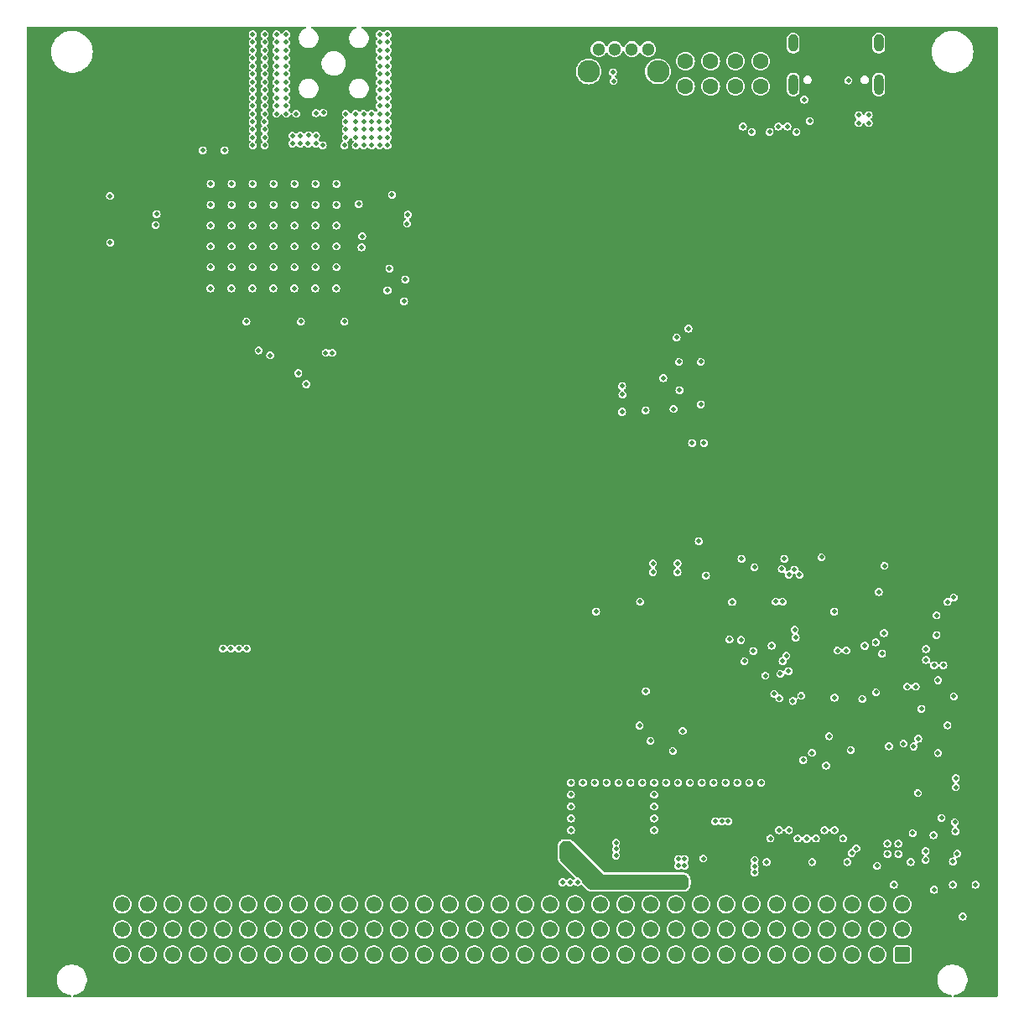
<source format=gbr>
%TF.GenerationSoftware,KiCad,Pcbnew,8.0.9-8.0.9-0~ubuntu24.04.1*%
%TF.CreationDate,2025-02-22T21:10:34+00:00*%
%TF.ProjectId,nav-module,6e61762d-6d6f-4647-956c-652e6b696361,1.0.0*%
%TF.SameCoordinates,Original*%
%TF.FileFunction,Copper,L3,Inr*%
%TF.FilePolarity,Positive*%
%FSLAX46Y46*%
G04 Gerber Fmt 4.6, Leading zero omitted, Abs format (unit mm)*
G04 Created by KiCad (PCBNEW 8.0.9-8.0.9-0~ubuntu24.04.1) date 2025-02-22 21:10:34*
%MOMM*%
%LPD*%
G01*
G04 APERTURE LIST*
G04 Aperture macros list*
%AMRoundRect*
0 Rectangle with rounded corners*
0 $1 Rounding radius*
0 $2 $3 $4 $5 $6 $7 $8 $9 X,Y pos of 4 corners*
0 Add a 4 corners polygon primitive as box body*
4,1,4,$2,$3,$4,$5,$6,$7,$8,$9,$2,$3,0*
0 Add four circle primitives for the rounded corners*
1,1,$1+$1,$2,$3*
1,1,$1+$1,$4,$5*
1,1,$1+$1,$6,$7*
1,1,$1+$1,$8,$9*
0 Add four rect primitives between the rounded corners*
20,1,$1+$1,$2,$3,$4,$5,0*
20,1,$1+$1,$4,$5,$6,$7,0*
20,1,$1+$1,$6,$7,$8,$9,0*
20,1,$1+$1,$8,$9,$2,$3,0*%
G04 Aperture macros list end*
%TA.AperFunction,ComponentPad*%
%ADD10C,1.600000*%
%TD*%
%TA.AperFunction,ComponentPad*%
%ADD11O,1.000000X2.100000*%
%TD*%
%TA.AperFunction,ComponentPad*%
%ADD12O,1.000000X1.800000*%
%TD*%
%TA.AperFunction,ComponentPad*%
%ADD13RoundRect,0.249999X0.525001X0.525001X-0.525001X0.525001X-0.525001X-0.525001X0.525001X-0.525001X0*%
%TD*%
%TA.AperFunction,ComponentPad*%
%ADD14C,1.550000*%
%TD*%
%TA.AperFunction,ComponentPad*%
%ADD15C,1.300000*%
%TD*%
%TA.AperFunction,ComponentPad*%
%ADD16C,2.286000*%
%TD*%
%TA.AperFunction,ViaPad*%
%ADD17C,0.500000*%
%TD*%
G04 APERTURE END LIST*
D10*
%TO.N,Net-(LED300-Pad1)*%
%TO.C,LED300*%
X106863600Y-55785000D03*
%TO.N,GND*%
X109403600Y-55785000D03*
%TO.N,Net-(LED300-Pad3)*%
X106863600Y-58325000D03*
%TO.N,GND*%
X109403600Y-58325000D03*
%TD*%
D11*
%TO.N,Net-(J800-SHIELD)*%
%TO.C,J800*%
X126370000Y-58140000D03*
D12*
X126370000Y-53960000D03*
D11*
X117730000Y-58140000D03*
D12*
X117730000Y-53960000D03*
%TD*%
D13*
%TO.N,GND*%
%TO.C,J200*%
X128740000Y-145975000D03*
D14*
%TO.N,/Backplane/BACKPLANE.D+*%
X126200000Y-145975000D03*
%TO.N,+5V_STDBY*%
X123660000Y-145975000D03*
%TO.N,GND*%
X121120000Y-145975000D03*
%TO.N,/Backplane/CAN1.+*%
X118580000Y-145975000D03*
%TO.N,/Backplane/CAN1.-*%
X116040000Y-145975000D03*
%TO.N,GND*%
X113500000Y-145975000D03*
%TO.N,/Backplane/CAN2.+*%
X110960000Y-145975000D03*
%TO.N,/Backplane/CAN2.-*%
X108420000Y-145975000D03*
%TO.N,GND*%
X105880000Y-145975000D03*
%TO.N,+12V*%
X103340000Y-145975000D03*
X100800000Y-145975000D03*
%TO.N,GND*%
X98260000Y-145975000D03*
%TO.N,+24V*%
X95720000Y-145975000D03*
%TO.N,GND*%
X93180000Y-145975000D03*
%TO.N,/Backplane/GPIOL0*%
X90640000Y-145975000D03*
%TO.N,/Backplane/GPIOL1*%
X88100000Y-145975000D03*
%TO.N,/Backplane/GPIOL2*%
X85560000Y-145975000D03*
%TO.N,/Backplane/GPIOL3*%
X83020000Y-145975000D03*
%TO.N,/Backplane/GPIOL4*%
X80480000Y-145975000D03*
%TO.N,/Backplane/GPIOL5*%
X77940000Y-145975000D03*
%TO.N,/Backplane/GPIOL6*%
X75400000Y-145975000D03*
%TO.N,/Backplane/GPIOL7*%
X72860000Y-145975000D03*
%TO.N,/Backplane/GPIOL8*%
X70320000Y-145975000D03*
%TO.N,/Backplane/GPIOL9*%
X67780000Y-145975000D03*
%TO.N,/Backplane/GPIOL10*%
X65240000Y-145975000D03*
%TO.N,/Backplane/GPIOL11*%
X62700000Y-145975000D03*
%TO.N,/Backplane/GPIOL12*%
X60160000Y-145975000D03*
%TO.N,/Backplane/GPIOL13*%
X57620000Y-145975000D03*
%TO.N,/Backplane/GPIOL14*%
X55080000Y-145975000D03*
%TO.N,/Backplane/GPIOL15*%
X52540000Y-145975000D03*
%TO.N,GND*%
X50000000Y-145975000D03*
X128740000Y-143435000D03*
X126200000Y-143435000D03*
%TO.N,+5V_STDBY*%
X123660000Y-143435000D03*
%TO.N,GND*%
X121120000Y-143435000D03*
%TO.N,/Backplane/CAN1.+*%
X118580000Y-143435000D03*
%TO.N,/Backplane/CAN1.-*%
X116040000Y-143435000D03*
%TO.N,GND*%
X113500000Y-143435000D03*
%TO.N,/Backplane/CAN2.+*%
X110960000Y-143435000D03*
%TO.N,/Backplane/CAN2.-*%
X108420000Y-143435000D03*
%TO.N,GND*%
X105880000Y-143435000D03*
%TO.N,+12V*%
X103340000Y-143435000D03*
X100800000Y-143435000D03*
%TO.N,GND*%
X98260000Y-143435000D03*
%TO.N,+24V*%
X95720000Y-143435000D03*
%TO.N,GND*%
X93180000Y-143435000D03*
%TO.N,/Backplane/GPIOC0*%
X90640000Y-143435000D03*
%TO.N,/Backplane/GPIOC1*%
X88100000Y-143435000D03*
%TO.N,/Backplane/GPIOC2*%
X85560000Y-143435000D03*
%TO.N,/Backplane/GPIOC3*%
X83020000Y-143435000D03*
%TO.N,/Backplane/GPIOC4*%
X80480000Y-143435000D03*
%TO.N,/Backplane/GPIOC5*%
X77940000Y-143435000D03*
%TO.N,/Backplane/GPIOC6*%
X75400000Y-143435000D03*
%TO.N,/Backplane/GPIOC7*%
X72860000Y-143435000D03*
%TO.N,/Backplane/GPIOC8*%
X70320000Y-143435000D03*
%TO.N,/Backplane/GPIOC9*%
X67780000Y-143435000D03*
%TO.N,/Backplane/GPIOC10*%
X65240000Y-143435000D03*
%TO.N,/Backplane/GPIOC11*%
X62700000Y-143435000D03*
%TO.N,/Backplane/GPIOC12*%
X60160000Y-143435000D03*
%TO.N,/Backplane/GPIOC13*%
X57620000Y-143435000D03*
%TO.N,/Backplane/GPIOC14*%
X55080000Y-143435000D03*
%TO.N,/Backplane/GPIOC15*%
X52540000Y-143435000D03*
%TO.N,GND*%
X50000000Y-143435000D03*
X128740000Y-140895000D03*
%TO.N,/Backplane/BACKPLANE.D-*%
X126200000Y-140895000D03*
%TO.N,+5V_STDBY*%
X123660000Y-140895000D03*
%TO.N,GND*%
X121120000Y-140895000D03*
%TO.N,/Backplane/CAN1.+*%
X118580000Y-140895000D03*
%TO.N,/Backplane/CAN1.-*%
X116040000Y-140895000D03*
%TO.N,GND*%
X113500000Y-140895000D03*
%TO.N,/Backplane/CAN2.+*%
X110960000Y-140895000D03*
%TO.N,/Backplane/CAN2.-*%
X108420000Y-140895000D03*
%TO.N,GND*%
X105880000Y-140895000D03*
%TO.N,+12V*%
X103340000Y-140895000D03*
X100800000Y-140895000D03*
%TO.N,GND*%
X98260000Y-140895000D03*
%TO.N,+24V*%
X95720000Y-140895000D03*
%TO.N,GND*%
X93180000Y-140895000D03*
%TO.N,/Backplane/GPIOR0*%
X90640000Y-140895000D03*
%TO.N,/Backplane/GPIOR1*%
X88100000Y-140895000D03*
%TO.N,/Backplane/GPIOR2*%
X85560000Y-140895000D03*
%TO.N,/Backplane/GPIOR3*%
X83020000Y-140895000D03*
%TO.N,/Backplane/GPIOR4*%
X80480000Y-140895000D03*
%TO.N,/Backplane/GPIOR5*%
X77940000Y-140895000D03*
%TO.N,/Backplane/GPIOR6*%
X75400000Y-140895000D03*
%TO.N,/Backplane/GPIOR7*%
X72860000Y-140895000D03*
%TO.N,/Backplane/GPIOR8*%
X70320000Y-140895000D03*
%TO.N,/Backplane/GPIOR9*%
X67780000Y-140895000D03*
%TO.N,/Backplane/GPIOR10*%
X65240000Y-140895000D03*
%TO.N,/Backplane/GPIOR11*%
X62700000Y-140895000D03*
%TO.N,/Backplane/GPIOR12*%
X60160000Y-140895000D03*
%TO.N,/Backplane/GPIOR13*%
X57620000Y-140895000D03*
%TO.N,/Backplane/GPIOR14*%
X55080000Y-140895000D03*
%TO.N,/Backplane/GPIOR15*%
X52540000Y-140895000D03*
%TO.N,GND*%
X50000000Y-140895000D03*
%TD*%
D15*
%TO.N,GND*%
%TO.C,SW400*%
X103080000Y-54575000D03*
X101450000Y-54575000D03*
%TO.N,/MCU/SWD.~{RST}*%
X99710000Y-54575000D03*
%TO.N,/MCU/USR_BUTTON*%
X98080000Y-54575000D03*
D16*
%TO.N,N/C*%
X104080000Y-56825000D03*
X97080000Y-56825000D03*
%TD*%
D10*
%TO.N,Net-(LED301-Pad1)*%
%TO.C,LED301*%
X111913600Y-55785000D03*
%TO.N,GND*%
X114453600Y-55785000D03*
%TO.N,Net-(LED301-Pad3)*%
X111913600Y-58325000D03*
%TO.N,GND*%
X114453600Y-58325000D03*
%TD*%
D17*
%TO.N,+3V3*%
X115300000Y-138075000D03*
X78830001Y-73075001D03*
X99598400Y-58685001D03*
X131350000Y-125625000D03*
X121325000Y-115325000D03*
X105160000Y-83685002D03*
X105560000Y-88785002D03*
X104325000Y-124400000D03*
X120590000Y-106765000D03*
X109170000Y-92885001D03*
X115350000Y-131500000D03*
X132050000Y-135775000D03*
X131800000Y-106175000D03*
X131400000Y-128975000D03*
X133950000Y-118922500D03*
X114650000Y-131500000D03*
X115350000Y-130625000D03*
X102275000Y-111350000D03*
X121350000Y-124927500D03*
X104860000Y-89885002D03*
X127900000Y-121575000D03*
X121875000Y-110350000D03*
X105200000Y-108075000D03*
X105560001Y-89885001D03*
X125700000Y-115575000D03*
X131350000Y-118275000D03*
X124000000Y-115300000D03*
X65370000Y-79685001D03*
X122225000Y-109375000D03*
X115575000Y-107050000D03*
X101700000Y-121825000D03*
X63370000Y-79685001D03*
X69370000Y-79685001D03*
X104860000Y-88785001D03*
X67370000Y-79685001D03*
X119900000Y-138075000D03*
X69470000Y-88985001D03*
X78930000Y-74575001D03*
X116025000Y-131500000D03*
X112825000Y-106875000D03*
X119625000Y-124600000D03*
X114450000Y-62375000D03*
X104370000Y-92885001D03*
X100460000Y-90385001D03*
%TO.N,GND*%
X106050000Y-107375000D03*
X65570000Y-59514683D03*
X75970000Y-57085001D03*
X69513330Y-74475001D03*
X108925000Y-107700000D03*
X67170000Y-63285001D03*
X99598400Y-57785001D03*
X65279998Y-76575001D03*
X95300000Y-131025000D03*
X74370000Y-62685001D03*
X103700000Y-128625000D03*
X106050000Y-106475000D03*
X76768430Y-61910522D03*
X64368430Y-61910522D03*
X61011143Y-78722155D03*
X129900000Y-124961216D03*
X73570000Y-61085001D03*
X61046666Y-74475001D03*
X128350000Y-134775000D03*
X104900000Y-128625000D03*
X63170000Y-57085001D03*
X68570000Y-88385001D03*
X62530000Y-82075001D03*
X109870720Y-132521542D03*
X66570000Y-60285001D03*
X75970000Y-64285001D03*
X69513330Y-70275001D03*
X134830000Y-142145001D03*
X100460000Y-91185001D03*
X127250000Y-134775000D03*
X48770000Y-69385001D03*
X61046666Y-76575001D03*
X116250000Y-62375000D03*
X95300000Y-133425000D03*
X73570000Y-64285001D03*
X69570000Y-63285001D03*
X132350000Y-125625000D03*
X65570000Y-56285001D03*
X113850000Y-136425000D03*
X75168430Y-61910522D03*
X75170000Y-63485001D03*
X60330000Y-64775001D03*
X109700000Y-128625000D03*
X63170000Y-58685001D03*
X106260000Y-88985001D03*
X96500000Y-128625000D03*
X67970000Y-63285001D03*
X76770000Y-53085001D03*
X74370000Y-63485001D03*
X130325000Y-129675000D03*
X65279998Y-72375001D03*
X106100000Y-128625000D03*
X110520720Y-132521542D03*
X76770000Y-55485001D03*
X67361141Y-78722155D03*
X75970000Y-63485001D03*
X64370000Y-64285001D03*
X65279998Y-74475001D03*
X108650000Y-136275000D03*
X71630000Y-72375001D03*
X72568430Y-61910522D03*
X105660000Y-90885000D03*
X102850000Y-119385001D03*
X113300000Y-128625000D03*
X76770000Y-58685001D03*
X58930000Y-70275001D03*
X63170000Y-53885001D03*
X75970000Y-62685001D03*
X75970000Y-56285001D03*
X103700000Y-132225000D03*
X76770000Y-63485001D03*
X75970000Y-57885001D03*
X97700000Y-128625000D03*
X63170000Y-59514683D03*
X108410002Y-90435000D03*
X67770000Y-87285001D03*
X69513330Y-68175002D03*
X115050000Y-136625000D03*
X64370000Y-54685001D03*
X121350000Y-123927500D03*
X103575000Y-106475000D03*
X68030000Y-82075001D03*
X75970000Y-61085001D03*
X71594477Y-78722155D03*
X66570000Y-59514683D03*
X116825000Y-106025000D03*
X119625000Y-125600000D03*
X108200000Y-104250000D03*
X64370000Y-58685001D03*
X61770000Y-115085001D03*
X126375000Y-109375000D03*
X74370000Y-64285001D03*
X126900000Y-113525000D03*
X131150000Y-116225000D03*
X66570000Y-56285001D03*
X112525000Y-106025000D03*
X63163332Y-70275001D03*
X67970000Y-64085001D03*
X66570000Y-57885001D03*
X97840000Y-111345001D03*
X71630000Y-68175002D03*
X63170000Y-62685001D03*
X67570000Y-61085001D03*
X73570000Y-63485001D03*
X63168430Y-61910522D03*
X76770000Y-57885001D03*
X65570000Y-58685001D03*
X113850000Y-137675000D03*
X100100000Y-128625000D03*
X94450000Y-138675000D03*
X64370000Y-56285001D03*
X65570000Y-57085001D03*
X116575000Y-107050000D03*
X128350000Y-135825000D03*
X76770000Y-64285001D03*
X65279998Y-68175002D03*
X67396664Y-70275001D03*
X65570000Y-55485001D03*
X75970000Y-58685001D03*
X76770000Y-56285001D03*
X98900000Y-128625000D03*
X118750000Y-126325000D03*
X64370000Y-60285001D03*
X134150000Y-128175000D03*
X67396664Y-76575001D03*
X63163332Y-72375001D03*
X131900000Y-133925000D03*
X126950000Y-106725000D03*
X67396664Y-74475001D03*
X69513330Y-76575001D03*
X119100000Y-134275000D03*
X75170000Y-62685001D03*
X111170720Y-132521542D03*
X75970000Y-60285001D03*
X103575000Y-107350000D03*
X66570000Y-57085001D03*
X69570000Y-64085001D03*
X76770000Y-59514683D03*
X62570000Y-115085001D03*
X103700000Y-133425000D03*
X67396664Y-72375001D03*
X74370000Y-61085001D03*
X63170000Y-63485001D03*
X122200000Y-115275000D03*
X63170000Y-60285001D03*
X103700000Y-131025000D03*
X66570000Y-58685001D03*
X77230000Y-69275001D03*
X117150000Y-62375000D03*
X131150000Y-115125000D03*
X119410000Y-61815001D03*
X70310000Y-60995001D03*
X76770000Y-60285001D03*
X133300000Y-122825000D03*
X63770000Y-84995001D03*
X118050000Y-62925000D03*
X108500000Y-128625000D03*
X68770000Y-64085001D03*
X63170000Y-53085001D03*
X133950000Y-119922500D03*
X75170000Y-61085001D03*
X68808824Y-63259329D03*
X134100000Y-133525000D03*
X134300000Y-135775000D03*
X61046666Y-72375001D03*
X76770000Y-62685001D03*
X112100000Y-128625000D03*
X58930000Y-76575001D03*
X105960000Y-83685001D03*
X107160001Y-82785000D03*
X58130000Y-64775001D03*
X64370000Y-63485001D03*
X78830001Y-71275001D03*
X65570000Y-53885001D03*
X71630000Y-70275001D03*
X75970000Y-53085001D03*
X60170000Y-115085001D03*
X63127809Y-78722155D03*
X58930000Y-74475001D03*
X63170000Y-64285001D03*
X73568430Y-61910522D03*
X64370000Y-61085001D03*
X113825000Y-106875000D03*
X71630000Y-76575001D03*
X75968430Y-61910522D03*
X73570000Y-62685001D03*
X121900000Y-133425000D03*
X65570000Y-61085001D03*
X76770000Y-54685001D03*
X64370000Y-59514683D03*
X114500000Y-128625000D03*
X64370000Y-62685001D03*
X63170000Y-55485001D03*
X65570000Y-60285001D03*
X75970000Y-54685001D03*
X74210000Y-73455001D03*
X63163332Y-74475001D03*
X69540000Y-61025001D03*
X100460000Y-88585001D03*
X63170000Y-57885001D03*
X118850000Y-59675000D03*
X71630000Y-74475001D03*
X60970000Y-115085001D03*
X103325000Y-124400000D03*
X72570000Y-61085001D03*
X69477807Y-78722155D03*
X64930000Y-85475001D03*
X64370000Y-57885001D03*
X76770000Y-57085001D03*
X76770000Y-61085001D03*
X121875000Y-111350000D03*
X108410001Y-86135002D03*
X64370000Y-53085001D03*
X117300000Y-133425000D03*
X120590000Y-105865000D03*
X129800000Y-133725000D03*
X75170000Y-64285001D03*
X95953492Y-138663288D03*
X127250000Y-135825000D03*
X64370000Y-53885001D03*
X66570000Y-55485001D03*
X131100000Y-136425000D03*
X75970000Y-59514683D03*
X61046666Y-68175002D03*
X64370000Y-57085001D03*
X110900000Y-128625000D03*
X72570000Y-63485001D03*
X48780000Y-74085001D03*
X101300000Y-128625000D03*
X70230000Y-64285001D03*
X58894477Y-78722155D03*
X72570000Y-62685001D03*
X99850000Y-134671508D03*
X104618595Y-87781488D03*
X67170000Y-64085001D03*
X102500000Y-128625000D03*
X75970000Y-55485001D03*
X66570000Y-54685001D03*
X65570000Y-57885001D03*
X95300000Y-132225000D03*
X107300000Y-128625000D03*
X95200000Y-138675000D03*
X99850000Y-135971508D03*
X63170000Y-56285001D03*
X66570000Y-53885001D03*
X95300000Y-129825000D03*
X63170000Y-54685001D03*
X136150000Y-138925000D03*
X102225000Y-122850000D03*
X65570000Y-54685001D03*
X126700000Y-115575000D03*
X64370000Y-55485001D03*
X102275000Y-110350000D03*
X123200000Y-136625000D03*
X66570000Y-53085001D03*
X65279998Y-70275001D03*
X106210001Y-86135002D03*
X69513330Y-72375001D03*
X72430000Y-82075001D03*
X131950000Y-139425000D03*
X72430000Y-64285001D03*
X113850000Y-137075000D03*
X63163332Y-76575001D03*
X125350000Y-62025000D03*
X125350000Y-61225000D03*
X63170000Y-61085001D03*
X75970000Y-53885001D03*
X123550000Y-125325000D03*
X66570000Y-61085001D03*
X132700000Y-132175000D03*
X61046666Y-70275001D03*
X63163332Y-68175002D03*
X99850000Y-135321508D03*
X123100000Y-115275000D03*
X67396664Y-68175002D03*
X65570000Y-53085001D03*
X103700000Y-129825000D03*
X76770000Y-53885001D03*
X95300000Y-128625000D03*
X65244475Y-78722155D03*
X74368430Y-61910522D03*
X58930000Y-72375001D03*
X132350000Y-118275000D03*
X58930000Y-68175002D03*
X119650000Y-136625000D03*
%TO.N,+5V*%
X106125000Y-137025000D03*
X134150000Y-129075000D03*
X116300000Y-133425000D03*
X106775000Y-136325000D03*
X133300000Y-110375000D03*
X131100000Y-135525001D03*
X106775000Y-137025000D03*
X126200000Y-137025000D03*
X106125000Y-136325000D03*
X120900000Y-133425000D03*
%TO.N,/ST-LINK/LED*%
X124950000Y-114800000D03*
X127400000Y-124950000D03*
%TO.N,/ST-LINK/STLINK-BOOT0*%
X130675000Y-121175000D03*
%TO.N,/ST-LINK/DIO*%
X128875000Y-124675000D03*
%TO.N,/ST-LINK/CLK*%
X130350000Y-124175000D03*
%TO.N,+12V_FUSED*%
X94451270Y-135361059D03*
X133950000Y-109925000D03*
X106125000Y-139025000D03*
X106125000Y-138325000D03*
X106775000Y-138325000D03*
X95375000Y-135375000D03*
X106775000Y-139025000D03*
X94950000Y-134875000D03*
%TO.N,/ST-LINK/STLINK_RX*%
X126100000Y-119500000D03*
X132200000Y-113725000D03*
%TO.N,/USB/VBUS_IN*%
X124350000Y-61225000D03*
X134050000Y-132625000D03*
%TO.N,/ST-LINK/STLINK_TX*%
X132200000Y-111725000D03*
X126075000Y-114450000D03*
%TO.N,/MCU/USR_BUTTON*%
X115975000Y-110350000D03*
X99538600Y-56899202D03*
%TO.N,/MCU/SWD.~{RST}*%
X111575001Y-110375000D03*
X121900000Y-120045000D03*
X118377238Y-107645000D03*
%TO.N,Net-(U302-PGANG)*%
X129600000Y-136625000D03*
X127900000Y-138925000D03*
%TO.N,Net-(U700-PA5)*%
X124700000Y-120175000D03*
X121054124Y-126900877D03*
%TO.N,Net-(U700-PC13)*%
X130100000Y-118925000D03*
X132900000Y-116775000D03*
%TO.N,Net-(U700-PC14)*%
X129225000Y-118925000D03*
X131950000Y-116775000D03*
%TO.N,/CAN transceiver 1/CAN.TX*%
X122775000Y-134250000D03*
X118550000Y-119850000D03*
%TO.N,/CAN transceiver 1/CAN.RX*%
X117700000Y-120375000D03*
X120025000Y-134250000D03*
%TO.N,/CAN transceiver 2/CAN.TX*%
X118175000Y-134250000D03*
X106575000Y-123400000D03*
%TO.N,/CAN transceiver 2/CAN.RX*%
X105600000Y-125425000D03*
X115425000Y-134250000D03*
%TO.N,/USB/CC1*%
X123300000Y-57725000D03*
X124350000Y-62025000D03*
%TO.N,Net-(U801-~{OE})*%
X133850000Y-136575000D03*
X133850000Y-138925000D03*
%TO.N,/MCU/USER_LED_1*%
X113550000Y-62925000D03*
X117850000Y-107125000D03*
%TO.N,/MCU/USER_LED_2*%
X117300000Y-107625000D03*
X112650000Y-62375000D03*
%TO.N,/MCU/STATUS_LED*%
X115350000Y-62925000D03*
X116675000Y-110350000D03*
%TO.N,/USB-hub/USB_GPS_.D+*%
X71195000Y-85224927D03*
X124099810Y-135255191D03*
%TO.N,/USB-hub/USB_GPS_.D-*%
X123640190Y-135714811D03*
X70545000Y-85224927D03*
%TO.N,/GPS-RTK/GPS_SPI.CLK*%
X76970000Y-76725002D03*
X117040000Y-115805001D03*
%TO.N,/GPS-RTK/GPS_SPI.CS*%
X115560000Y-114795001D03*
X78570000Y-77825002D03*
%TO.N,/GPS-RTK/GPS_NRESET*%
X78750000Y-72175001D03*
X117260000Y-117350000D03*
%TO.N,/IMU/IMU_NRESET*%
X100500000Y-89445001D03*
X111304124Y-114160877D03*
%TO.N,/GPS-RTK/GPS_EXINTERUPT*%
X73880000Y-70195001D03*
X114920000Y-117820001D03*
%TO.N,/GPS-RTK/GPS_MODE_SELECT*%
X116430000Y-117635001D03*
X74160000Y-74575001D03*
%TO.N,/GPS-RTK/GPS_SPI.MISO*%
X113710000Y-115325001D03*
X78445000Y-80025002D03*
%TO.N,/GPS-RTK/GPS_GEOFENCE_STAT*%
X53470000Y-71225003D03*
X116335000Y-120100001D03*
%TO.N,/GPS-RTK/GPS_RTK_STAT*%
X115820000Y-119665001D03*
X53370000Y-72325002D03*
%TO.N,/IMU/IMU_I2C.SDA*%
X108720000Y-94335001D03*
X117880000Y-113175001D03*
%TO.N,/IMU/IMU_I2C.SCL*%
X117990000Y-113965001D03*
X107520000Y-94335001D03*
%TO.N,/IMU/IMU_EXINTERUPT*%
X102830000Y-91035001D03*
X112470000Y-114210001D03*
%TO.N,/GPS-RTK/GPS_SPI.MOSI*%
X116667248Y-116337504D03*
X76770000Y-78925002D03*
X112810000Y-116365001D03*
%TD*%
%TA.AperFunction,Conductor*%
%TO.N,+12V_FUSED*%
G36*
X95050952Y-134526061D02*
G01*
X95156116Y-134539906D01*
X95187383Y-134548284D01*
X95277808Y-134585739D01*
X95305842Y-134601924D01*
X95390003Y-134666503D01*
X95402198Y-134677198D01*
X98478547Y-137753548D01*
X98478554Y-137753554D01*
X98625000Y-137900000D01*
X106666874Y-137900000D01*
X106683059Y-137901061D01*
X106788223Y-137914906D01*
X106819491Y-137923284D01*
X106909918Y-137960740D01*
X106937952Y-137976925D01*
X107015602Y-138036509D01*
X107038491Y-138059398D01*
X107098074Y-138137048D01*
X107114259Y-138165081D01*
X107151715Y-138255508D01*
X107160093Y-138286775D01*
X107173939Y-138391939D01*
X107175000Y-138408125D01*
X107175000Y-138916874D01*
X107173939Y-138933060D01*
X107160093Y-139038224D01*
X107151715Y-139069491D01*
X107114259Y-139159918D01*
X107098074Y-139187951D01*
X107038491Y-139265601D01*
X107015601Y-139288491D01*
X106937951Y-139348074D01*
X106909918Y-139364259D01*
X106819491Y-139401715D01*
X106788224Y-139410093D01*
X106694398Y-139422446D01*
X106683058Y-139423939D01*
X106666874Y-139425000D01*
X97390233Y-139425000D01*
X97374048Y-139423939D01*
X97361024Y-139422224D01*
X97268882Y-139410093D01*
X97237616Y-139401715D01*
X97147191Y-139364260D01*
X97119157Y-139348075D01*
X97034996Y-139283496D01*
X97022801Y-139272801D01*
X96437024Y-138687024D01*
X96403539Y-138625701D01*
X96401972Y-138617018D01*
X96390189Y-138535062D01*
X96336374Y-138417225D01*
X96251541Y-138319321D01*
X96142561Y-138249284D01*
X96142557Y-138249282D01*
X96142556Y-138249282D01*
X96018266Y-138212788D01*
X96018264Y-138212788D01*
X96014150Y-138212788D01*
X96010202Y-138211628D01*
X96009487Y-138211526D01*
X96009501Y-138211423D01*
X95947111Y-138193103D01*
X95926469Y-138176469D01*
X94302198Y-136552198D01*
X94291503Y-136540003D01*
X94226924Y-136455842D01*
X94210739Y-136427808D01*
X94173284Y-136337383D01*
X94164906Y-136306116D01*
X94151061Y-136200952D01*
X94150000Y-136184767D01*
X94150000Y-135033125D01*
X94151061Y-135016940D01*
X94164906Y-134911776D01*
X94173284Y-134880508D01*
X94210740Y-134790081D01*
X94226923Y-134762050D01*
X94286513Y-134684392D01*
X94309392Y-134661513D01*
X94387050Y-134601923D01*
X94415079Y-134585740D01*
X94505509Y-134548283D01*
X94536775Y-134539906D01*
X94641941Y-134526061D01*
X94658126Y-134525000D01*
X95034767Y-134525000D01*
X95050952Y-134526061D01*
G37*
%TD.AperFunction*%
%TD*%
%TA.AperFunction,Conductor*%
%TO.N,+3V3*%
G36*
X68512134Y-52304685D02*
G01*
X68557889Y-52357489D01*
X68567833Y-52426647D01*
X68538808Y-52490203D01*
X68492547Y-52523561D01*
X68336092Y-52588365D01*
X68336079Y-52588372D01*
X68172218Y-52697861D01*
X68172214Y-52697864D01*
X68032863Y-52837215D01*
X68032860Y-52837219D01*
X67923371Y-53001080D01*
X67923364Y-53001093D01*
X67847950Y-53183161D01*
X67847947Y-53183171D01*
X67809500Y-53376457D01*
X67809500Y-53376460D01*
X67809500Y-53573542D01*
X67809500Y-53573544D01*
X67809499Y-53573544D01*
X67847947Y-53766830D01*
X67847950Y-53766840D01*
X67923364Y-53948908D01*
X67923371Y-53948921D01*
X68032860Y-54112782D01*
X68032863Y-54112786D01*
X68172214Y-54252137D01*
X68172218Y-54252140D01*
X68336079Y-54361629D01*
X68336092Y-54361636D01*
X68518160Y-54437050D01*
X68518165Y-54437052D01*
X68518169Y-54437052D01*
X68518170Y-54437053D01*
X68711456Y-54475501D01*
X68711459Y-54475501D01*
X68908543Y-54475501D01*
X69053568Y-54446653D01*
X69101835Y-54437052D01*
X69283914Y-54361633D01*
X69447782Y-54252140D01*
X69587139Y-54112783D01*
X69696632Y-53948915D01*
X69698178Y-53945184D01*
X69750823Y-53818086D01*
X69772051Y-53766836D01*
X69810500Y-53573542D01*
X69810500Y-53376460D01*
X69810500Y-53376457D01*
X69772052Y-53183171D01*
X69772051Y-53183170D01*
X69772051Y-53183166D01*
X69759107Y-53151915D01*
X69696635Y-53001093D01*
X69696628Y-53001080D01*
X69587139Y-52837219D01*
X69587136Y-52837215D01*
X69447785Y-52697864D01*
X69447781Y-52697861D01*
X69283920Y-52588372D01*
X69283907Y-52588365D01*
X69127453Y-52523561D01*
X69073049Y-52479720D01*
X69050984Y-52413426D01*
X69068263Y-52345727D01*
X69119400Y-52298116D01*
X69174905Y-52285000D01*
X73525095Y-52285000D01*
X73592134Y-52304685D01*
X73637889Y-52357489D01*
X73647833Y-52426647D01*
X73618808Y-52490203D01*
X73572547Y-52523561D01*
X73416092Y-52588365D01*
X73416079Y-52588372D01*
X73252218Y-52697861D01*
X73252214Y-52697864D01*
X73112863Y-52837215D01*
X73112860Y-52837219D01*
X73003371Y-53001080D01*
X73003364Y-53001093D01*
X72927950Y-53183161D01*
X72927947Y-53183171D01*
X72889500Y-53376457D01*
X72889500Y-53376460D01*
X72889500Y-53573542D01*
X72889500Y-53573544D01*
X72889499Y-53573544D01*
X72927947Y-53766830D01*
X72927950Y-53766840D01*
X73003364Y-53948908D01*
X73003371Y-53948921D01*
X73112860Y-54112782D01*
X73112863Y-54112786D01*
X73252214Y-54252137D01*
X73252218Y-54252140D01*
X73416079Y-54361629D01*
X73416092Y-54361636D01*
X73598160Y-54437050D01*
X73598165Y-54437052D01*
X73598169Y-54437052D01*
X73598170Y-54437053D01*
X73791456Y-54475501D01*
X73791459Y-54475501D01*
X73988543Y-54475501D01*
X74133568Y-54446653D01*
X74181835Y-54437052D01*
X74363914Y-54361633D01*
X74527782Y-54252140D01*
X74667139Y-54112783D01*
X74776632Y-53948915D01*
X74778178Y-53945184D01*
X74830823Y-53818086D01*
X74852051Y-53766836D01*
X74890500Y-53573542D01*
X74890500Y-53376460D01*
X74890500Y-53376457D01*
X74852052Y-53183171D01*
X74852051Y-53183170D01*
X74852051Y-53183166D01*
X74839107Y-53151915D01*
X74776635Y-53001093D01*
X74776628Y-53001080D01*
X74667139Y-52837219D01*
X74667136Y-52837215D01*
X74527785Y-52697864D01*
X74527781Y-52697861D01*
X74363920Y-52588372D01*
X74363907Y-52588365D01*
X74207453Y-52523561D01*
X74153049Y-52479720D01*
X74130984Y-52413426D01*
X74148263Y-52345727D01*
X74199400Y-52298116D01*
X74254905Y-52285000D01*
X138246000Y-52285000D01*
X138313039Y-52304685D01*
X138358794Y-52357489D01*
X138370000Y-52409000D01*
X138370000Y-150151000D01*
X138350315Y-150218039D01*
X138297511Y-150263794D01*
X138246000Y-150275000D01*
X134035051Y-150275000D01*
X133968012Y-150255315D01*
X133922257Y-150202511D01*
X133912313Y-150133353D01*
X133941338Y-150069797D01*
X134000116Y-150032023D01*
X134015653Y-150028527D01*
X134177222Y-150002937D01*
X134405589Y-149928736D01*
X134619536Y-149819724D01*
X134813796Y-149678586D01*
X134983586Y-149508796D01*
X135124724Y-149314536D01*
X135233736Y-149100589D01*
X135307937Y-148872222D01*
X135345500Y-148635059D01*
X135345500Y-148394941D01*
X135307937Y-148157778D01*
X135233736Y-147929411D01*
X135233734Y-147929408D01*
X135233734Y-147929406D01*
X135124723Y-147715463D01*
X134983586Y-147521204D01*
X134813796Y-147351414D01*
X134619536Y-147210276D01*
X134405593Y-147101265D01*
X134177222Y-147027063D01*
X133940059Y-146989500D01*
X133699941Y-146989500D01*
X133581359Y-147008281D01*
X133462777Y-147027063D01*
X133234406Y-147101265D01*
X133020463Y-147210276D01*
X132826201Y-147351416D01*
X132656416Y-147521201D01*
X132515276Y-147715463D01*
X132406265Y-147929406D01*
X132332063Y-148157777D01*
X132294500Y-148394941D01*
X132294500Y-148635058D01*
X132332063Y-148872222D01*
X132406265Y-149100593D01*
X132515276Y-149314536D01*
X132656414Y-149508796D01*
X132826204Y-149678586D01*
X133020464Y-149819724D01*
X133121543Y-149871226D01*
X133234406Y-149928734D01*
X133234408Y-149928734D01*
X133234411Y-149928736D01*
X133462778Y-150002937D01*
X133624347Y-150028527D01*
X133687482Y-150058456D01*
X133724413Y-150117768D01*
X133723415Y-150187630D01*
X133684805Y-150245863D01*
X133620842Y-150273977D01*
X133604949Y-150275000D01*
X45135051Y-150275000D01*
X45068012Y-150255315D01*
X45022257Y-150202511D01*
X45012313Y-150133353D01*
X45041338Y-150069797D01*
X45100116Y-150032023D01*
X45115653Y-150028527D01*
X45277222Y-150002937D01*
X45505589Y-149928736D01*
X45719536Y-149819724D01*
X45913796Y-149678586D01*
X46083586Y-149508796D01*
X46224724Y-149314536D01*
X46333736Y-149100589D01*
X46407937Y-148872222D01*
X46445500Y-148635059D01*
X46445500Y-148394941D01*
X46407937Y-148157778D01*
X46333736Y-147929411D01*
X46333734Y-147929408D01*
X46333734Y-147929406D01*
X46224723Y-147715463D01*
X46083586Y-147521204D01*
X45913796Y-147351414D01*
X45719536Y-147210276D01*
X45505593Y-147101265D01*
X45277222Y-147027063D01*
X45040059Y-146989500D01*
X44799941Y-146989500D01*
X44681359Y-147008281D01*
X44562777Y-147027063D01*
X44334406Y-147101265D01*
X44120463Y-147210276D01*
X43926201Y-147351416D01*
X43756416Y-147521201D01*
X43615276Y-147715463D01*
X43506265Y-147929406D01*
X43432063Y-148157777D01*
X43394500Y-148394941D01*
X43394500Y-148635058D01*
X43432063Y-148872222D01*
X43506265Y-149100593D01*
X43615276Y-149314536D01*
X43756414Y-149508796D01*
X43926204Y-149678586D01*
X44120464Y-149819724D01*
X44221543Y-149871226D01*
X44334406Y-149928734D01*
X44334408Y-149928734D01*
X44334411Y-149928736D01*
X44562778Y-150002937D01*
X44724347Y-150028527D01*
X44787482Y-150058456D01*
X44824413Y-150117768D01*
X44823415Y-150187630D01*
X44784805Y-150245863D01*
X44720842Y-150273977D01*
X44704949Y-150275000D01*
X40494000Y-150275000D01*
X40426961Y-150255315D01*
X40381206Y-150202511D01*
X40370000Y-150151000D01*
X40370000Y-145975000D01*
X49069402Y-145975000D01*
X49089738Y-146168483D01*
X49149856Y-146353510D01*
X49149857Y-146353511D01*
X49230159Y-146492597D01*
X49247130Y-146521992D01*
X49255714Y-146531525D01*
X49377302Y-146666564D01*
X49377305Y-146666566D01*
X49377308Y-146666569D01*
X49476096Y-146738343D01*
X49534702Y-146780923D01*
X49602926Y-146811297D01*
X49712429Y-146860051D01*
X49902726Y-146900500D01*
X50097274Y-146900500D01*
X50287571Y-146860051D01*
X50465299Y-146780922D01*
X50622692Y-146666569D01*
X50752870Y-146521992D01*
X50850144Y-146353508D01*
X50910262Y-146168482D01*
X50930598Y-145975000D01*
X51609402Y-145975000D01*
X51629738Y-146168483D01*
X51689856Y-146353510D01*
X51689857Y-146353511D01*
X51770159Y-146492597D01*
X51787130Y-146521992D01*
X51795714Y-146531525D01*
X51917302Y-146666564D01*
X51917305Y-146666566D01*
X51917308Y-146666569D01*
X52016096Y-146738343D01*
X52074702Y-146780923D01*
X52142926Y-146811297D01*
X52252429Y-146860051D01*
X52442726Y-146900500D01*
X52637274Y-146900500D01*
X52827571Y-146860051D01*
X53005299Y-146780922D01*
X53162692Y-146666569D01*
X53292870Y-146521992D01*
X53390144Y-146353508D01*
X53450262Y-146168482D01*
X53470598Y-145975000D01*
X54149402Y-145975000D01*
X54169738Y-146168483D01*
X54229856Y-146353510D01*
X54229857Y-146353511D01*
X54310159Y-146492597D01*
X54327130Y-146521992D01*
X54335714Y-146531525D01*
X54457302Y-146666564D01*
X54457305Y-146666566D01*
X54457308Y-146666569D01*
X54556096Y-146738343D01*
X54614702Y-146780923D01*
X54682926Y-146811297D01*
X54792429Y-146860051D01*
X54982726Y-146900500D01*
X55177274Y-146900500D01*
X55367571Y-146860051D01*
X55545299Y-146780922D01*
X55702692Y-146666569D01*
X55832870Y-146521992D01*
X55930144Y-146353508D01*
X55990262Y-146168482D01*
X56010598Y-145975000D01*
X56689402Y-145975000D01*
X56709738Y-146168483D01*
X56769856Y-146353510D01*
X56769857Y-146353511D01*
X56850159Y-146492597D01*
X56867130Y-146521992D01*
X56875714Y-146531525D01*
X56997302Y-146666564D01*
X56997305Y-146666566D01*
X56997308Y-146666569D01*
X57096096Y-146738343D01*
X57154702Y-146780923D01*
X57222926Y-146811297D01*
X57332429Y-146860051D01*
X57522726Y-146900500D01*
X57717274Y-146900500D01*
X57907571Y-146860051D01*
X58085299Y-146780922D01*
X58242692Y-146666569D01*
X58372870Y-146521992D01*
X58470144Y-146353508D01*
X58530262Y-146168482D01*
X58550598Y-145975000D01*
X59229402Y-145975000D01*
X59249738Y-146168483D01*
X59309856Y-146353510D01*
X59309857Y-146353511D01*
X59390159Y-146492597D01*
X59407130Y-146521992D01*
X59415714Y-146531525D01*
X59537302Y-146666564D01*
X59537305Y-146666566D01*
X59537308Y-146666569D01*
X59636096Y-146738343D01*
X59694702Y-146780923D01*
X59762926Y-146811297D01*
X59872429Y-146860051D01*
X60062726Y-146900500D01*
X60257274Y-146900500D01*
X60447571Y-146860051D01*
X60625299Y-146780922D01*
X60782692Y-146666569D01*
X60912870Y-146521992D01*
X61010144Y-146353508D01*
X61070262Y-146168482D01*
X61090598Y-145975000D01*
X61769402Y-145975000D01*
X61789738Y-146168483D01*
X61849856Y-146353510D01*
X61849857Y-146353511D01*
X61930159Y-146492597D01*
X61947130Y-146521992D01*
X61955714Y-146531525D01*
X62077302Y-146666564D01*
X62077305Y-146666566D01*
X62077308Y-146666569D01*
X62176096Y-146738343D01*
X62234702Y-146780923D01*
X62302926Y-146811297D01*
X62412429Y-146860051D01*
X62602726Y-146900500D01*
X62797274Y-146900500D01*
X62987571Y-146860051D01*
X63165299Y-146780922D01*
X63322692Y-146666569D01*
X63452870Y-146521992D01*
X63550144Y-146353508D01*
X63610262Y-146168482D01*
X63630598Y-145975000D01*
X64309402Y-145975000D01*
X64329738Y-146168483D01*
X64389856Y-146353510D01*
X64389857Y-146353511D01*
X64470159Y-146492597D01*
X64487130Y-146521992D01*
X64495714Y-146531525D01*
X64617302Y-146666564D01*
X64617305Y-146666566D01*
X64617308Y-146666569D01*
X64716096Y-146738343D01*
X64774702Y-146780923D01*
X64842926Y-146811297D01*
X64952429Y-146860051D01*
X65142726Y-146900500D01*
X65337274Y-146900500D01*
X65527571Y-146860051D01*
X65705299Y-146780922D01*
X65862692Y-146666569D01*
X65992870Y-146521992D01*
X66090144Y-146353508D01*
X66150262Y-146168482D01*
X66170598Y-145975000D01*
X66849402Y-145975000D01*
X66869738Y-146168483D01*
X66929856Y-146353510D01*
X66929857Y-146353511D01*
X67010159Y-146492597D01*
X67027130Y-146521992D01*
X67035714Y-146531525D01*
X67157302Y-146666564D01*
X67157305Y-146666566D01*
X67157308Y-146666569D01*
X67256096Y-146738343D01*
X67314702Y-146780923D01*
X67382926Y-146811297D01*
X67492429Y-146860051D01*
X67682726Y-146900500D01*
X67877274Y-146900500D01*
X68067571Y-146860051D01*
X68245299Y-146780922D01*
X68402692Y-146666569D01*
X68532870Y-146521992D01*
X68630144Y-146353508D01*
X68690262Y-146168482D01*
X68710598Y-145975000D01*
X69389402Y-145975000D01*
X69409738Y-146168483D01*
X69469856Y-146353510D01*
X69469857Y-146353511D01*
X69550159Y-146492597D01*
X69567130Y-146521992D01*
X69575714Y-146531525D01*
X69697302Y-146666564D01*
X69697305Y-146666566D01*
X69697308Y-146666569D01*
X69796096Y-146738343D01*
X69854702Y-146780923D01*
X69922926Y-146811297D01*
X70032429Y-146860051D01*
X70222726Y-146900500D01*
X70417274Y-146900500D01*
X70607571Y-146860051D01*
X70785299Y-146780922D01*
X70942692Y-146666569D01*
X71072870Y-146521992D01*
X71170144Y-146353508D01*
X71230262Y-146168482D01*
X71250598Y-145975000D01*
X71929402Y-145975000D01*
X71949738Y-146168483D01*
X72009856Y-146353510D01*
X72009857Y-146353511D01*
X72090159Y-146492597D01*
X72107130Y-146521992D01*
X72115714Y-146531525D01*
X72237302Y-146666564D01*
X72237305Y-146666566D01*
X72237308Y-146666569D01*
X72336096Y-146738343D01*
X72394702Y-146780923D01*
X72462926Y-146811297D01*
X72572429Y-146860051D01*
X72762726Y-146900500D01*
X72957274Y-146900500D01*
X73147571Y-146860051D01*
X73325299Y-146780922D01*
X73482692Y-146666569D01*
X73612870Y-146521992D01*
X73710144Y-146353508D01*
X73770262Y-146168482D01*
X73790598Y-145975000D01*
X74469402Y-145975000D01*
X74489738Y-146168483D01*
X74549856Y-146353510D01*
X74549857Y-146353511D01*
X74630159Y-146492597D01*
X74647130Y-146521992D01*
X74655714Y-146531525D01*
X74777302Y-146666564D01*
X74777305Y-146666566D01*
X74777308Y-146666569D01*
X74876096Y-146738343D01*
X74934702Y-146780923D01*
X75002926Y-146811297D01*
X75112429Y-146860051D01*
X75302726Y-146900500D01*
X75497274Y-146900500D01*
X75687571Y-146860051D01*
X75865299Y-146780922D01*
X76022692Y-146666569D01*
X76152870Y-146521992D01*
X76250144Y-146353508D01*
X76310262Y-146168482D01*
X76330598Y-145975000D01*
X77009402Y-145975000D01*
X77029738Y-146168483D01*
X77089856Y-146353510D01*
X77089857Y-146353511D01*
X77170159Y-146492597D01*
X77187130Y-146521992D01*
X77195714Y-146531525D01*
X77317302Y-146666564D01*
X77317305Y-146666566D01*
X77317308Y-146666569D01*
X77416096Y-146738343D01*
X77474702Y-146780923D01*
X77542926Y-146811297D01*
X77652429Y-146860051D01*
X77842726Y-146900500D01*
X78037274Y-146900500D01*
X78227571Y-146860051D01*
X78405299Y-146780922D01*
X78562692Y-146666569D01*
X78692870Y-146521992D01*
X78790144Y-146353508D01*
X78850262Y-146168482D01*
X78870598Y-145975000D01*
X79549402Y-145975000D01*
X79569738Y-146168483D01*
X79629856Y-146353510D01*
X79629857Y-146353511D01*
X79710159Y-146492597D01*
X79727130Y-146521992D01*
X79735714Y-146531525D01*
X79857302Y-146666564D01*
X79857305Y-146666566D01*
X79857308Y-146666569D01*
X79956096Y-146738343D01*
X80014702Y-146780923D01*
X80082926Y-146811297D01*
X80192429Y-146860051D01*
X80382726Y-146900500D01*
X80577274Y-146900500D01*
X80767571Y-146860051D01*
X80945299Y-146780922D01*
X81102692Y-146666569D01*
X81232870Y-146521992D01*
X81330144Y-146353508D01*
X81390262Y-146168482D01*
X81410598Y-145975000D01*
X82089402Y-145975000D01*
X82109738Y-146168483D01*
X82169856Y-146353510D01*
X82169857Y-146353511D01*
X82250159Y-146492597D01*
X82267130Y-146521992D01*
X82275714Y-146531525D01*
X82397302Y-146666564D01*
X82397305Y-146666566D01*
X82397308Y-146666569D01*
X82496096Y-146738343D01*
X82554702Y-146780923D01*
X82622926Y-146811297D01*
X82732429Y-146860051D01*
X82922726Y-146900500D01*
X83117274Y-146900500D01*
X83307571Y-146860051D01*
X83485299Y-146780922D01*
X83642692Y-146666569D01*
X83772870Y-146521992D01*
X83870144Y-146353508D01*
X83930262Y-146168482D01*
X83950598Y-145975000D01*
X84629402Y-145975000D01*
X84649738Y-146168483D01*
X84709856Y-146353510D01*
X84709857Y-146353511D01*
X84790159Y-146492597D01*
X84807130Y-146521992D01*
X84815714Y-146531525D01*
X84937302Y-146666564D01*
X84937305Y-146666566D01*
X84937308Y-146666569D01*
X85036096Y-146738343D01*
X85094702Y-146780923D01*
X85162926Y-146811297D01*
X85272429Y-146860051D01*
X85462726Y-146900500D01*
X85657274Y-146900500D01*
X85847571Y-146860051D01*
X86025299Y-146780922D01*
X86182692Y-146666569D01*
X86312870Y-146521992D01*
X86410144Y-146353508D01*
X86470262Y-146168482D01*
X86490598Y-145975000D01*
X87169402Y-145975000D01*
X87189738Y-146168483D01*
X87249856Y-146353510D01*
X87249857Y-146353511D01*
X87330159Y-146492597D01*
X87347130Y-146521992D01*
X87355714Y-146531525D01*
X87477302Y-146666564D01*
X87477305Y-146666566D01*
X87477308Y-146666569D01*
X87576096Y-146738343D01*
X87634702Y-146780923D01*
X87702926Y-146811297D01*
X87812429Y-146860051D01*
X88002726Y-146900500D01*
X88197274Y-146900500D01*
X88387571Y-146860051D01*
X88565299Y-146780922D01*
X88722692Y-146666569D01*
X88852870Y-146521992D01*
X88950144Y-146353508D01*
X89010262Y-146168482D01*
X89030598Y-145975000D01*
X89709402Y-145975000D01*
X89729738Y-146168483D01*
X89789856Y-146353510D01*
X89789857Y-146353511D01*
X89870159Y-146492597D01*
X89887130Y-146521992D01*
X89895714Y-146531525D01*
X90017302Y-146666564D01*
X90017305Y-146666566D01*
X90017308Y-146666569D01*
X90116096Y-146738343D01*
X90174702Y-146780923D01*
X90242926Y-146811297D01*
X90352429Y-146860051D01*
X90542726Y-146900500D01*
X90737274Y-146900500D01*
X90927571Y-146860051D01*
X91105299Y-146780922D01*
X91262692Y-146666569D01*
X91392870Y-146521992D01*
X91490144Y-146353508D01*
X91550262Y-146168482D01*
X91570598Y-145975000D01*
X92249402Y-145975000D01*
X92269738Y-146168483D01*
X92329856Y-146353510D01*
X92329857Y-146353511D01*
X92410159Y-146492597D01*
X92427130Y-146521992D01*
X92435714Y-146531525D01*
X92557302Y-146666564D01*
X92557305Y-146666566D01*
X92557308Y-146666569D01*
X92656096Y-146738343D01*
X92714702Y-146780923D01*
X92782926Y-146811297D01*
X92892429Y-146860051D01*
X93082726Y-146900500D01*
X93277274Y-146900500D01*
X93467571Y-146860051D01*
X93645299Y-146780922D01*
X93802692Y-146666569D01*
X93932870Y-146521992D01*
X94030144Y-146353508D01*
X94090262Y-146168482D01*
X94110598Y-145975000D01*
X94789402Y-145975000D01*
X94809738Y-146168483D01*
X94869856Y-146353510D01*
X94869857Y-146353511D01*
X94950159Y-146492597D01*
X94967130Y-146521992D01*
X94975714Y-146531525D01*
X95097302Y-146666564D01*
X95097305Y-146666566D01*
X95097308Y-146666569D01*
X95196096Y-146738343D01*
X95254702Y-146780923D01*
X95322926Y-146811297D01*
X95432429Y-146860051D01*
X95622726Y-146900500D01*
X95817274Y-146900500D01*
X96007571Y-146860051D01*
X96185299Y-146780922D01*
X96342692Y-146666569D01*
X96472870Y-146521992D01*
X96570144Y-146353508D01*
X96630262Y-146168482D01*
X96650598Y-145975000D01*
X97329402Y-145975000D01*
X97349738Y-146168483D01*
X97409856Y-146353510D01*
X97409857Y-146353511D01*
X97490159Y-146492597D01*
X97507130Y-146521992D01*
X97515714Y-146531525D01*
X97637302Y-146666564D01*
X97637305Y-146666566D01*
X97637308Y-146666569D01*
X97736096Y-146738343D01*
X97794702Y-146780923D01*
X97862926Y-146811297D01*
X97972429Y-146860051D01*
X98162726Y-146900500D01*
X98357274Y-146900500D01*
X98547571Y-146860051D01*
X98725299Y-146780922D01*
X98882692Y-146666569D01*
X99012870Y-146521992D01*
X99110144Y-146353508D01*
X99170262Y-146168482D01*
X99190598Y-145975000D01*
X99869402Y-145975000D01*
X99889738Y-146168483D01*
X99949856Y-146353510D01*
X99949857Y-146353511D01*
X100030159Y-146492597D01*
X100047130Y-146521992D01*
X100055714Y-146531525D01*
X100177302Y-146666564D01*
X100177305Y-146666566D01*
X100177308Y-146666569D01*
X100276096Y-146738343D01*
X100334702Y-146780923D01*
X100402926Y-146811297D01*
X100512429Y-146860051D01*
X100702726Y-146900500D01*
X100897274Y-146900500D01*
X101087571Y-146860051D01*
X101265299Y-146780922D01*
X101422692Y-146666569D01*
X101552870Y-146521992D01*
X101650144Y-146353508D01*
X101710262Y-146168482D01*
X101730598Y-145975000D01*
X102409402Y-145975000D01*
X102429738Y-146168483D01*
X102489856Y-146353510D01*
X102489857Y-146353511D01*
X102570159Y-146492597D01*
X102587130Y-146521992D01*
X102595714Y-146531525D01*
X102717302Y-146666564D01*
X102717305Y-146666566D01*
X102717308Y-146666569D01*
X102816096Y-146738343D01*
X102874702Y-146780923D01*
X102942926Y-146811297D01*
X103052429Y-146860051D01*
X103242726Y-146900500D01*
X103437274Y-146900500D01*
X103627571Y-146860051D01*
X103805299Y-146780922D01*
X103962692Y-146666569D01*
X104092870Y-146521992D01*
X104190144Y-146353508D01*
X104250262Y-146168482D01*
X104270598Y-145975000D01*
X104949402Y-145975000D01*
X104969738Y-146168483D01*
X105029856Y-146353510D01*
X105029857Y-146353511D01*
X105110159Y-146492597D01*
X105127130Y-146521992D01*
X105135714Y-146531525D01*
X105257302Y-146666564D01*
X105257305Y-146666566D01*
X105257308Y-146666569D01*
X105356096Y-146738343D01*
X105414702Y-146780923D01*
X105482926Y-146811297D01*
X105592429Y-146860051D01*
X105782726Y-146900500D01*
X105977274Y-146900500D01*
X106167571Y-146860051D01*
X106345299Y-146780922D01*
X106502692Y-146666569D01*
X106632870Y-146521992D01*
X106730144Y-146353508D01*
X106790262Y-146168482D01*
X106810598Y-145975000D01*
X107489402Y-145975000D01*
X107509738Y-146168483D01*
X107569856Y-146353510D01*
X107569857Y-146353511D01*
X107650159Y-146492597D01*
X107667130Y-146521992D01*
X107675714Y-146531525D01*
X107797302Y-146666564D01*
X107797305Y-146666566D01*
X107797308Y-146666569D01*
X107896096Y-146738343D01*
X107954702Y-146780923D01*
X108022926Y-146811297D01*
X108132429Y-146860051D01*
X108322726Y-146900500D01*
X108517274Y-146900500D01*
X108707571Y-146860051D01*
X108885299Y-146780922D01*
X109042692Y-146666569D01*
X109172870Y-146521992D01*
X109270144Y-146353508D01*
X109330262Y-146168482D01*
X109350598Y-145975000D01*
X110029402Y-145975000D01*
X110049738Y-146168483D01*
X110109856Y-146353510D01*
X110109857Y-146353511D01*
X110190159Y-146492597D01*
X110207130Y-146521992D01*
X110215714Y-146531525D01*
X110337302Y-146666564D01*
X110337305Y-146666566D01*
X110337308Y-146666569D01*
X110436096Y-146738343D01*
X110494702Y-146780923D01*
X110562926Y-146811297D01*
X110672429Y-146860051D01*
X110862726Y-146900500D01*
X111057274Y-146900500D01*
X111247571Y-146860051D01*
X111425299Y-146780922D01*
X111582692Y-146666569D01*
X111712870Y-146521992D01*
X111810144Y-146353508D01*
X111870262Y-146168482D01*
X111890598Y-145975000D01*
X112569402Y-145975000D01*
X112589738Y-146168483D01*
X112649856Y-146353510D01*
X112649857Y-146353511D01*
X112730159Y-146492597D01*
X112747130Y-146521992D01*
X112755714Y-146531525D01*
X112877302Y-146666564D01*
X112877305Y-146666566D01*
X112877308Y-146666569D01*
X112976096Y-146738343D01*
X113034702Y-146780923D01*
X113102926Y-146811297D01*
X113212429Y-146860051D01*
X113402726Y-146900500D01*
X113597274Y-146900500D01*
X113787571Y-146860051D01*
X113965299Y-146780922D01*
X114122692Y-146666569D01*
X114252870Y-146521992D01*
X114350144Y-146353508D01*
X114410262Y-146168482D01*
X114430598Y-145975000D01*
X115109402Y-145975000D01*
X115129738Y-146168483D01*
X115189856Y-146353510D01*
X115189857Y-146353511D01*
X115270159Y-146492597D01*
X115287130Y-146521992D01*
X115295714Y-146531525D01*
X115417302Y-146666564D01*
X115417305Y-146666566D01*
X115417308Y-146666569D01*
X115516096Y-146738343D01*
X115574702Y-146780923D01*
X115642926Y-146811297D01*
X115752429Y-146860051D01*
X115942726Y-146900500D01*
X116137274Y-146900500D01*
X116327571Y-146860051D01*
X116505299Y-146780922D01*
X116662692Y-146666569D01*
X116792870Y-146521992D01*
X116890144Y-146353508D01*
X116950262Y-146168482D01*
X116970598Y-145975000D01*
X117649402Y-145975000D01*
X117669738Y-146168483D01*
X117729856Y-146353510D01*
X117729857Y-146353511D01*
X117810159Y-146492597D01*
X117827130Y-146521992D01*
X117835714Y-146531525D01*
X117957302Y-146666564D01*
X117957305Y-146666566D01*
X117957308Y-146666569D01*
X118056096Y-146738343D01*
X118114702Y-146780923D01*
X118182926Y-146811297D01*
X118292429Y-146860051D01*
X118482726Y-146900500D01*
X118677274Y-146900500D01*
X118867571Y-146860051D01*
X119045299Y-146780922D01*
X119202692Y-146666569D01*
X119332870Y-146521992D01*
X119430144Y-146353508D01*
X119490262Y-146168482D01*
X119510598Y-145975000D01*
X120189402Y-145975000D01*
X120209738Y-146168483D01*
X120269856Y-146353510D01*
X120269857Y-146353511D01*
X120350159Y-146492597D01*
X120367130Y-146521992D01*
X120375714Y-146531525D01*
X120497302Y-146666564D01*
X120497305Y-146666566D01*
X120497308Y-146666569D01*
X120596096Y-146738343D01*
X120654702Y-146780923D01*
X120722926Y-146811297D01*
X120832429Y-146860051D01*
X121022726Y-146900500D01*
X121217274Y-146900500D01*
X121407571Y-146860051D01*
X121585299Y-146780922D01*
X121742692Y-146666569D01*
X121872870Y-146521992D01*
X121970144Y-146353508D01*
X122030262Y-146168482D01*
X122050598Y-145975000D01*
X122729402Y-145975000D01*
X122749738Y-146168483D01*
X122809856Y-146353510D01*
X122809857Y-146353511D01*
X122890159Y-146492597D01*
X122907130Y-146521992D01*
X122915714Y-146531525D01*
X123037302Y-146666564D01*
X123037305Y-146666566D01*
X123037308Y-146666569D01*
X123136096Y-146738343D01*
X123194702Y-146780923D01*
X123262926Y-146811297D01*
X123372429Y-146860051D01*
X123562726Y-146900500D01*
X123757274Y-146900500D01*
X123947571Y-146860051D01*
X124125299Y-146780922D01*
X124282692Y-146666569D01*
X124412870Y-146521992D01*
X124510144Y-146353508D01*
X124570262Y-146168482D01*
X124590598Y-145975000D01*
X125269402Y-145975000D01*
X125289738Y-146168483D01*
X125349856Y-146353510D01*
X125349857Y-146353511D01*
X125430159Y-146492597D01*
X125447130Y-146521992D01*
X125455714Y-146531525D01*
X125577302Y-146666564D01*
X125577305Y-146666566D01*
X125577308Y-146666569D01*
X125676096Y-146738343D01*
X125734702Y-146780923D01*
X125802926Y-146811297D01*
X125912429Y-146860051D01*
X126102726Y-146900500D01*
X126297274Y-146900500D01*
X126487571Y-146860051D01*
X126665299Y-146780922D01*
X126822692Y-146666569D01*
X126952870Y-146521992D01*
X127050144Y-146353508D01*
X127110262Y-146168482D01*
X127130598Y-145975000D01*
X127110262Y-145781518D01*
X127050144Y-145596492D01*
X127050143Y-145596491D01*
X127050143Y-145596489D01*
X127050142Y-145596488D01*
X127016202Y-145537703D01*
X126952870Y-145428008D01*
X126944285Y-145418474D01*
X127814500Y-145418474D01*
X127814500Y-146531525D01*
X127829352Y-146625302D01*
X127829354Y-146625305D01*
X127886950Y-146738343D01*
X127886952Y-146738345D01*
X127886954Y-146738348D01*
X127976651Y-146828045D01*
X127976653Y-146828046D01*
X127976657Y-146828050D01*
X128089695Y-146885646D01*
X128089697Y-146885647D01*
X128183475Y-146900500D01*
X128183480Y-146900500D01*
X129296525Y-146900500D01*
X129390302Y-146885647D01*
X129390303Y-146885646D01*
X129390305Y-146885646D01*
X129503343Y-146828050D01*
X129593050Y-146738343D01*
X129650646Y-146625305D01*
X129650646Y-146625303D01*
X129650647Y-146625302D01*
X129665500Y-146531525D01*
X129665500Y-145418474D01*
X129650647Y-145324697D01*
X129650646Y-145324695D01*
X129593050Y-145211657D01*
X129593046Y-145211653D01*
X129593045Y-145211651D01*
X129503348Y-145121954D01*
X129503345Y-145121952D01*
X129503343Y-145121950D01*
X129426518Y-145082805D01*
X129390302Y-145064352D01*
X129296525Y-145049500D01*
X129296520Y-145049500D01*
X128183480Y-145049500D01*
X128183475Y-145049500D01*
X128089697Y-145064352D01*
X128039464Y-145089948D01*
X127976657Y-145121950D01*
X127976656Y-145121951D01*
X127976651Y-145121954D01*
X127886954Y-145211651D01*
X127886951Y-145211656D01*
X127829352Y-145324697D01*
X127814500Y-145418474D01*
X126944285Y-145418474D01*
X126901882Y-145371381D01*
X126822697Y-145283435D01*
X126822694Y-145283433D01*
X126822693Y-145283432D01*
X126822692Y-145283431D01*
X126723904Y-145211657D01*
X126665297Y-145169076D01*
X126528848Y-145108326D01*
X126487571Y-145089949D01*
X126487569Y-145089948D01*
X126297274Y-145049500D01*
X126102726Y-145049500D01*
X125912431Y-145089948D01*
X125734702Y-145169076D01*
X125577305Y-145283433D01*
X125577302Y-145283435D01*
X125447129Y-145428009D01*
X125349857Y-145596488D01*
X125349856Y-145596489D01*
X125289738Y-145781516D01*
X125269402Y-145975000D01*
X124590598Y-145975000D01*
X124570262Y-145781518D01*
X124510144Y-145596492D01*
X124510143Y-145596491D01*
X124510143Y-145596489D01*
X124510142Y-145596488D01*
X124476202Y-145537703D01*
X124412870Y-145428008D01*
X124361882Y-145371381D01*
X124282697Y-145283435D01*
X124282694Y-145283433D01*
X124282693Y-145283432D01*
X124282692Y-145283431D01*
X124183904Y-145211657D01*
X124125297Y-145169076D01*
X123988848Y-145108326D01*
X123947571Y-145089949D01*
X123947569Y-145089948D01*
X123757274Y-145049500D01*
X123562726Y-145049500D01*
X123372431Y-145089948D01*
X123194702Y-145169076D01*
X123037305Y-145283433D01*
X123037302Y-145283435D01*
X122907129Y-145428009D01*
X122809857Y-145596488D01*
X122809856Y-145596489D01*
X122749738Y-145781516D01*
X122729402Y-145975000D01*
X122050598Y-145975000D01*
X122030262Y-145781518D01*
X121970144Y-145596492D01*
X121970143Y-145596491D01*
X121970143Y-145596489D01*
X121970142Y-145596488D01*
X121936202Y-145537703D01*
X121872870Y-145428008D01*
X121821882Y-145371381D01*
X121742697Y-145283435D01*
X121742694Y-145283433D01*
X121742693Y-145283432D01*
X121742692Y-145283431D01*
X121643904Y-145211657D01*
X121585297Y-145169076D01*
X121448848Y-145108326D01*
X121407571Y-145089949D01*
X121407569Y-145089948D01*
X121217274Y-145049500D01*
X121022726Y-145049500D01*
X120832431Y-145089948D01*
X120654702Y-145169076D01*
X120497305Y-145283433D01*
X120497302Y-145283435D01*
X120367129Y-145428009D01*
X120269857Y-145596488D01*
X120269856Y-145596489D01*
X120209738Y-145781516D01*
X120189402Y-145975000D01*
X119510598Y-145975000D01*
X119490262Y-145781518D01*
X119430144Y-145596492D01*
X119430143Y-145596491D01*
X119430143Y-145596489D01*
X119430142Y-145596488D01*
X119396202Y-145537703D01*
X119332870Y-145428008D01*
X119281882Y-145371381D01*
X119202697Y-145283435D01*
X119202694Y-145283433D01*
X119202693Y-145283432D01*
X119202692Y-145283431D01*
X119103904Y-145211657D01*
X119045297Y-145169076D01*
X118908848Y-145108326D01*
X118867571Y-145089949D01*
X118867569Y-145089948D01*
X118677274Y-145049500D01*
X118482726Y-145049500D01*
X118292431Y-145089948D01*
X118114702Y-145169076D01*
X117957305Y-145283433D01*
X117957302Y-145283435D01*
X117827129Y-145428009D01*
X117729857Y-145596488D01*
X117729856Y-145596489D01*
X117669738Y-145781516D01*
X117649402Y-145975000D01*
X116970598Y-145975000D01*
X116950262Y-145781518D01*
X116890144Y-145596492D01*
X116890143Y-145596491D01*
X116890143Y-145596489D01*
X116890142Y-145596488D01*
X116856202Y-145537703D01*
X116792870Y-145428008D01*
X116741882Y-145371381D01*
X116662697Y-145283435D01*
X116662694Y-145283433D01*
X116662693Y-145283432D01*
X116662692Y-145283431D01*
X116563904Y-145211657D01*
X116505297Y-145169076D01*
X116368848Y-145108326D01*
X116327571Y-145089949D01*
X116327569Y-145089948D01*
X116137274Y-145049500D01*
X115942726Y-145049500D01*
X115752431Y-145089948D01*
X115574702Y-145169076D01*
X115417305Y-145283433D01*
X115417302Y-145283435D01*
X115287129Y-145428009D01*
X115189857Y-145596488D01*
X115189856Y-145596489D01*
X115129738Y-145781516D01*
X115109402Y-145975000D01*
X114430598Y-145975000D01*
X114410262Y-145781518D01*
X114350144Y-145596492D01*
X114350143Y-145596491D01*
X114350143Y-145596489D01*
X114350142Y-145596488D01*
X114316202Y-145537703D01*
X114252870Y-145428008D01*
X114201882Y-145371381D01*
X114122697Y-145283435D01*
X114122694Y-145283433D01*
X114122693Y-145283432D01*
X114122692Y-145283431D01*
X114023904Y-145211657D01*
X113965297Y-145169076D01*
X113828848Y-145108326D01*
X113787571Y-145089949D01*
X113787569Y-145089948D01*
X113597274Y-145049500D01*
X113402726Y-145049500D01*
X113212431Y-145089948D01*
X113034702Y-145169076D01*
X112877305Y-145283433D01*
X112877302Y-145283435D01*
X112747129Y-145428009D01*
X112649857Y-145596488D01*
X112649856Y-145596489D01*
X112589738Y-145781516D01*
X112569402Y-145975000D01*
X111890598Y-145975000D01*
X111870262Y-145781518D01*
X111810144Y-145596492D01*
X111810143Y-145596491D01*
X111810143Y-145596489D01*
X111810142Y-145596488D01*
X111776202Y-145537703D01*
X111712870Y-145428008D01*
X111661882Y-145371381D01*
X111582697Y-145283435D01*
X111582694Y-145283433D01*
X111582693Y-145283432D01*
X111582692Y-145283431D01*
X111483904Y-145211657D01*
X111425297Y-145169076D01*
X111288848Y-145108326D01*
X111247571Y-145089949D01*
X111247569Y-145089948D01*
X111057274Y-145049500D01*
X110862726Y-145049500D01*
X110672431Y-145089948D01*
X110494702Y-145169076D01*
X110337305Y-145283433D01*
X110337302Y-145283435D01*
X110207129Y-145428009D01*
X110109857Y-145596488D01*
X110109856Y-145596489D01*
X110049738Y-145781516D01*
X110029402Y-145975000D01*
X109350598Y-145975000D01*
X109330262Y-145781518D01*
X109270144Y-145596492D01*
X109270143Y-145596491D01*
X109270143Y-145596489D01*
X109270142Y-145596488D01*
X109236202Y-145537703D01*
X109172870Y-145428008D01*
X109121882Y-145371381D01*
X109042697Y-145283435D01*
X109042694Y-145283433D01*
X109042693Y-145283432D01*
X109042692Y-145283431D01*
X108943904Y-145211657D01*
X108885297Y-145169076D01*
X108748848Y-145108326D01*
X108707571Y-145089949D01*
X108707569Y-145089948D01*
X108517274Y-145049500D01*
X108322726Y-145049500D01*
X108132431Y-145089948D01*
X107954702Y-145169076D01*
X107797305Y-145283433D01*
X107797302Y-145283435D01*
X107667129Y-145428009D01*
X107569857Y-145596488D01*
X107569856Y-145596489D01*
X107509738Y-145781516D01*
X107489402Y-145975000D01*
X106810598Y-145975000D01*
X106790262Y-145781518D01*
X106730144Y-145596492D01*
X106730143Y-145596491D01*
X106730143Y-145596489D01*
X106730142Y-145596488D01*
X106696202Y-145537703D01*
X106632870Y-145428008D01*
X106581882Y-145371381D01*
X106502697Y-145283435D01*
X106502694Y-145283433D01*
X106502693Y-145283432D01*
X106502692Y-145283431D01*
X106403904Y-145211657D01*
X106345297Y-145169076D01*
X106208848Y-145108326D01*
X106167571Y-145089949D01*
X106167569Y-145089948D01*
X105977274Y-145049500D01*
X105782726Y-145049500D01*
X105592431Y-145089948D01*
X105414702Y-145169076D01*
X105257305Y-145283433D01*
X105257302Y-145283435D01*
X105127129Y-145428009D01*
X105029857Y-145596488D01*
X105029856Y-145596489D01*
X104969738Y-145781516D01*
X104949402Y-145975000D01*
X104270598Y-145975000D01*
X104250262Y-145781518D01*
X104190144Y-145596492D01*
X104190143Y-145596491D01*
X104190143Y-145596489D01*
X104190142Y-145596488D01*
X104156202Y-145537703D01*
X104092870Y-145428008D01*
X104041882Y-145371381D01*
X103962697Y-145283435D01*
X103962694Y-145283433D01*
X103962693Y-145283432D01*
X103962692Y-145283431D01*
X103863904Y-145211657D01*
X103805297Y-145169076D01*
X103668848Y-145108326D01*
X103627571Y-145089949D01*
X103627569Y-145089948D01*
X103437274Y-145049500D01*
X103242726Y-145049500D01*
X103052431Y-145089948D01*
X102874702Y-145169076D01*
X102717305Y-145283433D01*
X102717302Y-145283435D01*
X102587129Y-145428009D01*
X102489857Y-145596488D01*
X102489856Y-145596489D01*
X102429738Y-145781516D01*
X102409402Y-145975000D01*
X101730598Y-145975000D01*
X101710262Y-145781518D01*
X101650144Y-145596492D01*
X101650143Y-145596491D01*
X101650143Y-145596489D01*
X101650142Y-145596488D01*
X101616202Y-145537703D01*
X101552870Y-145428008D01*
X101501882Y-145371381D01*
X101422697Y-145283435D01*
X101422694Y-145283433D01*
X101422693Y-145283432D01*
X101422692Y-145283431D01*
X101323904Y-145211657D01*
X101265297Y-145169076D01*
X101128848Y-145108326D01*
X101087571Y-145089949D01*
X101087569Y-145089948D01*
X100897274Y-145049500D01*
X100702726Y-145049500D01*
X100512431Y-145089948D01*
X100334702Y-145169076D01*
X100177305Y-145283433D01*
X100177302Y-145283435D01*
X100047129Y-145428009D01*
X99949857Y-145596488D01*
X99949856Y-145596489D01*
X99889738Y-145781516D01*
X99869402Y-145975000D01*
X99190598Y-145975000D01*
X99170262Y-145781518D01*
X99110144Y-145596492D01*
X99110143Y-145596491D01*
X99110143Y-145596489D01*
X99110142Y-145596488D01*
X99076202Y-145537703D01*
X99012870Y-145428008D01*
X98961882Y-145371381D01*
X98882697Y-145283435D01*
X98882694Y-145283433D01*
X98882693Y-145283432D01*
X98882692Y-145283431D01*
X98783904Y-145211657D01*
X98725297Y-145169076D01*
X98588848Y-145108326D01*
X98547571Y-145089949D01*
X98547569Y-145089948D01*
X98357274Y-145049500D01*
X98162726Y-145049500D01*
X97972431Y-145089948D01*
X97794702Y-145169076D01*
X97637305Y-145283433D01*
X97637302Y-145283435D01*
X97507129Y-145428009D01*
X97409857Y-145596488D01*
X97409856Y-145596489D01*
X97349738Y-145781516D01*
X97329402Y-145975000D01*
X96650598Y-145975000D01*
X96630262Y-145781518D01*
X96570144Y-145596492D01*
X96570143Y-145596491D01*
X96570143Y-145596489D01*
X96570142Y-145596488D01*
X96536202Y-145537703D01*
X96472870Y-145428008D01*
X96421882Y-145371381D01*
X96342697Y-145283435D01*
X96342694Y-145283433D01*
X96342693Y-145283432D01*
X96342692Y-145283431D01*
X96243904Y-145211657D01*
X96185297Y-145169076D01*
X96048848Y-145108326D01*
X96007571Y-145089949D01*
X96007569Y-145089948D01*
X95817274Y-145049500D01*
X95622726Y-145049500D01*
X95432431Y-145089948D01*
X95254702Y-145169076D01*
X95097305Y-145283433D01*
X95097302Y-145283435D01*
X94967129Y-145428009D01*
X94869857Y-145596488D01*
X94869856Y-145596489D01*
X94809738Y-145781516D01*
X94789402Y-145975000D01*
X94110598Y-145975000D01*
X94090262Y-145781518D01*
X94030144Y-145596492D01*
X94030143Y-145596491D01*
X94030143Y-145596489D01*
X94030142Y-145596488D01*
X93996202Y-145537703D01*
X93932870Y-145428008D01*
X93881882Y-145371381D01*
X93802697Y-145283435D01*
X93802694Y-145283433D01*
X93802693Y-145283432D01*
X93802692Y-145283431D01*
X93703904Y-145211657D01*
X93645297Y-145169076D01*
X93508848Y-145108326D01*
X93467571Y-145089949D01*
X93467569Y-145089948D01*
X93277274Y-145049500D01*
X93082726Y-145049500D01*
X92892431Y-145089948D01*
X92714702Y-145169076D01*
X92557305Y-145283433D01*
X92557302Y-145283435D01*
X92427129Y-145428009D01*
X92329857Y-145596488D01*
X92329856Y-145596489D01*
X92269738Y-145781516D01*
X92249402Y-145975000D01*
X91570598Y-145975000D01*
X91550262Y-145781518D01*
X91490144Y-145596492D01*
X91490143Y-145596491D01*
X91490143Y-145596489D01*
X91490142Y-145596488D01*
X91456202Y-145537703D01*
X91392870Y-145428008D01*
X91341882Y-145371381D01*
X91262697Y-145283435D01*
X91262694Y-145283433D01*
X91262693Y-145283432D01*
X91262692Y-145283431D01*
X91163904Y-145211657D01*
X91105297Y-145169076D01*
X90968848Y-145108326D01*
X90927571Y-145089949D01*
X90927569Y-145089948D01*
X90737274Y-145049500D01*
X90542726Y-145049500D01*
X90352431Y-145089948D01*
X90174702Y-145169076D01*
X90017305Y-145283433D01*
X90017302Y-145283435D01*
X89887129Y-145428009D01*
X89789857Y-145596488D01*
X89789856Y-145596489D01*
X89729738Y-145781516D01*
X89709402Y-145975000D01*
X89030598Y-145975000D01*
X89010262Y-145781518D01*
X88950144Y-145596492D01*
X88950143Y-145596491D01*
X88950143Y-145596489D01*
X88950142Y-145596488D01*
X88916202Y-145537703D01*
X88852870Y-145428008D01*
X88801882Y-145371381D01*
X88722697Y-145283435D01*
X88722694Y-145283433D01*
X88722693Y-145283432D01*
X88722692Y-145283431D01*
X88623904Y-145211657D01*
X88565297Y-145169076D01*
X88428848Y-145108326D01*
X88387571Y-145089949D01*
X88387569Y-145089948D01*
X88197274Y-145049500D01*
X88002726Y-145049500D01*
X87812431Y-145089948D01*
X87634702Y-145169076D01*
X87477305Y-145283433D01*
X87477302Y-145283435D01*
X87347129Y-145428009D01*
X87249857Y-145596488D01*
X87249856Y-145596489D01*
X87189738Y-145781516D01*
X87169402Y-145975000D01*
X86490598Y-145975000D01*
X86470262Y-145781518D01*
X86410144Y-145596492D01*
X86410143Y-145596491D01*
X86410143Y-145596489D01*
X86410142Y-145596488D01*
X86376202Y-145537703D01*
X86312870Y-145428008D01*
X86261882Y-145371381D01*
X86182697Y-145283435D01*
X86182694Y-145283433D01*
X86182693Y-145283432D01*
X86182692Y-145283431D01*
X86083904Y-145211657D01*
X86025297Y-145169076D01*
X85888848Y-145108326D01*
X85847571Y-145089949D01*
X85847569Y-145089948D01*
X85657274Y-145049500D01*
X85462726Y-145049500D01*
X85272431Y-145089948D01*
X85094702Y-145169076D01*
X84937305Y-145283433D01*
X84937302Y-145283435D01*
X84807129Y-145428009D01*
X84709857Y-145596488D01*
X84709856Y-145596489D01*
X84649738Y-145781516D01*
X84629402Y-145975000D01*
X83950598Y-145975000D01*
X83930262Y-145781518D01*
X83870144Y-145596492D01*
X83870143Y-145596491D01*
X83870143Y-145596489D01*
X83870142Y-145596488D01*
X83836202Y-145537703D01*
X83772870Y-145428008D01*
X83721882Y-145371381D01*
X83642697Y-145283435D01*
X83642694Y-145283433D01*
X83642693Y-145283432D01*
X83642692Y-145283431D01*
X83543904Y-145211657D01*
X83485297Y-145169076D01*
X83348848Y-145108326D01*
X83307571Y-145089949D01*
X83307569Y-145089948D01*
X83117274Y-145049500D01*
X82922726Y-145049500D01*
X82732431Y-145089948D01*
X82554702Y-145169076D01*
X82397305Y-145283433D01*
X82397302Y-145283435D01*
X82267129Y-145428009D01*
X82169857Y-145596488D01*
X82169856Y-145596489D01*
X82109738Y-145781516D01*
X82089402Y-145975000D01*
X81410598Y-145975000D01*
X81390262Y-145781518D01*
X81330144Y-145596492D01*
X81330143Y-145596491D01*
X81330143Y-145596489D01*
X81330142Y-145596488D01*
X81296202Y-145537703D01*
X81232870Y-145428008D01*
X81181882Y-145371381D01*
X81102697Y-145283435D01*
X81102694Y-145283433D01*
X81102693Y-145283432D01*
X81102692Y-145283431D01*
X81003904Y-145211657D01*
X80945297Y-145169076D01*
X80808848Y-145108326D01*
X80767571Y-145089949D01*
X80767569Y-145089948D01*
X80577274Y-145049500D01*
X80382726Y-145049500D01*
X80192431Y-145089948D01*
X80014702Y-145169076D01*
X79857305Y-145283433D01*
X79857302Y-145283435D01*
X79727129Y-145428009D01*
X79629857Y-145596488D01*
X79629856Y-145596489D01*
X79569738Y-145781516D01*
X79549402Y-145975000D01*
X78870598Y-145975000D01*
X78850262Y-145781518D01*
X78790144Y-145596492D01*
X78790143Y-145596491D01*
X78790143Y-145596489D01*
X78790142Y-145596488D01*
X78756202Y-145537703D01*
X78692870Y-145428008D01*
X78641882Y-145371381D01*
X78562697Y-145283435D01*
X78562694Y-145283433D01*
X78562693Y-145283432D01*
X78562692Y-145283431D01*
X78463904Y-145211657D01*
X78405297Y-145169076D01*
X78268848Y-145108326D01*
X78227571Y-145089949D01*
X78227569Y-145089948D01*
X78037274Y-145049500D01*
X77842726Y-145049500D01*
X77652431Y-145089948D01*
X77474702Y-145169076D01*
X77317305Y-145283433D01*
X77317302Y-145283435D01*
X77187129Y-145428009D01*
X77089857Y-145596488D01*
X77089856Y-145596489D01*
X77029738Y-145781516D01*
X77009402Y-145975000D01*
X76330598Y-145975000D01*
X76310262Y-145781518D01*
X76250144Y-145596492D01*
X76250143Y-145596491D01*
X76250143Y-145596489D01*
X76250142Y-145596488D01*
X76216202Y-145537703D01*
X76152870Y-145428008D01*
X76101882Y-145371381D01*
X76022697Y-145283435D01*
X76022694Y-145283433D01*
X76022693Y-145283432D01*
X76022692Y-145283431D01*
X75923904Y-145211657D01*
X75865297Y-145169076D01*
X75728848Y-145108326D01*
X75687571Y-145089949D01*
X75687569Y-145089948D01*
X75497274Y-145049500D01*
X75302726Y-145049500D01*
X75112431Y-145089948D01*
X74934702Y-145169076D01*
X74777305Y-145283433D01*
X74777302Y-145283435D01*
X74647129Y-145428009D01*
X74549857Y-145596488D01*
X74549856Y-145596489D01*
X74489738Y-145781516D01*
X74469402Y-145975000D01*
X73790598Y-145975000D01*
X73770262Y-145781518D01*
X73710144Y-145596492D01*
X73710143Y-145596491D01*
X73710143Y-145596489D01*
X73710142Y-145596488D01*
X73676202Y-145537703D01*
X73612870Y-145428008D01*
X73561882Y-145371381D01*
X73482697Y-145283435D01*
X73482694Y-145283433D01*
X73482693Y-145283432D01*
X73482692Y-145283431D01*
X73383904Y-145211657D01*
X73325297Y-145169076D01*
X73188848Y-145108326D01*
X73147571Y-145089949D01*
X73147569Y-145089948D01*
X72957274Y-145049500D01*
X72762726Y-145049500D01*
X72572431Y-145089948D01*
X72394702Y-145169076D01*
X72237305Y-145283433D01*
X72237302Y-145283435D01*
X72107129Y-145428009D01*
X72009857Y-145596488D01*
X72009856Y-145596489D01*
X71949738Y-145781516D01*
X71929402Y-145975000D01*
X71250598Y-145975000D01*
X71230262Y-145781518D01*
X71170144Y-145596492D01*
X71170143Y-145596491D01*
X71170143Y-145596489D01*
X71170142Y-145596488D01*
X71136202Y-145537703D01*
X71072870Y-145428008D01*
X71021882Y-145371381D01*
X70942697Y-145283435D01*
X70942694Y-145283433D01*
X70942693Y-145283432D01*
X70942692Y-145283431D01*
X70843904Y-145211657D01*
X70785297Y-145169076D01*
X70648848Y-145108326D01*
X70607571Y-145089949D01*
X70607569Y-145089948D01*
X70417274Y-145049500D01*
X70222726Y-145049500D01*
X70032431Y-145089948D01*
X69854702Y-145169076D01*
X69697305Y-145283433D01*
X69697302Y-145283435D01*
X69567129Y-145428009D01*
X69469857Y-145596488D01*
X69469856Y-145596489D01*
X69409738Y-145781516D01*
X69389402Y-145975000D01*
X68710598Y-145975000D01*
X68690262Y-145781518D01*
X68630144Y-145596492D01*
X68630143Y-145596491D01*
X68630143Y-145596489D01*
X68630142Y-145596488D01*
X68596202Y-145537703D01*
X68532870Y-145428008D01*
X68481882Y-145371381D01*
X68402697Y-145283435D01*
X68402694Y-145283433D01*
X68402693Y-145283432D01*
X68402692Y-145283431D01*
X68303904Y-145211657D01*
X68245297Y-145169076D01*
X68108848Y-145108326D01*
X68067571Y-145089949D01*
X68067569Y-145089948D01*
X67877274Y-145049500D01*
X67682726Y-145049500D01*
X67492431Y-145089948D01*
X67314702Y-145169076D01*
X67157305Y-145283433D01*
X67157302Y-145283435D01*
X67027129Y-145428009D01*
X66929857Y-145596488D01*
X66929856Y-145596489D01*
X66869738Y-145781516D01*
X66849402Y-145975000D01*
X66170598Y-145975000D01*
X66150262Y-145781518D01*
X66090144Y-145596492D01*
X66090143Y-145596491D01*
X66090143Y-145596489D01*
X66090142Y-145596488D01*
X66056202Y-145537703D01*
X65992870Y-145428008D01*
X65941882Y-145371381D01*
X65862697Y-145283435D01*
X65862694Y-145283433D01*
X65862693Y-145283432D01*
X65862692Y-145283431D01*
X65763904Y-145211657D01*
X65705297Y-145169076D01*
X65568848Y-145108326D01*
X65527571Y-145089949D01*
X65527569Y-145089948D01*
X65337274Y-145049500D01*
X65142726Y-145049500D01*
X64952431Y-145089948D01*
X64774702Y-145169076D01*
X64617305Y-145283433D01*
X64617302Y-145283435D01*
X64487129Y-145428009D01*
X64389857Y-145596488D01*
X64389856Y-145596489D01*
X64329738Y-145781516D01*
X64309402Y-145975000D01*
X63630598Y-145975000D01*
X63610262Y-145781518D01*
X63550144Y-145596492D01*
X63550143Y-145596491D01*
X63550143Y-145596489D01*
X63550142Y-145596488D01*
X63516202Y-145537703D01*
X63452870Y-145428008D01*
X63401882Y-145371381D01*
X63322697Y-145283435D01*
X63322694Y-145283433D01*
X63322693Y-145283432D01*
X63322692Y-145283431D01*
X63223904Y-145211657D01*
X63165297Y-145169076D01*
X63028848Y-145108326D01*
X62987571Y-145089949D01*
X62987569Y-145089948D01*
X62797274Y-145049500D01*
X62602726Y-145049500D01*
X62412431Y-145089948D01*
X62234702Y-145169076D01*
X62077305Y-145283433D01*
X62077302Y-145283435D01*
X61947129Y-145428009D01*
X61849857Y-145596488D01*
X61849856Y-145596489D01*
X61789738Y-145781516D01*
X61769402Y-145975000D01*
X61090598Y-145975000D01*
X61070262Y-145781518D01*
X61010144Y-145596492D01*
X61010143Y-145596491D01*
X61010143Y-145596489D01*
X61010142Y-145596488D01*
X60976202Y-145537703D01*
X60912870Y-145428008D01*
X60861882Y-145371381D01*
X60782697Y-145283435D01*
X60782694Y-145283433D01*
X60782693Y-145283432D01*
X60782692Y-145283431D01*
X60683904Y-145211657D01*
X60625297Y-145169076D01*
X60488848Y-145108326D01*
X60447571Y-145089949D01*
X60447569Y-145089948D01*
X60257274Y-145049500D01*
X60062726Y-145049500D01*
X59872431Y-145089948D01*
X59694702Y-145169076D01*
X59537305Y-145283433D01*
X59537302Y-145283435D01*
X59407129Y-145428009D01*
X59309857Y-145596488D01*
X59309856Y-145596489D01*
X59249738Y-145781516D01*
X59229402Y-145975000D01*
X58550598Y-145975000D01*
X58530262Y-145781518D01*
X58470144Y-145596492D01*
X58470143Y-145596491D01*
X58470143Y-145596489D01*
X58470142Y-145596488D01*
X58436202Y-145537703D01*
X58372870Y-145428008D01*
X58321882Y-145371381D01*
X58242697Y-145283435D01*
X58242694Y-145283433D01*
X58242693Y-145283432D01*
X58242692Y-145283431D01*
X58143904Y-145211657D01*
X58085297Y-145169076D01*
X57948848Y-145108326D01*
X57907571Y-145089949D01*
X57907569Y-145089948D01*
X57717274Y-145049500D01*
X57522726Y-145049500D01*
X57332431Y-145089948D01*
X57154702Y-145169076D01*
X56997305Y-145283433D01*
X56997302Y-145283435D01*
X56867129Y-145428009D01*
X56769857Y-145596488D01*
X56769856Y-145596489D01*
X56709738Y-145781516D01*
X56689402Y-145975000D01*
X56010598Y-145975000D01*
X55990262Y-145781518D01*
X55930144Y-145596492D01*
X55930143Y-145596491D01*
X55930143Y-145596489D01*
X55930142Y-145596488D01*
X55896202Y-145537703D01*
X55832870Y-145428008D01*
X55781882Y-145371381D01*
X55702697Y-145283435D01*
X55702694Y-145283433D01*
X55702693Y-145283432D01*
X55702692Y-145283431D01*
X55603904Y-145211657D01*
X55545297Y-145169076D01*
X55408848Y-145108326D01*
X55367571Y-145089949D01*
X55367569Y-145089948D01*
X55177274Y-145049500D01*
X54982726Y-145049500D01*
X54792431Y-145089948D01*
X54614702Y-145169076D01*
X54457305Y-145283433D01*
X54457302Y-145283435D01*
X54327129Y-145428009D01*
X54229857Y-145596488D01*
X54229856Y-145596489D01*
X54169738Y-145781516D01*
X54149402Y-145975000D01*
X53470598Y-145975000D01*
X53450262Y-145781518D01*
X53390144Y-145596492D01*
X53390143Y-145596491D01*
X53390143Y-145596489D01*
X53390142Y-145596488D01*
X53356202Y-145537703D01*
X53292870Y-145428008D01*
X53241882Y-145371381D01*
X53162697Y-145283435D01*
X53162694Y-145283433D01*
X53162693Y-145283432D01*
X53162692Y-145283431D01*
X53063904Y-145211657D01*
X53005297Y-145169076D01*
X52868848Y-145108326D01*
X52827571Y-145089949D01*
X52827569Y-145089948D01*
X52637274Y-145049500D01*
X52442726Y-145049500D01*
X52252431Y-145089948D01*
X52074702Y-145169076D01*
X51917305Y-145283433D01*
X51917302Y-145283435D01*
X51787129Y-145428009D01*
X51689857Y-145596488D01*
X51689856Y-145596489D01*
X51629738Y-145781516D01*
X51609402Y-145975000D01*
X50930598Y-145975000D01*
X50910262Y-145781518D01*
X50850144Y-145596492D01*
X50850143Y-145596491D01*
X50850143Y-145596489D01*
X50850142Y-145596488D01*
X50816202Y-145537703D01*
X50752870Y-145428008D01*
X50701882Y-145371381D01*
X50622697Y-145283435D01*
X50622694Y-145283433D01*
X50622693Y-145283432D01*
X50622692Y-145283431D01*
X50523904Y-145211657D01*
X50465297Y-145169076D01*
X50328848Y-145108326D01*
X50287571Y-145089949D01*
X50287569Y-145089948D01*
X50097274Y-145049500D01*
X49902726Y-145049500D01*
X49712431Y-145089948D01*
X49534702Y-145169076D01*
X49377305Y-145283433D01*
X49377302Y-145283435D01*
X49247129Y-145428009D01*
X49149857Y-145596488D01*
X49149856Y-145596489D01*
X49089738Y-145781516D01*
X49069402Y-145975000D01*
X40370000Y-145975000D01*
X40370000Y-143435000D01*
X49069402Y-143435000D01*
X49089738Y-143628483D01*
X49149856Y-143813510D01*
X49149857Y-143813511D01*
X49230159Y-143952597D01*
X49247130Y-143981992D01*
X49292476Y-144032354D01*
X49377302Y-144126564D01*
X49377305Y-144126566D01*
X49377308Y-144126569D01*
X49495352Y-144212333D01*
X49534702Y-144240923D01*
X49602926Y-144271297D01*
X49712429Y-144320051D01*
X49902726Y-144360500D01*
X50097274Y-144360500D01*
X50287571Y-144320051D01*
X50465299Y-144240922D01*
X50622692Y-144126569D01*
X50752870Y-143981992D01*
X50850144Y-143813508D01*
X50910262Y-143628482D01*
X50930598Y-143435000D01*
X51609402Y-143435000D01*
X51629738Y-143628483D01*
X51689856Y-143813510D01*
X51689857Y-143813511D01*
X51770159Y-143952597D01*
X51787130Y-143981992D01*
X51832476Y-144032354D01*
X51917302Y-144126564D01*
X51917305Y-144126566D01*
X51917308Y-144126569D01*
X52035352Y-144212333D01*
X52074702Y-144240923D01*
X52142926Y-144271297D01*
X52252429Y-144320051D01*
X52442726Y-144360500D01*
X52637274Y-144360500D01*
X52827571Y-144320051D01*
X53005299Y-144240922D01*
X53162692Y-144126569D01*
X53292870Y-143981992D01*
X53390144Y-143813508D01*
X53450262Y-143628482D01*
X53470598Y-143435000D01*
X54149402Y-143435000D01*
X54169738Y-143628483D01*
X54229856Y-143813510D01*
X54229857Y-143813511D01*
X54310159Y-143952597D01*
X54327130Y-143981992D01*
X54372476Y-144032354D01*
X54457302Y-144126564D01*
X54457305Y-144126566D01*
X54457308Y-144126569D01*
X54575352Y-144212333D01*
X54614702Y-144240923D01*
X54682926Y-144271297D01*
X54792429Y-144320051D01*
X54982726Y-144360500D01*
X55177274Y-144360500D01*
X55367571Y-144320051D01*
X55545299Y-144240922D01*
X55702692Y-144126569D01*
X55832870Y-143981992D01*
X55930144Y-143813508D01*
X55990262Y-143628482D01*
X56010598Y-143435000D01*
X56689402Y-143435000D01*
X56709738Y-143628483D01*
X56769856Y-143813510D01*
X56769857Y-143813511D01*
X56850159Y-143952597D01*
X56867130Y-143981992D01*
X56912476Y-144032354D01*
X56997302Y-144126564D01*
X56997305Y-144126566D01*
X56997308Y-144126569D01*
X57115352Y-144212333D01*
X57154702Y-144240923D01*
X57222926Y-144271297D01*
X57332429Y-144320051D01*
X57522726Y-144360500D01*
X57717274Y-144360500D01*
X57907571Y-144320051D01*
X58085299Y-144240922D01*
X58242692Y-144126569D01*
X58372870Y-143981992D01*
X58470144Y-143813508D01*
X58530262Y-143628482D01*
X58550598Y-143435000D01*
X59229402Y-143435000D01*
X59249738Y-143628483D01*
X59309856Y-143813510D01*
X59309857Y-143813511D01*
X59390159Y-143952597D01*
X59407130Y-143981992D01*
X59452476Y-144032354D01*
X59537302Y-144126564D01*
X59537305Y-144126566D01*
X59537308Y-144126569D01*
X59655352Y-144212333D01*
X59694702Y-144240923D01*
X59762926Y-144271297D01*
X59872429Y-144320051D01*
X60062726Y-144360500D01*
X60257274Y-144360500D01*
X60447571Y-144320051D01*
X60625299Y-144240922D01*
X60782692Y-144126569D01*
X60912870Y-143981992D01*
X61010144Y-143813508D01*
X61070262Y-143628482D01*
X61090598Y-143435000D01*
X61769402Y-143435000D01*
X61789738Y-143628483D01*
X61849856Y-143813510D01*
X61849857Y-143813511D01*
X61930159Y-143952597D01*
X61947130Y-143981992D01*
X61992476Y-144032354D01*
X62077302Y-144126564D01*
X62077305Y-144126566D01*
X62077308Y-144126569D01*
X62195352Y-144212333D01*
X62234702Y-144240923D01*
X62302926Y-144271297D01*
X62412429Y-144320051D01*
X62602726Y-144360500D01*
X62797274Y-144360500D01*
X62987571Y-144320051D01*
X63165299Y-144240922D01*
X63322692Y-144126569D01*
X63452870Y-143981992D01*
X63550144Y-143813508D01*
X63610262Y-143628482D01*
X63630598Y-143435000D01*
X64309402Y-143435000D01*
X64329738Y-143628483D01*
X64389856Y-143813510D01*
X64389857Y-143813511D01*
X64470159Y-143952597D01*
X64487130Y-143981992D01*
X64532476Y-144032354D01*
X64617302Y-144126564D01*
X64617305Y-144126566D01*
X64617308Y-144126569D01*
X64735352Y-144212333D01*
X64774702Y-144240923D01*
X64842926Y-144271297D01*
X64952429Y-144320051D01*
X65142726Y-144360500D01*
X65337274Y-144360500D01*
X65527571Y-144320051D01*
X65705299Y-144240922D01*
X65862692Y-144126569D01*
X65992870Y-143981992D01*
X66090144Y-143813508D01*
X66150262Y-143628482D01*
X66170598Y-143435000D01*
X66849402Y-143435000D01*
X66869738Y-143628483D01*
X66929856Y-143813510D01*
X66929857Y-143813511D01*
X67010159Y-143952597D01*
X67027130Y-143981992D01*
X67072476Y-144032354D01*
X67157302Y-144126564D01*
X67157305Y-144126566D01*
X67157308Y-144126569D01*
X67275352Y-144212333D01*
X67314702Y-144240923D01*
X67382926Y-144271297D01*
X67492429Y-144320051D01*
X67682726Y-144360500D01*
X67877274Y-144360500D01*
X68067571Y-144320051D01*
X68245299Y-144240922D01*
X68402692Y-144126569D01*
X68532870Y-143981992D01*
X68630144Y-143813508D01*
X68690262Y-143628482D01*
X68710598Y-143435000D01*
X69389402Y-143435000D01*
X69409738Y-143628483D01*
X69469856Y-143813510D01*
X69469857Y-143813511D01*
X69550159Y-143952597D01*
X69567130Y-143981992D01*
X69612476Y-144032354D01*
X69697302Y-144126564D01*
X69697305Y-144126566D01*
X69697308Y-144126569D01*
X69815352Y-144212333D01*
X69854702Y-144240923D01*
X69922926Y-144271297D01*
X70032429Y-144320051D01*
X70222726Y-144360500D01*
X70417274Y-144360500D01*
X70607571Y-144320051D01*
X70785299Y-144240922D01*
X70942692Y-144126569D01*
X71072870Y-143981992D01*
X71170144Y-143813508D01*
X71230262Y-143628482D01*
X71250598Y-143435000D01*
X71929402Y-143435000D01*
X71949738Y-143628483D01*
X72009856Y-143813510D01*
X72009857Y-143813511D01*
X72090159Y-143952597D01*
X72107130Y-143981992D01*
X72152476Y-144032354D01*
X72237302Y-144126564D01*
X72237305Y-144126566D01*
X72237308Y-144126569D01*
X72355352Y-144212333D01*
X72394702Y-144240923D01*
X72462926Y-144271297D01*
X72572429Y-144320051D01*
X72762726Y-144360500D01*
X72957274Y-144360500D01*
X73147571Y-144320051D01*
X73325299Y-144240922D01*
X73482692Y-144126569D01*
X73612870Y-143981992D01*
X73710144Y-143813508D01*
X73770262Y-143628482D01*
X73790598Y-143435000D01*
X74469402Y-143435000D01*
X74489738Y-143628483D01*
X74549856Y-143813510D01*
X74549857Y-143813511D01*
X74630159Y-143952597D01*
X74647130Y-143981992D01*
X74692476Y-144032354D01*
X74777302Y-144126564D01*
X74777305Y-144126566D01*
X74777308Y-144126569D01*
X74895352Y-144212333D01*
X74934702Y-144240923D01*
X75002926Y-144271297D01*
X75112429Y-144320051D01*
X75302726Y-144360500D01*
X75497274Y-144360500D01*
X75687571Y-144320051D01*
X75865299Y-144240922D01*
X76022692Y-144126569D01*
X76152870Y-143981992D01*
X76250144Y-143813508D01*
X76310262Y-143628482D01*
X76330598Y-143435000D01*
X77009402Y-143435000D01*
X77029738Y-143628483D01*
X77089856Y-143813510D01*
X77089857Y-143813511D01*
X77170159Y-143952597D01*
X77187130Y-143981992D01*
X77232476Y-144032354D01*
X77317302Y-144126564D01*
X77317305Y-144126566D01*
X77317308Y-144126569D01*
X77435352Y-144212333D01*
X77474702Y-144240923D01*
X77542926Y-144271297D01*
X77652429Y-144320051D01*
X77842726Y-144360500D01*
X78037274Y-144360500D01*
X78227571Y-144320051D01*
X78405299Y-144240922D01*
X78562692Y-144126569D01*
X78692870Y-143981992D01*
X78790144Y-143813508D01*
X78850262Y-143628482D01*
X78870598Y-143435000D01*
X79549402Y-143435000D01*
X79569738Y-143628483D01*
X79629856Y-143813510D01*
X79629857Y-143813511D01*
X79710159Y-143952597D01*
X79727130Y-143981992D01*
X79772476Y-144032354D01*
X79857302Y-144126564D01*
X79857305Y-144126566D01*
X79857308Y-144126569D01*
X79975352Y-144212333D01*
X80014702Y-144240923D01*
X80082926Y-144271297D01*
X80192429Y-144320051D01*
X80382726Y-144360500D01*
X80577274Y-144360500D01*
X80767571Y-144320051D01*
X80945299Y-144240922D01*
X81102692Y-144126569D01*
X81232870Y-143981992D01*
X81330144Y-143813508D01*
X81390262Y-143628482D01*
X81410598Y-143435000D01*
X82089402Y-143435000D01*
X82109738Y-143628483D01*
X82169856Y-143813510D01*
X82169857Y-143813511D01*
X82250159Y-143952597D01*
X82267130Y-143981992D01*
X82312476Y-144032354D01*
X82397302Y-144126564D01*
X82397305Y-144126566D01*
X82397308Y-144126569D01*
X82515352Y-144212333D01*
X82554702Y-144240923D01*
X82622926Y-144271297D01*
X82732429Y-144320051D01*
X82922726Y-144360500D01*
X83117274Y-144360500D01*
X83307571Y-144320051D01*
X83485299Y-144240922D01*
X83642692Y-144126569D01*
X83772870Y-143981992D01*
X83870144Y-143813508D01*
X83930262Y-143628482D01*
X83950598Y-143435000D01*
X84629402Y-143435000D01*
X84649738Y-143628483D01*
X84709856Y-143813510D01*
X84709857Y-143813511D01*
X84790159Y-143952597D01*
X84807130Y-143981992D01*
X84852476Y-144032354D01*
X84937302Y-144126564D01*
X84937305Y-144126566D01*
X84937308Y-144126569D01*
X85055352Y-144212333D01*
X85094702Y-144240923D01*
X85162926Y-144271297D01*
X85272429Y-144320051D01*
X85462726Y-144360500D01*
X85657274Y-144360500D01*
X85847571Y-144320051D01*
X86025299Y-144240922D01*
X86182692Y-144126569D01*
X86312870Y-143981992D01*
X86410144Y-143813508D01*
X86470262Y-143628482D01*
X86490598Y-143435000D01*
X87169402Y-143435000D01*
X87189738Y-143628483D01*
X87249856Y-143813510D01*
X87249857Y-143813511D01*
X87330159Y-143952597D01*
X87347130Y-143981992D01*
X87392476Y-144032354D01*
X87477302Y-144126564D01*
X87477305Y-144126566D01*
X87477308Y-144126569D01*
X87595352Y-144212333D01*
X87634702Y-144240923D01*
X87702926Y-144271297D01*
X87812429Y-144320051D01*
X88002726Y-144360500D01*
X88197274Y-144360500D01*
X88387571Y-144320051D01*
X88565299Y-144240922D01*
X88722692Y-144126569D01*
X88852870Y-143981992D01*
X88950144Y-143813508D01*
X89010262Y-143628482D01*
X89030598Y-143435000D01*
X89709402Y-143435000D01*
X89729738Y-143628483D01*
X89789856Y-143813510D01*
X89789857Y-143813511D01*
X89870159Y-143952597D01*
X89887130Y-143981992D01*
X89932476Y-144032354D01*
X90017302Y-144126564D01*
X90017305Y-144126566D01*
X90017308Y-144126569D01*
X90135352Y-144212333D01*
X90174702Y-144240923D01*
X90242926Y-144271297D01*
X90352429Y-144320051D01*
X90542726Y-144360500D01*
X90737274Y-144360500D01*
X90927571Y-144320051D01*
X91105299Y-144240922D01*
X91262692Y-144126569D01*
X91392870Y-143981992D01*
X91490144Y-143813508D01*
X91550262Y-143628482D01*
X91570598Y-143435000D01*
X92249402Y-143435000D01*
X92269738Y-143628483D01*
X92329856Y-143813510D01*
X92329857Y-143813511D01*
X92410159Y-143952597D01*
X92427130Y-143981992D01*
X92472476Y-144032354D01*
X92557302Y-144126564D01*
X92557305Y-144126566D01*
X92557308Y-144126569D01*
X92675352Y-144212333D01*
X92714702Y-144240923D01*
X92782926Y-144271297D01*
X92892429Y-144320051D01*
X93082726Y-144360500D01*
X93277274Y-144360500D01*
X93467571Y-144320051D01*
X93645299Y-144240922D01*
X93802692Y-144126569D01*
X93932870Y-143981992D01*
X94030144Y-143813508D01*
X94090262Y-143628482D01*
X94110598Y-143435000D01*
X94789402Y-143435000D01*
X94809738Y-143628483D01*
X94869856Y-143813510D01*
X94869857Y-143813511D01*
X94950159Y-143952597D01*
X94967130Y-143981992D01*
X95012476Y-144032354D01*
X95097302Y-144126564D01*
X95097305Y-144126566D01*
X95097308Y-144126569D01*
X95215352Y-144212333D01*
X95254702Y-144240923D01*
X95322926Y-144271297D01*
X95432429Y-144320051D01*
X95622726Y-144360500D01*
X95817274Y-144360500D01*
X96007571Y-144320051D01*
X96185299Y-144240922D01*
X96342692Y-144126569D01*
X96472870Y-143981992D01*
X96570144Y-143813508D01*
X96630262Y-143628482D01*
X96650598Y-143435000D01*
X97329402Y-143435000D01*
X97349738Y-143628483D01*
X97409856Y-143813510D01*
X97409857Y-143813511D01*
X97490159Y-143952597D01*
X97507130Y-143981992D01*
X97552476Y-144032354D01*
X97637302Y-144126564D01*
X97637305Y-144126566D01*
X97637308Y-144126569D01*
X97755352Y-144212333D01*
X97794702Y-144240923D01*
X97862926Y-144271297D01*
X97972429Y-144320051D01*
X98162726Y-144360500D01*
X98357274Y-144360500D01*
X98547571Y-144320051D01*
X98725299Y-144240922D01*
X98882692Y-144126569D01*
X99012870Y-143981992D01*
X99110144Y-143813508D01*
X99170262Y-143628482D01*
X99190598Y-143435000D01*
X99869402Y-143435000D01*
X99889738Y-143628483D01*
X99949856Y-143813510D01*
X99949857Y-143813511D01*
X100030159Y-143952597D01*
X100047130Y-143981992D01*
X100092476Y-144032354D01*
X100177302Y-144126564D01*
X100177305Y-144126566D01*
X100177308Y-144126569D01*
X100295352Y-144212333D01*
X100334702Y-144240923D01*
X100402926Y-144271297D01*
X100512429Y-144320051D01*
X100702726Y-144360500D01*
X100897274Y-144360500D01*
X101087571Y-144320051D01*
X101265299Y-144240922D01*
X101422692Y-144126569D01*
X101552870Y-143981992D01*
X101650144Y-143813508D01*
X101710262Y-143628482D01*
X101730598Y-143435000D01*
X102409402Y-143435000D01*
X102429738Y-143628483D01*
X102489856Y-143813510D01*
X102489857Y-143813511D01*
X102570159Y-143952597D01*
X102587130Y-143981992D01*
X102632476Y-144032354D01*
X102717302Y-144126564D01*
X102717305Y-144126566D01*
X102717308Y-144126569D01*
X102835352Y-144212333D01*
X102874702Y-144240923D01*
X102942926Y-144271297D01*
X103052429Y-144320051D01*
X103242726Y-144360500D01*
X103437274Y-144360500D01*
X103627571Y-144320051D01*
X103805299Y-144240922D01*
X103962692Y-144126569D01*
X104092870Y-143981992D01*
X104190144Y-143813508D01*
X104250262Y-143628482D01*
X104270598Y-143435000D01*
X104949402Y-143435000D01*
X104969738Y-143628483D01*
X105029856Y-143813510D01*
X105029857Y-143813511D01*
X105110159Y-143952597D01*
X105127130Y-143981992D01*
X105172476Y-144032354D01*
X105257302Y-144126564D01*
X105257305Y-144126566D01*
X105257308Y-144126569D01*
X105375352Y-144212333D01*
X105414702Y-144240923D01*
X105482926Y-144271297D01*
X105592429Y-144320051D01*
X105782726Y-144360500D01*
X105977274Y-144360500D01*
X106167571Y-144320051D01*
X106345299Y-144240922D01*
X106502692Y-144126569D01*
X106632870Y-143981992D01*
X106730144Y-143813508D01*
X106790262Y-143628482D01*
X106810598Y-143435000D01*
X107489402Y-143435000D01*
X107509738Y-143628483D01*
X107569856Y-143813510D01*
X107569857Y-143813511D01*
X107650159Y-143952597D01*
X107667130Y-143981992D01*
X107712476Y-144032354D01*
X107797302Y-144126564D01*
X107797305Y-144126566D01*
X107797308Y-144126569D01*
X107915352Y-144212333D01*
X107954702Y-144240923D01*
X108022926Y-144271297D01*
X108132429Y-144320051D01*
X108322726Y-144360500D01*
X108517274Y-144360500D01*
X108707571Y-144320051D01*
X108885299Y-144240922D01*
X109042692Y-144126569D01*
X109172870Y-143981992D01*
X109270144Y-143813508D01*
X109330262Y-143628482D01*
X109350598Y-143435000D01*
X110029402Y-143435000D01*
X110049738Y-143628483D01*
X110109856Y-143813510D01*
X110109857Y-143813511D01*
X110190159Y-143952597D01*
X110207130Y-143981992D01*
X110252476Y-144032354D01*
X110337302Y-144126564D01*
X110337305Y-144126566D01*
X110337308Y-144126569D01*
X110455352Y-144212333D01*
X110494702Y-144240923D01*
X110562926Y-144271297D01*
X110672429Y-144320051D01*
X110862726Y-144360500D01*
X111057274Y-144360500D01*
X111247571Y-144320051D01*
X111425299Y-144240922D01*
X111582692Y-144126569D01*
X111712870Y-143981992D01*
X111810144Y-143813508D01*
X111870262Y-143628482D01*
X111890598Y-143435000D01*
X112569402Y-143435000D01*
X112589738Y-143628483D01*
X112649856Y-143813510D01*
X112649857Y-143813511D01*
X112730159Y-143952597D01*
X112747130Y-143981992D01*
X112792476Y-144032354D01*
X112877302Y-144126564D01*
X112877305Y-144126566D01*
X112877308Y-144126569D01*
X112995352Y-144212333D01*
X113034702Y-144240923D01*
X113102926Y-144271297D01*
X113212429Y-144320051D01*
X113402726Y-144360500D01*
X113597274Y-144360500D01*
X113787571Y-144320051D01*
X113965299Y-144240922D01*
X114122692Y-144126569D01*
X114252870Y-143981992D01*
X114350144Y-143813508D01*
X114410262Y-143628482D01*
X114430598Y-143435000D01*
X115109402Y-143435000D01*
X115129738Y-143628483D01*
X115189856Y-143813510D01*
X115189857Y-143813511D01*
X115270159Y-143952597D01*
X115287130Y-143981992D01*
X115332476Y-144032354D01*
X115417302Y-144126564D01*
X115417305Y-144126566D01*
X115417308Y-144126569D01*
X115535352Y-144212333D01*
X115574702Y-144240923D01*
X115642926Y-144271297D01*
X115752429Y-144320051D01*
X115942726Y-144360500D01*
X116137274Y-144360500D01*
X116327571Y-144320051D01*
X116505299Y-144240922D01*
X116662692Y-144126569D01*
X116792870Y-143981992D01*
X116890144Y-143813508D01*
X116950262Y-143628482D01*
X116970598Y-143435000D01*
X117649402Y-143435000D01*
X117669738Y-143628483D01*
X117729856Y-143813510D01*
X117729857Y-143813511D01*
X117810159Y-143952597D01*
X117827130Y-143981992D01*
X117872476Y-144032354D01*
X117957302Y-144126564D01*
X117957305Y-144126566D01*
X117957308Y-144126569D01*
X118075352Y-144212333D01*
X118114702Y-144240923D01*
X118182926Y-144271297D01*
X118292429Y-144320051D01*
X118482726Y-144360500D01*
X118677274Y-144360500D01*
X118867571Y-144320051D01*
X119045299Y-144240922D01*
X119202692Y-144126569D01*
X119332870Y-143981992D01*
X119430144Y-143813508D01*
X119490262Y-143628482D01*
X119510598Y-143435000D01*
X120189402Y-143435000D01*
X120209738Y-143628483D01*
X120269856Y-143813510D01*
X120269857Y-143813511D01*
X120350159Y-143952597D01*
X120367130Y-143981992D01*
X120412476Y-144032354D01*
X120497302Y-144126564D01*
X120497305Y-144126566D01*
X120497308Y-144126569D01*
X120615352Y-144212333D01*
X120654702Y-144240923D01*
X120722926Y-144271297D01*
X120832429Y-144320051D01*
X121022726Y-144360500D01*
X121217274Y-144360500D01*
X121407571Y-144320051D01*
X121585299Y-144240922D01*
X121742692Y-144126569D01*
X121872870Y-143981992D01*
X121970144Y-143813508D01*
X122030262Y-143628482D01*
X122050598Y-143435000D01*
X122729402Y-143435000D01*
X122749738Y-143628483D01*
X122809856Y-143813510D01*
X122809857Y-143813511D01*
X122890159Y-143952597D01*
X122907130Y-143981992D01*
X122952476Y-144032354D01*
X123037302Y-144126564D01*
X123037305Y-144126566D01*
X123037308Y-144126569D01*
X123155352Y-144212333D01*
X123194702Y-144240923D01*
X123262926Y-144271297D01*
X123372429Y-144320051D01*
X123562726Y-144360500D01*
X123757274Y-144360500D01*
X123947571Y-144320051D01*
X124125299Y-144240922D01*
X124282692Y-144126569D01*
X124412870Y-143981992D01*
X124510144Y-143813508D01*
X124570262Y-143628482D01*
X124590598Y-143435000D01*
X125269402Y-143435000D01*
X125289738Y-143628483D01*
X125349856Y-143813510D01*
X125349857Y-143813511D01*
X125430159Y-143952597D01*
X125447130Y-143981992D01*
X125492476Y-144032354D01*
X125577302Y-144126564D01*
X125577305Y-144126566D01*
X125577308Y-144126569D01*
X125695352Y-144212333D01*
X125734702Y-144240923D01*
X125802926Y-144271297D01*
X125912429Y-144320051D01*
X126102726Y-144360500D01*
X126297274Y-144360500D01*
X126487571Y-144320051D01*
X126665299Y-144240922D01*
X126822692Y-144126569D01*
X126952870Y-143981992D01*
X127050144Y-143813508D01*
X127110262Y-143628482D01*
X127130598Y-143435000D01*
X127809402Y-143435000D01*
X127829738Y-143628483D01*
X127889856Y-143813510D01*
X127889857Y-143813511D01*
X127970159Y-143952597D01*
X127987130Y-143981992D01*
X128032476Y-144032354D01*
X128117302Y-144126564D01*
X128117305Y-144126566D01*
X128117308Y-144126569D01*
X128235352Y-144212333D01*
X128274702Y-144240923D01*
X128342926Y-144271297D01*
X128452429Y-144320051D01*
X128642726Y-144360500D01*
X128837274Y-144360500D01*
X129027571Y-144320051D01*
X129205299Y-144240922D01*
X129362692Y-144126569D01*
X129492870Y-143981992D01*
X129590144Y-143813508D01*
X129650262Y-143628482D01*
X129670598Y-143435000D01*
X129650262Y-143241518D01*
X129590144Y-143056492D01*
X129590143Y-143056491D01*
X129590143Y-143056489D01*
X129590142Y-143056488D01*
X129556202Y-142997703D01*
X129492870Y-142888008D01*
X129441882Y-142831381D01*
X129362697Y-142743435D01*
X129362694Y-142743433D01*
X129362693Y-142743432D01*
X129362692Y-142743431D01*
X129283995Y-142686254D01*
X129205297Y-142629076D01*
X129068848Y-142568326D01*
X129027571Y-142549949D01*
X129027569Y-142549948D01*
X128837274Y-142509500D01*
X128642726Y-142509500D01*
X128452431Y-142549948D01*
X128274702Y-142629076D01*
X128117305Y-142743433D01*
X128117302Y-142743435D01*
X127987129Y-142888009D01*
X127889857Y-143056488D01*
X127889856Y-143056489D01*
X127829738Y-143241516D01*
X127809402Y-143435000D01*
X127130598Y-143435000D01*
X127110262Y-143241518D01*
X127050144Y-143056492D01*
X127050143Y-143056491D01*
X127050143Y-143056489D01*
X127050142Y-143056488D01*
X127016202Y-142997703D01*
X126952870Y-142888008D01*
X126901882Y-142831381D01*
X126822697Y-142743435D01*
X126822694Y-142743433D01*
X126822693Y-142743432D01*
X126822692Y-142743431D01*
X126743995Y-142686254D01*
X126665297Y-142629076D01*
X126528848Y-142568326D01*
X126487571Y-142549949D01*
X126487569Y-142549948D01*
X126297274Y-142509500D01*
X126102726Y-142509500D01*
X125912431Y-142549948D01*
X125734702Y-142629076D01*
X125577305Y-142743433D01*
X125577302Y-142743435D01*
X125447129Y-142888009D01*
X125349857Y-143056488D01*
X125349856Y-143056489D01*
X125289738Y-143241516D01*
X125269402Y-143435000D01*
X124590598Y-143435000D01*
X124570262Y-143241518D01*
X124510144Y-143056492D01*
X124510143Y-143056491D01*
X124510143Y-143056489D01*
X124510142Y-143056488D01*
X124476202Y-142997703D01*
X124412870Y-142888008D01*
X124361882Y-142831381D01*
X124282697Y-142743435D01*
X124282694Y-142743433D01*
X124282693Y-142743432D01*
X124282692Y-142743431D01*
X124203995Y-142686254D01*
X124125297Y-142629076D01*
X123988848Y-142568326D01*
X123947571Y-142549949D01*
X123947569Y-142549948D01*
X123757274Y-142509500D01*
X123562726Y-142509500D01*
X123372431Y-142549948D01*
X123194702Y-142629076D01*
X123037305Y-142743433D01*
X123037302Y-142743435D01*
X122907129Y-142888009D01*
X122809857Y-143056488D01*
X122809856Y-143056489D01*
X122749738Y-143241516D01*
X122729402Y-143435000D01*
X122050598Y-143435000D01*
X122030262Y-143241518D01*
X121970144Y-143056492D01*
X121970143Y-143056491D01*
X121970143Y-143056489D01*
X121970142Y-143056488D01*
X121936202Y-142997703D01*
X121872870Y-142888008D01*
X121821882Y-142831381D01*
X121742697Y-142743435D01*
X121742694Y-142743433D01*
X121742693Y-142743432D01*
X121742692Y-142743431D01*
X121663995Y-142686254D01*
X121585297Y-142629076D01*
X121448848Y-142568326D01*
X121407571Y-142549949D01*
X121407569Y-142549948D01*
X121217274Y-142509500D01*
X121022726Y-142509500D01*
X120832431Y-142549948D01*
X120654702Y-142629076D01*
X120497305Y-142743433D01*
X120497302Y-142743435D01*
X120367129Y-142888009D01*
X120269857Y-143056488D01*
X120269856Y-143056489D01*
X120209738Y-143241516D01*
X120189402Y-143435000D01*
X119510598Y-143435000D01*
X119490262Y-143241518D01*
X119430144Y-143056492D01*
X119430143Y-143056491D01*
X119430143Y-143056489D01*
X119430142Y-143056488D01*
X119396202Y-142997703D01*
X119332870Y-142888008D01*
X119281882Y-142831381D01*
X119202697Y-142743435D01*
X119202694Y-142743433D01*
X119202693Y-142743432D01*
X119202692Y-142743431D01*
X119123995Y-142686254D01*
X119045297Y-142629076D01*
X118908848Y-142568326D01*
X118867571Y-142549949D01*
X118867569Y-142549948D01*
X118677274Y-142509500D01*
X118482726Y-142509500D01*
X118292431Y-142549948D01*
X118114702Y-142629076D01*
X117957305Y-142743433D01*
X117957302Y-142743435D01*
X117827129Y-142888009D01*
X117729857Y-143056488D01*
X117729856Y-143056489D01*
X117669738Y-143241516D01*
X117649402Y-143435000D01*
X116970598Y-143435000D01*
X116950262Y-143241518D01*
X116890144Y-143056492D01*
X116890143Y-143056491D01*
X116890143Y-143056489D01*
X116890142Y-143056488D01*
X116856202Y-142997703D01*
X116792870Y-142888008D01*
X116741882Y-142831381D01*
X116662697Y-142743435D01*
X116662694Y-142743433D01*
X116662693Y-142743432D01*
X116662692Y-142743431D01*
X116583995Y-142686254D01*
X116505297Y-142629076D01*
X116368848Y-142568326D01*
X116327571Y-142549949D01*
X116327569Y-142549948D01*
X116137274Y-142509500D01*
X115942726Y-142509500D01*
X115752431Y-142549948D01*
X115574702Y-142629076D01*
X115417305Y-142743433D01*
X115417302Y-142743435D01*
X115287129Y-142888009D01*
X115189857Y-143056488D01*
X115189856Y-143056489D01*
X115129738Y-143241516D01*
X115109402Y-143435000D01*
X114430598Y-143435000D01*
X114410262Y-143241518D01*
X114350144Y-143056492D01*
X114350143Y-143056491D01*
X114350143Y-143056489D01*
X114350142Y-143056488D01*
X114316202Y-142997703D01*
X114252870Y-142888008D01*
X114201882Y-142831381D01*
X114122697Y-142743435D01*
X114122694Y-142743433D01*
X114122693Y-142743432D01*
X114122692Y-142743431D01*
X114043995Y-142686254D01*
X113965297Y-142629076D01*
X113828848Y-142568326D01*
X113787571Y-142549949D01*
X113787569Y-142549948D01*
X113597274Y-142509500D01*
X113402726Y-142509500D01*
X113212431Y-142549948D01*
X113034702Y-142629076D01*
X112877305Y-142743433D01*
X112877302Y-142743435D01*
X112747129Y-142888009D01*
X112649857Y-143056488D01*
X112649856Y-143056489D01*
X112589738Y-143241516D01*
X112569402Y-143435000D01*
X111890598Y-143435000D01*
X111870262Y-143241518D01*
X111810144Y-143056492D01*
X111810143Y-143056491D01*
X111810143Y-143056489D01*
X111810142Y-143056488D01*
X111776202Y-142997703D01*
X111712870Y-142888008D01*
X111661882Y-142831381D01*
X111582697Y-142743435D01*
X111582694Y-142743433D01*
X111582693Y-142743432D01*
X111582692Y-142743431D01*
X111503995Y-142686254D01*
X111425297Y-142629076D01*
X111288848Y-142568326D01*
X111247571Y-142549949D01*
X111247569Y-142549948D01*
X111057274Y-142509500D01*
X110862726Y-142509500D01*
X110672431Y-142549948D01*
X110494702Y-142629076D01*
X110337305Y-142743433D01*
X110337302Y-142743435D01*
X110207129Y-142888009D01*
X110109857Y-143056488D01*
X110109856Y-143056489D01*
X110049738Y-143241516D01*
X110029402Y-143435000D01*
X109350598Y-143435000D01*
X109330262Y-143241518D01*
X109270144Y-143056492D01*
X109270143Y-143056491D01*
X109270143Y-143056489D01*
X109270142Y-143056488D01*
X109236202Y-142997703D01*
X109172870Y-142888008D01*
X109121882Y-142831381D01*
X109042697Y-142743435D01*
X109042694Y-142743433D01*
X109042693Y-142743432D01*
X109042692Y-142743431D01*
X108963995Y-142686254D01*
X108885297Y-142629076D01*
X108748848Y-142568326D01*
X108707571Y-142549949D01*
X108707569Y-142549948D01*
X108517274Y-142509500D01*
X108322726Y-142509500D01*
X108132431Y-142549948D01*
X107954702Y-142629076D01*
X107797305Y-142743433D01*
X107797302Y-142743435D01*
X107667129Y-142888009D01*
X107569857Y-143056488D01*
X107569856Y-143056489D01*
X107509738Y-143241516D01*
X107489402Y-143435000D01*
X106810598Y-143435000D01*
X106790262Y-143241518D01*
X106730144Y-143056492D01*
X106730143Y-143056491D01*
X106730143Y-143056489D01*
X106730142Y-143056488D01*
X106696202Y-142997703D01*
X106632870Y-142888008D01*
X106581882Y-142831381D01*
X106502697Y-142743435D01*
X106502694Y-142743433D01*
X106502693Y-142743432D01*
X106502692Y-142743431D01*
X106423995Y-142686254D01*
X106345297Y-142629076D01*
X106208848Y-142568326D01*
X106167571Y-142549949D01*
X106167569Y-142549948D01*
X105977274Y-142509500D01*
X105782726Y-142509500D01*
X105592431Y-142549948D01*
X105414702Y-142629076D01*
X105257305Y-142743433D01*
X105257302Y-142743435D01*
X105127129Y-142888009D01*
X105029857Y-143056488D01*
X105029856Y-143056489D01*
X104969738Y-143241516D01*
X104949402Y-143435000D01*
X104270598Y-143435000D01*
X104250262Y-143241518D01*
X104190144Y-143056492D01*
X104190143Y-143056491D01*
X104190143Y-143056489D01*
X104190142Y-143056488D01*
X104156202Y-142997703D01*
X104092870Y-142888008D01*
X104041882Y-142831381D01*
X103962697Y-142743435D01*
X103962694Y-142743433D01*
X103962693Y-142743432D01*
X103962692Y-142743431D01*
X103883995Y-142686254D01*
X103805297Y-142629076D01*
X103668848Y-142568326D01*
X103627571Y-142549949D01*
X103627569Y-142549948D01*
X103437274Y-142509500D01*
X103242726Y-142509500D01*
X103052431Y-142549948D01*
X102874702Y-142629076D01*
X102717305Y-142743433D01*
X102717302Y-142743435D01*
X102587129Y-142888009D01*
X102489857Y-143056488D01*
X102489856Y-143056489D01*
X102429738Y-143241516D01*
X102409402Y-143435000D01*
X101730598Y-143435000D01*
X101710262Y-143241518D01*
X101650144Y-143056492D01*
X101650143Y-143056491D01*
X101650143Y-143056489D01*
X101650142Y-143056488D01*
X101616202Y-142997703D01*
X101552870Y-142888008D01*
X101501882Y-142831381D01*
X101422697Y-142743435D01*
X101422694Y-142743433D01*
X101422693Y-142743432D01*
X101422692Y-142743431D01*
X101343995Y-142686254D01*
X101265297Y-142629076D01*
X101128848Y-142568326D01*
X101087571Y-142549949D01*
X101087569Y-142549948D01*
X100897274Y-142509500D01*
X100702726Y-142509500D01*
X100512431Y-142549948D01*
X100334702Y-142629076D01*
X100177305Y-142743433D01*
X100177302Y-142743435D01*
X100047129Y-142888009D01*
X99949857Y-143056488D01*
X99949856Y-143056489D01*
X99889738Y-143241516D01*
X99869402Y-143435000D01*
X99190598Y-143435000D01*
X99170262Y-143241518D01*
X99110144Y-143056492D01*
X99110143Y-143056491D01*
X99110143Y-143056489D01*
X99110142Y-143056488D01*
X99076202Y-142997703D01*
X99012870Y-142888008D01*
X98961882Y-142831381D01*
X98882697Y-142743435D01*
X98882694Y-142743433D01*
X98882693Y-142743432D01*
X98882692Y-142743431D01*
X98803995Y-142686254D01*
X98725297Y-142629076D01*
X98588848Y-142568326D01*
X98547571Y-142549949D01*
X98547569Y-142549948D01*
X98357274Y-142509500D01*
X98162726Y-142509500D01*
X97972431Y-142549948D01*
X97794702Y-142629076D01*
X97637305Y-142743433D01*
X97637302Y-142743435D01*
X97507129Y-142888009D01*
X97409857Y-143056488D01*
X97409856Y-143056489D01*
X97349738Y-143241516D01*
X97329402Y-143435000D01*
X96650598Y-143435000D01*
X96630262Y-143241518D01*
X96570144Y-143056492D01*
X96570143Y-143056491D01*
X96570143Y-143056489D01*
X96570142Y-143056488D01*
X96536202Y-142997703D01*
X96472870Y-142888008D01*
X96421882Y-142831381D01*
X96342697Y-142743435D01*
X96342694Y-142743433D01*
X96342693Y-142743432D01*
X96342692Y-142743431D01*
X96263995Y-142686254D01*
X96185297Y-142629076D01*
X96048848Y-142568326D01*
X96007571Y-142549949D01*
X96007569Y-142549948D01*
X95817274Y-142509500D01*
X95622726Y-142509500D01*
X95432431Y-142549948D01*
X95254702Y-142629076D01*
X95097305Y-142743433D01*
X95097302Y-142743435D01*
X94967129Y-142888009D01*
X94869857Y-143056488D01*
X94869856Y-143056489D01*
X94809738Y-143241516D01*
X94789402Y-143435000D01*
X94110598Y-143435000D01*
X94090262Y-143241518D01*
X94030144Y-143056492D01*
X94030143Y-143056491D01*
X94030143Y-143056489D01*
X94030142Y-143056488D01*
X93996202Y-142997703D01*
X93932870Y-142888008D01*
X93881882Y-142831381D01*
X93802697Y-142743435D01*
X93802694Y-142743433D01*
X93802693Y-142743432D01*
X93802692Y-142743431D01*
X93723995Y-142686254D01*
X93645297Y-142629076D01*
X93508848Y-142568326D01*
X93467571Y-142549949D01*
X93467569Y-142549948D01*
X93277274Y-142509500D01*
X93082726Y-142509500D01*
X92892431Y-142549948D01*
X92714702Y-142629076D01*
X92557305Y-142743433D01*
X92557302Y-142743435D01*
X92427129Y-142888009D01*
X92329857Y-143056488D01*
X92329856Y-143056489D01*
X92269738Y-143241516D01*
X92249402Y-143435000D01*
X91570598Y-143435000D01*
X91550262Y-143241518D01*
X91490144Y-143056492D01*
X91490143Y-143056491D01*
X91490143Y-143056489D01*
X91490142Y-143056488D01*
X91456202Y-142997703D01*
X91392870Y-142888008D01*
X91341882Y-142831381D01*
X91262697Y-142743435D01*
X91262694Y-142743433D01*
X91262693Y-142743432D01*
X91262692Y-142743431D01*
X91183995Y-142686254D01*
X91105297Y-142629076D01*
X90968848Y-142568326D01*
X90927571Y-142549949D01*
X90927569Y-142549948D01*
X90737274Y-142509500D01*
X90542726Y-142509500D01*
X90352431Y-142549948D01*
X90174702Y-142629076D01*
X90017305Y-142743433D01*
X90017302Y-142743435D01*
X89887129Y-142888009D01*
X89789857Y-143056488D01*
X89789856Y-143056489D01*
X89729738Y-143241516D01*
X89709402Y-143435000D01*
X89030598Y-143435000D01*
X89010262Y-143241518D01*
X88950144Y-143056492D01*
X88950143Y-143056491D01*
X88950143Y-143056489D01*
X88950142Y-143056488D01*
X88916202Y-142997703D01*
X88852870Y-142888008D01*
X88801882Y-142831381D01*
X88722697Y-142743435D01*
X88722694Y-142743433D01*
X88722693Y-142743432D01*
X88722692Y-142743431D01*
X88643995Y-142686254D01*
X88565297Y-142629076D01*
X88428848Y-142568326D01*
X88387571Y-142549949D01*
X88387569Y-142549948D01*
X88197274Y-142509500D01*
X88002726Y-142509500D01*
X87812431Y-142549948D01*
X87634702Y-142629076D01*
X87477305Y-142743433D01*
X87477302Y-142743435D01*
X87347129Y-142888009D01*
X87249857Y-143056488D01*
X87249856Y-143056489D01*
X87189738Y-143241516D01*
X87169402Y-143435000D01*
X86490598Y-143435000D01*
X86470262Y-143241518D01*
X86410144Y-143056492D01*
X86410143Y-143056491D01*
X86410143Y-143056489D01*
X86410142Y-143056488D01*
X86376202Y-142997703D01*
X86312870Y-142888008D01*
X86261882Y-142831381D01*
X86182697Y-142743435D01*
X86182694Y-142743433D01*
X86182693Y-142743432D01*
X86182692Y-142743431D01*
X86103995Y-142686254D01*
X86025297Y-142629076D01*
X85888848Y-142568326D01*
X85847571Y-142549949D01*
X85847569Y-142549948D01*
X85657274Y-142509500D01*
X85462726Y-142509500D01*
X85272431Y-142549948D01*
X85094702Y-142629076D01*
X84937305Y-142743433D01*
X84937302Y-142743435D01*
X84807129Y-142888009D01*
X84709857Y-143056488D01*
X84709856Y-143056489D01*
X84649738Y-143241516D01*
X84629402Y-143435000D01*
X83950598Y-143435000D01*
X83930262Y-143241518D01*
X83870144Y-143056492D01*
X83870143Y-143056491D01*
X83870143Y-143056489D01*
X83870142Y-143056488D01*
X83836202Y-142997703D01*
X83772870Y-142888008D01*
X83721882Y-142831381D01*
X83642697Y-142743435D01*
X83642694Y-142743433D01*
X83642693Y-142743432D01*
X83642692Y-142743431D01*
X83563995Y-142686254D01*
X83485297Y-142629076D01*
X83348848Y-142568326D01*
X83307571Y-142549949D01*
X83307569Y-142549948D01*
X83117274Y-142509500D01*
X82922726Y-142509500D01*
X82732431Y-142549948D01*
X82554702Y-142629076D01*
X82397305Y-142743433D01*
X82397302Y-142743435D01*
X82267129Y-142888009D01*
X82169857Y-143056488D01*
X82169856Y-143056489D01*
X82109738Y-143241516D01*
X82089402Y-143435000D01*
X81410598Y-143435000D01*
X81390262Y-143241518D01*
X81330144Y-143056492D01*
X81330143Y-143056491D01*
X81330143Y-143056489D01*
X81330142Y-143056488D01*
X81296202Y-142997703D01*
X81232870Y-142888008D01*
X81181882Y-142831381D01*
X81102697Y-142743435D01*
X81102694Y-142743433D01*
X81102693Y-142743432D01*
X81102692Y-142743431D01*
X81023995Y-142686254D01*
X80945297Y-142629076D01*
X80808848Y-142568326D01*
X80767571Y-142549949D01*
X80767569Y-142549948D01*
X80577274Y-142509500D01*
X80382726Y-142509500D01*
X80192431Y-142549948D01*
X80014702Y-142629076D01*
X79857305Y-142743433D01*
X79857302Y-142743435D01*
X79727129Y-142888009D01*
X79629857Y-143056488D01*
X79629856Y-143056489D01*
X79569738Y-143241516D01*
X79549402Y-143435000D01*
X78870598Y-143435000D01*
X78850262Y-143241518D01*
X78790144Y-143056492D01*
X78790143Y-143056491D01*
X78790143Y-143056489D01*
X78790142Y-143056488D01*
X78756202Y-142997703D01*
X78692870Y-142888008D01*
X78641882Y-142831381D01*
X78562697Y-142743435D01*
X78562694Y-142743433D01*
X78562693Y-142743432D01*
X78562692Y-142743431D01*
X78483995Y-142686254D01*
X78405297Y-142629076D01*
X78268848Y-142568326D01*
X78227571Y-142549949D01*
X78227569Y-142549948D01*
X78037274Y-142509500D01*
X77842726Y-142509500D01*
X77652431Y-142549948D01*
X77474702Y-142629076D01*
X77317305Y-142743433D01*
X77317302Y-142743435D01*
X77187129Y-142888009D01*
X77089857Y-143056488D01*
X77089856Y-143056489D01*
X77029738Y-143241516D01*
X77009402Y-143435000D01*
X76330598Y-143435000D01*
X76310262Y-143241518D01*
X76250144Y-143056492D01*
X76250143Y-143056491D01*
X76250143Y-143056489D01*
X76250142Y-143056488D01*
X76216202Y-142997703D01*
X76152870Y-142888008D01*
X76101882Y-142831381D01*
X76022697Y-142743435D01*
X76022694Y-142743433D01*
X76022693Y-142743432D01*
X76022692Y-142743431D01*
X75943995Y-142686254D01*
X75865297Y-142629076D01*
X75728848Y-142568326D01*
X75687571Y-142549949D01*
X75687569Y-142549948D01*
X75497274Y-142509500D01*
X75302726Y-142509500D01*
X75112431Y-142549948D01*
X74934702Y-142629076D01*
X74777305Y-142743433D01*
X74777302Y-142743435D01*
X74647129Y-142888009D01*
X74549857Y-143056488D01*
X74549856Y-143056489D01*
X74489738Y-143241516D01*
X74469402Y-143435000D01*
X73790598Y-143435000D01*
X73770262Y-143241518D01*
X73710144Y-143056492D01*
X73710143Y-143056491D01*
X73710143Y-143056489D01*
X73710142Y-143056488D01*
X73676202Y-142997703D01*
X73612870Y-142888008D01*
X73561882Y-142831381D01*
X73482697Y-142743435D01*
X73482694Y-142743433D01*
X73482693Y-142743432D01*
X73482692Y-142743431D01*
X73403995Y-142686254D01*
X73325297Y-142629076D01*
X73188848Y-142568326D01*
X73147571Y-142549949D01*
X73147569Y-142549948D01*
X72957274Y-142509500D01*
X72762726Y-142509500D01*
X72572431Y-142549948D01*
X72394702Y-142629076D01*
X72237305Y-142743433D01*
X72237302Y-142743435D01*
X72107129Y-142888009D01*
X72009857Y-143056488D01*
X72009856Y-143056489D01*
X71949738Y-143241516D01*
X71929402Y-143435000D01*
X71250598Y-143435000D01*
X71230262Y-143241518D01*
X71170144Y-143056492D01*
X71170143Y-143056491D01*
X71170143Y-143056489D01*
X71170142Y-143056488D01*
X71136202Y-142997703D01*
X71072870Y-142888008D01*
X71021882Y-142831381D01*
X70942697Y-142743435D01*
X70942694Y-142743433D01*
X70942693Y-142743432D01*
X70942692Y-142743431D01*
X70863995Y-142686254D01*
X70785297Y-142629076D01*
X70648848Y-142568326D01*
X70607571Y-142549949D01*
X70607569Y-142549948D01*
X70417274Y-142509500D01*
X70222726Y-142509500D01*
X70032431Y-142549948D01*
X69854702Y-142629076D01*
X69697305Y-142743433D01*
X69697302Y-142743435D01*
X69567129Y-142888009D01*
X69469857Y-143056488D01*
X69469856Y-143056489D01*
X69409738Y-143241516D01*
X69389402Y-143435000D01*
X68710598Y-143435000D01*
X68690262Y-143241518D01*
X68630144Y-143056492D01*
X68630143Y-143056491D01*
X68630143Y-143056489D01*
X68630142Y-143056488D01*
X68596202Y-142997703D01*
X68532870Y-142888008D01*
X68481882Y-142831381D01*
X68402697Y-142743435D01*
X68402694Y-142743433D01*
X68402693Y-142743432D01*
X68402692Y-142743431D01*
X68323995Y-142686254D01*
X68245297Y-142629076D01*
X68108848Y-142568326D01*
X68067571Y-142549949D01*
X68067569Y-142549948D01*
X67877274Y-142509500D01*
X67682726Y-142509500D01*
X67492431Y-142549948D01*
X67314702Y-142629076D01*
X67157305Y-142743433D01*
X67157302Y-142743435D01*
X67027129Y-142888009D01*
X66929857Y-143056488D01*
X66929856Y-143056489D01*
X66869738Y-143241516D01*
X66849402Y-143435000D01*
X66170598Y-143435000D01*
X66150262Y-143241518D01*
X66090144Y-143056492D01*
X66090143Y-143056491D01*
X66090143Y-143056489D01*
X66090142Y-143056488D01*
X66056202Y-142997703D01*
X65992870Y-142888008D01*
X65941882Y-142831381D01*
X65862697Y-142743435D01*
X65862694Y-142743433D01*
X65862693Y-142743432D01*
X65862692Y-142743431D01*
X65783995Y-142686254D01*
X65705297Y-142629076D01*
X65568848Y-142568326D01*
X65527571Y-142549949D01*
X65527569Y-142549948D01*
X65337274Y-142509500D01*
X65142726Y-142509500D01*
X64952431Y-142549948D01*
X64774702Y-142629076D01*
X64617305Y-142743433D01*
X64617302Y-142743435D01*
X64487129Y-142888009D01*
X64389857Y-143056488D01*
X64389856Y-143056489D01*
X64329738Y-143241516D01*
X64309402Y-143435000D01*
X63630598Y-143435000D01*
X63610262Y-143241518D01*
X63550144Y-143056492D01*
X63550143Y-143056491D01*
X63550143Y-143056489D01*
X63550142Y-143056488D01*
X63516202Y-142997703D01*
X63452870Y-142888008D01*
X63401882Y-142831381D01*
X63322697Y-142743435D01*
X63322694Y-142743433D01*
X63322693Y-142743432D01*
X63322692Y-142743431D01*
X63243995Y-142686254D01*
X63165297Y-142629076D01*
X63028848Y-142568326D01*
X62987571Y-142549949D01*
X62987569Y-142549948D01*
X62797274Y-142509500D01*
X62602726Y-142509500D01*
X62412431Y-142549948D01*
X62234702Y-142629076D01*
X62077305Y-142743433D01*
X62077302Y-142743435D01*
X61947129Y-142888009D01*
X61849857Y-143056488D01*
X61849856Y-143056489D01*
X61789738Y-143241516D01*
X61769402Y-143435000D01*
X61090598Y-143435000D01*
X61070262Y-143241518D01*
X61010144Y-143056492D01*
X61010143Y-143056491D01*
X61010143Y-143056489D01*
X61010142Y-143056488D01*
X60976202Y-142997703D01*
X60912870Y-142888008D01*
X60861882Y-142831381D01*
X60782697Y-142743435D01*
X60782694Y-142743433D01*
X60782693Y-142743432D01*
X60782692Y-142743431D01*
X60703995Y-142686254D01*
X60625297Y-142629076D01*
X60488848Y-142568326D01*
X60447571Y-142549949D01*
X60447569Y-142549948D01*
X60257274Y-142509500D01*
X60062726Y-142509500D01*
X59872431Y-142549948D01*
X59694702Y-142629076D01*
X59537305Y-142743433D01*
X59537302Y-142743435D01*
X59407129Y-142888009D01*
X59309857Y-143056488D01*
X59309856Y-143056489D01*
X59249738Y-143241516D01*
X59229402Y-143435000D01*
X58550598Y-143435000D01*
X58530262Y-143241518D01*
X58470144Y-143056492D01*
X58470143Y-143056491D01*
X58470143Y-143056489D01*
X58470142Y-143056488D01*
X58436202Y-142997703D01*
X58372870Y-142888008D01*
X58321882Y-142831381D01*
X58242697Y-142743435D01*
X58242694Y-142743433D01*
X58242693Y-142743432D01*
X58242692Y-142743431D01*
X58163995Y-142686254D01*
X58085297Y-142629076D01*
X57948848Y-142568326D01*
X57907571Y-142549949D01*
X57907569Y-142549948D01*
X57717274Y-142509500D01*
X57522726Y-142509500D01*
X57332431Y-142549948D01*
X57154702Y-142629076D01*
X56997305Y-142743433D01*
X56997302Y-142743435D01*
X56867129Y-142888009D01*
X56769857Y-143056488D01*
X56769856Y-143056489D01*
X56709738Y-143241516D01*
X56689402Y-143435000D01*
X56010598Y-143435000D01*
X55990262Y-143241518D01*
X55930144Y-143056492D01*
X55930143Y-143056491D01*
X55930143Y-143056489D01*
X55930142Y-143056488D01*
X55896202Y-142997703D01*
X55832870Y-142888008D01*
X55781882Y-142831381D01*
X55702697Y-142743435D01*
X55702694Y-142743433D01*
X55702693Y-142743432D01*
X55702692Y-142743431D01*
X55623995Y-142686254D01*
X55545297Y-142629076D01*
X55408848Y-142568326D01*
X55367571Y-142549949D01*
X55367569Y-142549948D01*
X55177274Y-142509500D01*
X54982726Y-142509500D01*
X54792431Y-142549948D01*
X54614702Y-142629076D01*
X54457305Y-142743433D01*
X54457302Y-142743435D01*
X54327129Y-142888009D01*
X54229857Y-143056488D01*
X54229856Y-143056489D01*
X54169738Y-143241516D01*
X54149402Y-143435000D01*
X53470598Y-143435000D01*
X53450262Y-143241518D01*
X53390144Y-143056492D01*
X53390143Y-143056491D01*
X53390143Y-143056489D01*
X53390142Y-143056488D01*
X53356202Y-142997703D01*
X53292870Y-142888008D01*
X53241882Y-142831381D01*
X53162697Y-142743435D01*
X53162694Y-142743433D01*
X53162693Y-142743432D01*
X53162692Y-142743431D01*
X53083995Y-142686254D01*
X53005297Y-142629076D01*
X52868848Y-142568326D01*
X52827571Y-142549949D01*
X52827569Y-142549948D01*
X52637274Y-142509500D01*
X52442726Y-142509500D01*
X52252431Y-142549948D01*
X52074702Y-142629076D01*
X51917305Y-142743433D01*
X51917302Y-142743435D01*
X51787129Y-142888009D01*
X51689857Y-143056488D01*
X51689856Y-143056489D01*
X51629738Y-143241516D01*
X51609402Y-143435000D01*
X50930598Y-143435000D01*
X50910262Y-143241518D01*
X50850144Y-143056492D01*
X50850143Y-143056491D01*
X50850143Y-143056489D01*
X50850142Y-143056488D01*
X50816202Y-142997703D01*
X50752870Y-142888008D01*
X50701882Y-142831381D01*
X50622697Y-142743435D01*
X50622694Y-142743433D01*
X50622693Y-142743432D01*
X50622692Y-142743431D01*
X50543995Y-142686254D01*
X50465297Y-142629076D01*
X50328848Y-142568326D01*
X50287571Y-142549949D01*
X50287569Y-142549948D01*
X50097274Y-142509500D01*
X49902726Y-142509500D01*
X49712431Y-142549948D01*
X49534702Y-142629076D01*
X49377305Y-142743433D01*
X49377302Y-142743435D01*
X49247129Y-142888009D01*
X49149857Y-143056488D01*
X49149856Y-143056489D01*
X49089738Y-143241516D01*
X49069402Y-143435000D01*
X40370000Y-143435000D01*
X40370000Y-142144997D01*
X134424508Y-142144997D01*
X134424508Y-142145004D01*
X134444352Y-142270301D01*
X134444352Y-142270302D01*
X134444354Y-142270305D01*
X134501950Y-142383343D01*
X134501952Y-142383345D01*
X134501954Y-142383348D01*
X134591652Y-142473046D01*
X134591654Y-142473047D01*
X134591658Y-142473051D01*
X134704696Y-142530647D01*
X134704697Y-142530647D01*
X134704699Y-142530648D01*
X134829997Y-142550493D01*
X134830000Y-142550493D01*
X134830003Y-142550493D01*
X134955300Y-142530648D01*
X134955301Y-142530648D01*
X134955302Y-142530647D01*
X134955304Y-142530647D01*
X135068342Y-142473051D01*
X135158050Y-142383343D01*
X135215646Y-142270305D01*
X135215646Y-142270303D01*
X135215647Y-142270302D01*
X135215647Y-142270301D01*
X135235492Y-142145004D01*
X135235492Y-142144997D01*
X135215647Y-142019700D01*
X135215647Y-142019699D01*
X135215646Y-142019697D01*
X135158050Y-141906659D01*
X135158046Y-141906655D01*
X135158045Y-141906653D01*
X135068347Y-141816955D01*
X135068344Y-141816953D01*
X135068342Y-141816951D01*
X134955304Y-141759355D01*
X134955303Y-141759354D01*
X134955300Y-141759353D01*
X134830003Y-141739509D01*
X134829997Y-141739509D01*
X134704699Y-141759353D01*
X134704698Y-141759353D01*
X134629337Y-141797752D01*
X134591658Y-141816951D01*
X134591657Y-141816952D01*
X134591652Y-141816955D01*
X134501954Y-141906653D01*
X134501951Y-141906658D01*
X134444352Y-142019699D01*
X134444352Y-142019700D01*
X134424508Y-142144997D01*
X40370000Y-142144997D01*
X40370000Y-140895000D01*
X49069402Y-140895000D01*
X49089738Y-141088483D01*
X49149856Y-141273510D01*
X49149857Y-141273511D01*
X49230159Y-141412597D01*
X49247130Y-141441992D01*
X49292476Y-141492354D01*
X49377302Y-141586564D01*
X49377305Y-141586566D01*
X49377308Y-141586569D01*
X49495352Y-141672333D01*
X49534702Y-141700923D01*
X49602926Y-141731297D01*
X49712429Y-141780051D01*
X49902726Y-141820500D01*
X50097274Y-141820500D01*
X50287571Y-141780051D01*
X50465299Y-141700922D01*
X50622692Y-141586569D01*
X50752870Y-141441992D01*
X50850144Y-141273508D01*
X50910262Y-141088482D01*
X50930598Y-140895000D01*
X51609402Y-140895000D01*
X51629738Y-141088483D01*
X51689856Y-141273510D01*
X51689857Y-141273511D01*
X51770159Y-141412597D01*
X51787130Y-141441992D01*
X51832476Y-141492354D01*
X51917302Y-141586564D01*
X51917305Y-141586566D01*
X51917308Y-141586569D01*
X52035352Y-141672333D01*
X52074702Y-141700923D01*
X52142926Y-141731297D01*
X52252429Y-141780051D01*
X52442726Y-141820500D01*
X52637274Y-141820500D01*
X52827571Y-141780051D01*
X53005299Y-141700922D01*
X53162692Y-141586569D01*
X53292870Y-141441992D01*
X53390144Y-141273508D01*
X53450262Y-141088482D01*
X53470598Y-140895000D01*
X54149402Y-140895000D01*
X54169738Y-141088483D01*
X54229856Y-141273510D01*
X54229857Y-141273511D01*
X54310159Y-141412597D01*
X54327130Y-141441992D01*
X54372476Y-141492354D01*
X54457302Y-141586564D01*
X54457305Y-141586566D01*
X54457308Y-141586569D01*
X54575352Y-141672333D01*
X54614702Y-141700923D01*
X54682926Y-141731297D01*
X54792429Y-141780051D01*
X54982726Y-141820500D01*
X55177274Y-141820500D01*
X55367571Y-141780051D01*
X55545299Y-141700922D01*
X55702692Y-141586569D01*
X55832870Y-141441992D01*
X55930144Y-141273508D01*
X55990262Y-141088482D01*
X56010598Y-140895000D01*
X56689402Y-140895000D01*
X56709738Y-141088483D01*
X56769856Y-141273510D01*
X56769857Y-141273511D01*
X56850159Y-141412597D01*
X56867130Y-141441992D01*
X56912476Y-141492354D01*
X56997302Y-141586564D01*
X56997305Y-141586566D01*
X56997308Y-141586569D01*
X57115352Y-141672333D01*
X57154702Y-141700923D01*
X57222926Y-141731297D01*
X57332429Y-141780051D01*
X57522726Y-141820500D01*
X57717274Y-141820500D01*
X57907571Y-141780051D01*
X58085299Y-141700922D01*
X58242692Y-141586569D01*
X58372870Y-141441992D01*
X58470144Y-141273508D01*
X58530262Y-141088482D01*
X58550598Y-140895000D01*
X59229402Y-140895000D01*
X59249738Y-141088483D01*
X59309856Y-141273510D01*
X59309857Y-141273511D01*
X59390159Y-141412597D01*
X59407130Y-141441992D01*
X59452476Y-141492354D01*
X59537302Y-141586564D01*
X59537305Y-141586566D01*
X59537308Y-141586569D01*
X59655352Y-141672333D01*
X59694702Y-141700923D01*
X59762926Y-141731297D01*
X59872429Y-141780051D01*
X60062726Y-141820500D01*
X60257274Y-141820500D01*
X60447571Y-141780051D01*
X60625299Y-141700922D01*
X60782692Y-141586569D01*
X60912870Y-141441992D01*
X61010144Y-141273508D01*
X61070262Y-141088482D01*
X61090598Y-140895000D01*
X61769402Y-140895000D01*
X61789738Y-141088483D01*
X61849856Y-141273510D01*
X61849857Y-141273511D01*
X61930159Y-141412597D01*
X61947130Y-141441992D01*
X61992476Y-141492354D01*
X62077302Y-141586564D01*
X62077305Y-141586566D01*
X62077308Y-141586569D01*
X62195352Y-141672333D01*
X62234702Y-141700923D01*
X62302926Y-141731297D01*
X62412429Y-141780051D01*
X62602726Y-141820500D01*
X62797274Y-141820500D01*
X62987571Y-141780051D01*
X63165299Y-141700922D01*
X63322692Y-141586569D01*
X63452870Y-141441992D01*
X63550144Y-141273508D01*
X63610262Y-141088482D01*
X63630598Y-140895000D01*
X64309402Y-140895000D01*
X64329738Y-141088483D01*
X64389856Y-141273510D01*
X64389857Y-141273511D01*
X64470159Y-141412597D01*
X64487130Y-141441992D01*
X64532476Y-141492354D01*
X64617302Y-141586564D01*
X64617305Y-141586566D01*
X64617308Y-141586569D01*
X64735352Y-141672333D01*
X64774702Y-141700923D01*
X64842926Y-141731297D01*
X64952429Y-141780051D01*
X65142726Y-141820500D01*
X65337274Y-141820500D01*
X65527571Y-141780051D01*
X65705299Y-141700922D01*
X65862692Y-141586569D01*
X65992870Y-141441992D01*
X66090144Y-141273508D01*
X66150262Y-141088482D01*
X66170598Y-140895000D01*
X66849402Y-140895000D01*
X66869738Y-141088483D01*
X66929856Y-141273510D01*
X66929857Y-141273511D01*
X67010159Y-141412597D01*
X67027130Y-141441992D01*
X67072476Y-141492354D01*
X67157302Y-141586564D01*
X67157305Y-141586566D01*
X67157308Y-141586569D01*
X67275352Y-141672333D01*
X67314702Y-141700923D01*
X67382926Y-141731297D01*
X67492429Y-141780051D01*
X67682726Y-141820500D01*
X67877274Y-141820500D01*
X68067571Y-141780051D01*
X68245299Y-141700922D01*
X68402692Y-141586569D01*
X68532870Y-141441992D01*
X68630144Y-141273508D01*
X68690262Y-141088482D01*
X68710598Y-140895000D01*
X69389402Y-140895000D01*
X69409738Y-141088483D01*
X69469856Y-141273510D01*
X69469857Y-141273511D01*
X69550159Y-141412597D01*
X69567130Y-141441992D01*
X69612476Y-141492354D01*
X69697302Y-141586564D01*
X69697305Y-141586566D01*
X69697308Y-141586569D01*
X69815352Y-141672333D01*
X69854702Y-141700923D01*
X69922926Y-141731297D01*
X70032429Y-141780051D01*
X70222726Y-141820500D01*
X70417274Y-141820500D01*
X70607571Y-141780051D01*
X70785299Y-141700922D01*
X70942692Y-141586569D01*
X71072870Y-141441992D01*
X71170144Y-141273508D01*
X71230262Y-141088482D01*
X71250598Y-140895000D01*
X71929402Y-140895000D01*
X71949738Y-141088483D01*
X72009856Y-141273510D01*
X72009857Y-141273511D01*
X72090159Y-141412597D01*
X72107130Y-141441992D01*
X72152476Y-141492354D01*
X72237302Y-141586564D01*
X72237305Y-141586566D01*
X72237308Y-141586569D01*
X72355352Y-141672333D01*
X72394702Y-141700923D01*
X72462926Y-141731297D01*
X72572429Y-141780051D01*
X72762726Y-141820500D01*
X72957274Y-141820500D01*
X73147571Y-141780051D01*
X73325299Y-141700922D01*
X73482692Y-141586569D01*
X73612870Y-141441992D01*
X73710144Y-141273508D01*
X73770262Y-141088482D01*
X73790598Y-140895000D01*
X74469402Y-140895000D01*
X74489738Y-141088483D01*
X74549856Y-141273510D01*
X74549857Y-141273511D01*
X74630159Y-141412597D01*
X74647130Y-141441992D01*
X74692476Y-141492354D01*
X74777302Y-141586564D01*
X74777305Y-141586566D01*
X74777308Y-141586569D01*
X74895352Y-141672333D01*
X74934702Y-141700923D01*
X75002926Y-141731297D01*
X75112429Y-141780051D01*
X75302726Y-141820500D01*
X75497274Y-141820500D01*
X75687571Y-141780051D01*
X75865299Y-141700922D01*
X76022692Y-141586569D01*
X76152870Y-141441992D01*
X76250144Y-141273508D01*
X76310262Y-141088482D01*
X76330598Y-140895000D01*
X77009402Y-140895000D01*
X77029738Y-141088483D01*
X77089856Y-141273510D01*
X77089857Y-141273511D01*
X77170159Y-141412597D01*
X77187130Y-141441992D01*
X77232476Y-141492354D01*
X77317302Y-141586564D01*
X77317305Y-141586566D01*
X77317308Y-141586569D01*
X77435352Y-141672333D01*
X77474702Y-141700923D01*
X77542926Y-141731297D01*
X77652429Y-141780051D01*
X77842726Y-141820500D01*
X78037274Y-141820500D01*
X78227571Y-141780051D01*
X78405299Y-141700922D01*
X78562692Y-141586569D01*
X78692870Y-141441992D01*
X78790144Y-141273508D01*
X78850262Y-141088482D01*
X78870598Y-140895000D01*
X79549402Y-140895000D01*
X79569738Y-141088483D01*
X79629856Y-141273510D01*
X79629857Y-141273511D01*
X79710159Y-141412597D01*
X79727130Y-141441992D01*
X79772476Y-141492354D01*
X79857302Y-141586564D01*
X79857305Y-141586566D01*
X79857308Y-141586569D01*
X79975352Y-141672333D01*
X80014702Y-141700923D01*
X80082926Y-141731297D01*
X80192429Y-141780051D01*
X80382726Y-141820500D01*
X80577274Y-141820500D01*
X80767571Y-141780051D01*
X80945299Y-141700922D01*
X81102692Y-141586569D01*
X81232870Y-141441992D01*
X81330144Y-141273508D01*
X81390262Y-141088482D01*
X81410598Y-140895000D01*
X82089402Y-140895000D01*
X82109738Y-141088483D01*
X82169856Y-141273510D01*
X82169857Y-141273511D01*
X82250159Y-141412597D01*
X82267130Y-141441992D01*
X82312476Y-141492354D01*
X82397302Y-141586564D01*
X82397305Y-141586566D01*
X82397308Y-141586569D01*
X82515352Y-141672333D01*
X82554702Y-141700923D01*
X82622926Y-141731297D01*
X82732429Y-141780051D01*
X82922726Y-141820500D01*
X83117274Y-141820500D01*
X83307571Y-141780051D01*
X83485299Y-141700922D01*
X83642692Y-141586569D01*
X83772870Y-141441992D01*
X83870144Y-141273508D01*
X83930262Y-141088482D01*
X83950598Y-140895000D01*
X84629402Y-140895000D01*
X84649738Y-141088483D01*
X84709856Y-141273510D01*
X84709857Y-141273511D01*
X84790159Y-141412597D01*
X84807130Y-141441992D01*
X84852476Y-141492354D01*
X84937302Y-141586564D01*
X84937305Y-141586566D01*
X84937308Y-141586569D01*
X85055352Y-141672333D01*
X85094702Y-141700923D01*
X85162926Y-141731297D01*
X85272429Y-141780051D01*
X85462726Y-141820500D01*
X85657274Y-141820500D01*
X85847571Y-141780051D01*
X86025299Y-141700922D01*
X86182692Y-141586569D01*
X86312870Y-141441992D01*
X86410144Y-141273508D01*
X86470262Y-141088482D01*
X86490598Y-140895000D01*
X87169402Y-140895000D01*
X87189738Y-141088483D01*
X87249856Y-141273510D01*
X87249857Y-141273511D01*
X87330159Y-141412597D01*
X87347130Y-141441992D01*
X87392476Y-141492354D01*
X87477302Y-141586564D01*
X87477305Y-141586566D01*
X87477308Y-141586569D01*
X87595352Y-141672333D01*
X87634702Y-141700923D01*
X87702926Y-141731297D01*
X87812429Y-141780051D01*
X88002726Y-141820500D01*
X88197274Y-141820500D01*
X88387571Y-141780051D01*
X88565299Y-141700922D01*
X88722692Y-141586569D01*
X88852870Y-141441992D01*
X88950144Y-141273508D01*
X89010262Y-141088482D01*
X89030598Y-140895000D01*
X89709402Y-140895000D01*
X89729738Y-141088483D01*
X89789856Y-141273510D01*
X89789857Y-141273511D01*
X89870159Y-141412597D01*
X89887130Y-141441992D01*
X89932476Y-141492354D01*
X90017302Y-141586564D01*
X90017305Y-141586566D01*
X90017308Y-141586569D01*
X90135352Y-141672333D01*
X90174702Y-141700923D01*
X90242926Y-141731297D01*
X90352429Y-141780051D01*
X90542726Y-141820500D01*
X90737274Y-141820500D01*
X90927571Y-141780051D01*
X91105299Y-141700922D01*
X91262692Y-141586569D01*
X91392870Y-141441992D01*
X91490144Y-141273508D01*
X91550262Y-141088482D01*
X91570598Y-140895000D01*
X92249402Y-140895000D01*
X92269738Y-141088483D01*
X92329856Y-141273510D01*
X92329857Y-141273511D01*
X92410159Y-141412597D01*
X92427130Y-141441992D01*
X92472476Y-141492354D01*
X92557302Y-141586564D01*
X92557305Y-141586566D01*
X92557308Y-141586569D01*
X92675352Y-141672333D01*
X92714702Y-141700923D01*
X92782926Y-141731297D01*
X92892429Y-141780051D01*
X93082726Y-141820500D01*
X93277274Y-141820500D01*
X93467571Y-141780051D01*
X93645299Y-141700922D01*
X93802692Y-141586569D01*
X93932870Y-141441992D01*
X94030144Y-141273508D01*
X94090262Y-141088482D01*
X94110598Y-140895000D01*
X94789402Y-140895000D01*
X94809738Y-141088483D01*
X94869856Y-141273510D01*
X94869857Y-141273511D01*
X94950159Y-141412597D01*
X94967130Y-141441992D01*
X95012476Y-141492354D01*
X95097302Y-141586564D01*
X95097305Y-141586566D01*
X95097308Y-141586569D01*
X95215352Y-141672333D01*
X95254702Y-141700923D01*
X95322926Y-141731297D01*
X95432429Y-141780051D01*
X95622726Y-141820500D01*
X95817274Y-141820500D01*
X96007571Y-141780051D01*
X96185299Y-141700922D01*
X96342692Y-141586569D01*
X96472870Y-141441992D01*
X96570144Y-141273508D01*
X96630262Y-141088482D01*
X96650598Y-140895000D01*
X97329402Y-140895000D01*
X97349738Y-141088483D01*
X97409856Y-141273510D01*
X97409857Y-141273511D01*
X97490159Y-141412597D01*
X97507130Y-141441992D01*
X97552476Y-141492354D01*
X97637302Y-141586564D01*
X97637305Y-141586566D01*
X97637308Y-141586569D01*
X97755352Y-141672333D01*
X97794702Y-141700923D01*
X97862926Y-141731297D01*
X97972429Y-141780051D01*
X98162726Y-141820500D01*
X98357274Y-141820500D01*
X98547571Y-141780051D01*
X98725299Y-141700922D01*
X98882692Y-141586569D01*
X99012870Y-141441992D01*
X99110144Y-141273508D01*
X99170262Y-141088482D01*
X99190598Y-140895000D01*
X99869402Y-140895000D01*
X99889738Y-141088483D01*
X99949856Y-141273510D01*
X99949857Y-141273511D01*
X100030159Y-141412597D01*
X100047130Y-141441992D01*
X100092476Y-141492354D01*
X100177302Y-141586564D01*
X100177305Y-141586566D01*
X100177308Y-141586569D01*
X100295352Y-141672333D01*
X100334702Y-141700923D01*
X100402926Y-141731297D01*
X100512429Y-141780051D01*
X100702726Y-141820500D01*
X100897274Y-141820500D01*
X101087571Y-141780051D01*
X101265299Y-141700922D01*
X101422692Y-141586569D01*
X101552870Y-141441992D01*
X101650144Y-141273508D01*
X101710262Y-141088482D01*
X101730598Y-140895000D01*
X102409402Y-140895000D01*
X102429738Y-141088483D01*
X102489856Y-141273510D01*
X102489857Y-141273511D01*
X102570159Y-141412597D01*
X102587130Y-141441992D01*
X102632476Y-141492354D01*
X102717302Y-141586564D01*
X102717305Y-141586566D01*
X102717308Y-141586569D01*
X102835352Y-141672333D01*
X102874702Y-141700923D01*
X102942926Y-141731297D01*
X103052429Y-141780051D01*
X103242726Y-141820500D01*
X103437274Y-141820500D01*
X103627571Y-141780051D01*
X103805299Y-141700922D01*
X103962692Y-141586569D01*
X104092870Y-141441992D01*
X104190144Y-141273508D01*
X104250262Y-141088482D01*
X104270598Y-140895000D01*
X104949402Y-140895000D01*
X104969738Y-141088483D01*
X105029856Y-141273510D01*
X105029857Y-141273511D01*
X105110159Y-141412597D01*
X105127130Y-141441992D01*
X105172476Y-141492354D01*
X105257302Y-141586564D01*
X105257305Y-141586566D01*
X105257308Y-141586569D01*
X105375352Y-141672333D01*
X105414702Y-141700923D01*
X105482926Y-141731297D01*
X105592429Y-141780051D01*
X105782726Y-141820500D01*
X105977274Y-141820500D01*
X106167571Y-141780051D01*
X106345299Y-141700922D01*
X106502692Y-141586569D01*
X106632870Y-141441992D01*
X106730144Y-141273508D01*
X106790262Y-141088482D01*
X106810598Y-140895000D01*
X107489402Y-140895000D01*
X107509738Y-141088483D01*
X107569856Y-141273510D01*
X107569857Y-141273511D01*
X107650159Y-141412597D01*
X107667130Y-141441992D01*
X107712476Y-141492354D01*
X107797302Y-141586564D01*
X107797305Y-141586566D01*
X107797308Y-141586569D01*
X107915352Y-141672333D01*
X107954702Y-141700923D01*
X108022926Y-141731297D01*
X108132429Y-141780051D01*
X108322726Y-141820500D01*
X108517274Y-141820500D01*
X108707571Y-141780051D01*
X108885299Y-141700922D01*
X109042692Y-141586569D01*
X109172870Y-141441992D01*
X109270144Y-141273508D01*
X109330262Y-141088482D01*
X109350598Y-140895000D01*
X110029402Y-140895000D01*
X110049738Y-141088483D01*
X110109856Y-141273510D01*
X110109857Y-141273511D01*
X110190159Y-141412597D01*
X110207130Y-141441992D01*
X110252476Y-141492354D01*
X110337302Y-141586564D01*
X110337305Y-141586566D01*
X110337308Y-141586569D01*
X110455352Y-141672333D01*
X110494702Y-141700923D01*
X110562926Y-141731297D01*
X110672429Y-141780051D01*
X110862726Y-141820500D01*
X111057274Y-141820500D01*
X111247571Y-141780051D01*
X111425299Y-141700922D01*
X111582692Y-141586569D01*
X111712870Y-141441992D01*
X111810144Y-141273508D01*
X111870262Y-141088482D01*
X111890598Y-140895000D01*
X112569402Y-140895000D01*
X112589738Y-141088483D01*
X112649856Y-141273510D01*
X112649857Y-141273511D01*
X112730159Y-141412597D01*
X112747130Y-141441992D01*
X112792476Y-141492354D01*
X112877302Y-141586564D01*
X112877305Y-141586566D01*
X112877308Y-141586569D01*
X112995352Y-141672333D01*
X113034702Y-141700923D01*
X113102926Y-141731297D01*
X113212429Y-141780051D01*
X113402726Y-141820500D01*
X113597274Y-141820500D01*
X113787571Y-141780051D01*
X113965299Y-141700922D01*
X114122692Y-141586569D01*
X114252870Y-141441992D01*
X114350144Y-141273508D01*
X114410262Y-141088482D01*
X114430598Y-140895000D01*
X115109402Y-140895000D01*
X115129738Y-141088483D01*
X115189856Y-141273510D01*
X115189857Y-141273511D01*
X115270159Y-141412597D01*
X115287130Y-141441992D01*
X115332476Y-141492354D01*
X115417302Y-141586564D01*
X115417305Y-141586566D01*
X115417308Y-141586569D01*
X115535352Y-141672333D01*
X115574702Y-141700923D01*
X115642926Y-141731297D01*
X115752429Y-141780051D01*
X115942726Y-141820500D01*
X116137274Y-141820500D01*
X116327571Y-141780051D01*
X116505299Y-141700922D01*
X116662692Y-141586569D01*
X116792870Y-141441992D01*
X116890144Y-141273508D01*
X116950262Y-141088482D01*
X116970598Y-140895000D01*
X117649402Y-140895000D01*
X117669738Y-141088483D01*
X117729856Y-141273510D01*
X117729857Y-141273511D01*
X117810159Y-141412597D01*
X117827130Y-141441992D01*
X117872476Y-141492354D01*
X117957302Y-141586564D01*
X117957305Y-141586566D01*
X117957308Y-141586569D01*
X118075352Y-141672333D01*
X118114702Y-141700923D01*
X118182926Y-141731297D01*
X118292429Y-141780051D01*
X118482726Y-141820500D01*
X118677274Y-141820500D01*
X118867571Y-141780051D01*
X119045299Y-141700922D01*
X119202692Y-141586569D01*
X119332870Y-141441992D01*
X119430144Y-141273508D01*
X119490262Y-141088482D01*
X119510598Y-140895000D01*
X120189402Y-140895000D01*
X120209738Y-141088483D01*
X120269856Y-141273510D01*
X120269857Y-141273511D01*
X120350159Y-141412597D01*
X120367130Y-141441992D01*
X120412476Y-141492354D01*
X120497302Y-141586564D01*
X120497305Y-141586566D01*
X120497308Y-141586569D01*
X120615352Y-141672333D01*
X120654702Y-141700923D01*
X120722926Y-141731297D01*
X120832429Y-141780051D01*
X121022726Y-141820500D01*
X121217274Y-141820500D01*
X121407571Y-141780051D01*
X121585299Y-141700922D01*
X121742692Y-141586569D01*
X121872870Y-141441992D01*
X121970144Y-141273508D01*
X122030262Y-141088482D01*
X122050598Y-140895000D01*
X122729402Y-140895000D01*
X122749738Y-141088483D01*
X122809856Y-141273510D01*
X122809857Y-141273511D01*
X122890159Y-141412597D01*
X122907130Y-141441992D01*
X122952476Y-141492354D01*
X123037302Y-141586564D01*
X123037305Y-141586566D01*
X123037308Y-141586569D01*
X123155352Y-141672333D01*
X123194702Y-141700923D01*
X123262926Y-141731297D01*
X123372429Y-141780051D01*
X123562726Y-141820500D01*
X123757274Y-141820500D01*
X123947571Y-141780051D01*
X124125299Y-141700922D01*
X124282692Y-141586569D01*
X124412870Y-141441992D01*
X124510144Y-141273508D01*
X124570262Y-141088482D01*
X124590598Y-140895000D01*
X125269402Y-140895000D01*
X125289738Y-141088483D01*
X125349856Y-141273510D01*
X125349857Y-141273511D01*
X125430159Y-141412597D01*
X125447130Y-141441992D01*
X125492476Y-141492354D01*
X125577302Y-141586564D01*
X125577305Y-141586566D01*
X125577308Y-141586569D01*
X125695352Y-141672333D01*
X125734702Y-141700923D01*
X125802926Y-141731297D01*
X125912429Y-141780051D01*
X126102726Y-141820500D01*
X126297274Y-141820500D01*
X126487571Y-141780051D01*
X126665299Y-141700922D01*
X126822692Y-141586569D01*
X126952870Y-141441992D01*
X127050144Y-141273508D01*
X127110262Y-141088482D01*
X127130598Y-140895000D01*
X127809402Y-140895000D01*
X127829738Y-141088483D01*
X127889856Y-141273510D01*
X127889857Y-141273511D01*
X127970159Y-141412597D01*
X127987130Y-141441992D01*
X128032476Y-141492354D01*
X128117302Y-141586564D01*
X128117305Y-141586566D01*
X128117308Y-141586569D01*
X128235352Y-141672333D01*
X128274702Y-141700923D01*
X128342926Y-141731297D01*
X128452429Y-141780051D01*
X128642726Y-141820500D01*
X128837274Y-141820500D01*
X129027571Y-141780051D01*
X129205299Y-141700922D01*
X129362692Y-141586569D01*
X129492870Y-141441992D01*
X129590144Y-141273508D01*
X129650262Y-141088482D01*
X129670598Y-140895000D01*
X129650262Y-140701518D01*
X129590144Y-140516492D01*
X129590143Y-140516491D01*
X129590143Y-140516489D01*
X129590142Y-140516488D01*
X129556202Y-140457703D01*
X129492870Y-140348008D01*
X129441882Y-140291381D01*
X129362697Y-140203435D01*
X129362694Y-140203433D01*
X129362693Y-140203432D01*
X129362692Y-140203431D01*
X129283995Y-140146254D01*
X129205297Y-140089076D01*
X129068848Y-140028326D01*
X129027571Y-140009949D01*
X129027569Y-140009948D01*
X128837274Y-139969500D01*
X128642726Y-139969500D01*
X128452431Y-140009948D01*
X128274702Y-140089076D01*
X128117305Y-140203433D01*
X128117302Y-140203435D01*
X127987129Y-140348009D01*
X127889857Y-140516488D01*
X127889856Y-140516489D01*
X127829738Y-140701516D01*
X127809402Y-140895000D01*
X127130598Y-140895000D01*
X127110262Y-140701518D01*
X127050144Y-140516492D01*
X127050143Y-140516491D01*
X127050143Y-140516489D01*
X127050142Y-140516488D01*
X127016202Y-140457703D01*
X126952870Y-140348008D01*
X126901882Y-140291381D01*
X126822697Y-140203435D01*
X126822694Y-140203433D01*
X126822693Y-140203432D01*
X126822692Y-140203431D01*
X126743995Y-140146254D01*
X126665297Y-140089076D01*
X126528848Y-140028326D01*
X126487571Y-140009949D01*
X126487569Y-140009948D01*
X126297274Y-139969500D01*
X126102726Y-139969500D01*
X125912431Y-140009948D01*
X125734702Y-140089076D01*
X125577305Y-140203433D01*
X125577302Y-140203435D01*
X125447129Y-140348009D01*
X125349857Y-140516488D01*
X125349856Y-140516489D01*
X125289738Y-140701516D01*
X125269402Y-140895000D01*
X124590598Y-140895000D01*
X124570262Y-140701518D01*
X124510144Y-140516492D01*
X124510143Y-140516491D01*
X124510143Y-140516489D01*
X124510142Y-140516488D01*
X124476202Y-140457703D01*
X124412870Y-140348008D01*
X124361882Y-140291381D01*
X124282697Y-140203435D01*
X124282694Y-140203433D01*
X124282693Y-140203432D01*
X124282692Y-140203431D01*
X124203995Y-140146254D01*
X124125297Y-140089076D01*
X123988848Y-140028326D01*
X123947571Y-140009949D01*
X123947569Y-140009948D01*
X123757274Y-139969500D01*
X123562726Y-139969500D01*
X123372431Y-140009948D01*
X123194702Y-140089076D01*
X123037305Y-140203433D01*
X123037302Y-140203435D01*
X122907129Y-140348009D01*
X122809857Y-140516488D01*
X122809856Y-140516489D01*
X122749738Y-140701516D01*
X122729402Y-140895000D01*
X122050598Y-140895000D01*
X122030262Y-140701518D01*
X121970144Y-140516492D01*
X121970143Y-140516491D01*
X121970143Y-140516489D01*
X121970142Y-140516488D01*
X121936202Y-140457703D01*
X121872870Y-140348008D01*
X121821882Y-140291381D01*
X121742697Y-140203435D01*
X121742694Y-140203433D01*
X121742693Y-140203432D01*
X121742692Y-140203431D01*
X121663995Y-140146254D01*
X121585297Y-140089076D01*
X121448848Y-140028326D01*
X121407571Y-140009949D01*
X121407569Y-140009948D01*
X121217274Y-139969500D01*
X121022726Y-139969500D01*
X120832431Y-140009948D01*
X120654702Y-140089076D01*
X120497305Y-140203433D01*
X120497302Y-140203435D01*
X120367129Y-140348009D01*
X120269857Y-140516488D01*
X120269856Y-140516489D01*
X120209738Y-140701516D01*
X120189402Y-140895000D01*
X119510598Y-140895000D01*
X119490262Y-140701518D01*
X119430144Y-140516492D01*
X119430143Y-140516491D01*
X119430143Y-140516489D01*
X119430142Y-140516488D01*
X119396202Y-140457703D01*
X119332870Y-140348008D01*
X119281882Y-140291381D01*
X119202697Y-140203435D01*
X119202694Y-140203433D01*
X119202693Y-140203432D01*
X119202692Y-140203431D01*
X119123995Y-140146254D01*
X119045297Y-140089076D01*
X118908848Y-140028326D01*
X118867571Y-140009949D01*
X118867569Y-140009948D01*
X118677274Y-139969500D01*
X118482726Y-139969500D01*
X118292431Y-140009948D01*
X118114702Y-140089076D01*
X117957305Y-140203433D01*
X117957302Y-140203435D01*
X117827129Y-140348009D01*
X117729857Y-140516488D01*
X117729856Y-140516489D01*
X117669738Y-140701516D01*
X117649402Y-140895000D01*
X116970598Y-140895000D01*
X116950262Y-140701518D01*
X116890144Y-140516492D01*
X116890143Y-140516491D01*
X116890143Y-140516489D01*
X116890142Y-140516488D01*
X116856202Y-140457703D01*
X116792870Y-140348008D01*
X116741882Y-140291381D01*
X116662697Y-140203435D01*
X116662694Y-140203433D01*
X116662693Y-140203432D01*
X116662692Y-140203431D01*
X116583995Y-140146254D01*
X116505297Y-140089076D01*
X116368848Y-140028326D01*
X116327571Y-140009949D01*
X116327569Y-140009948D01*
X116137274Y-139969500D01*
X115942726Y-139969500D01*
X115752431Y-140009948D01*
X115574702Y-140089076D01*
X115417305Y-140203433D01*
X115417302Y-140203435D01*
X115287129Y-140348009D01*
X115189857Y-140516488D01*
X115189856Y-140516489D01*
X115129738Y-140701516D01*
X115109402Y-140895000D01*
X114430598Y-140895000D01*
X114410262Y-140701518D01*
X114350144Y-140516492D01*
X114350143Y-140516491D01*
X114350143Y-140516489D01*
X114350142Y-140516488D01*
X114316202Y-140457703D01*
X114252870Y-140348008D01*
X114201882Y-140291381D01*
X114122697Y-140203435D01*
X114122694Y-140203433D01*
X114122693Y-140203432D01*
X114122692Y-140203431D01*
X114043995Y-140146254D01*
X113965297Y-140089076D01*
X113828848Y-140028326D01*
X113787571Y-140009949D01*
X113787569Y-140009948D01*
X113597274Y-139969500D01*
X113402726Y-139969500D01*
X113212431Y-140009948D01*
X113034702Y-140089076D01*
X112877305Y-140203433D01*
X112877302Y-140203435D01*
X112747129Y-140348009D01*
X112649857Y-140516488D01*
X112649856Y-140516489D01*
X112589738Y-140701516D01*
X112569402Y-140895000D01*
X111890598Y-140895000D01*
X111870262Y-140701518D01*
X111810144Y-140516492D01*
X111810143Y-140516491D01*
X111810143Y-140516489D01*
X111810142Y-140516488D01*
X111776202Y-140457703D01*
X111712870Y-140348008D01*
X111661882Y-140291381D01*
X111582697Y-140203435D01*
X111582694Y-140203433D01*
X111582693Y-140203432D01*
X111582692Y-140203431D01*
X111503995Y-140146254D01*
X111425297Y-140089076D01*
X111288848Y-140028326D01*
X111247571Y-140009949D01*
X111247569Y-140009948D01*
X111057274Y-139969500D01*
X110862726Y-139969500D01*
X110672431Y-140009948D01*
X110494702Y-140089076D01*
X110337305Y-140203433D01*
X110337302Y-140203435D01*
X110207129Y-140348009D01*
X110109857Y-140516488D01*
X110109856Y-140516489D01*
X110049738Y-140701516D01*
X110029402Y-140895000D01*
X109350598Y-140895000D01*
X109330262Y-140701518D01*
X109270144Y-140516492D01*
X109270143Y-140516491D01*
X109270143Y-140516489D01*
X109270142Y-140516488D01*
X109236202Y-140457703D01*
X109172870Y-140348008D01*
X109121882Y-140291381D01*
X109042697Y-140203435D01*
X109042694Y-140203433D01*
X109042693Y-140203432D01*
X109042692Y-140203431D01*
X108963995Y-140146254D01*
X108885297Y-140089076D01*
X108748848Y-140028326D01*
X108707571Y-140009949D01*
X108707569Y-140009948D01*
X108517274Y-139969500D01*
X108322726Y-139969500D01*
X108132431Y-140009948D01*
X107954702Y-140089076D01*
X107797305Y-140203433D01*
X107797302Y-140203435D01*
X107667129Y-140348009D01*
X107569857Y-140516488D01*
X107569856Y-140516489D01*
X107509738Y-140701516D01*
X107489402Y-140895000D01*
X106810598Y-140895000D01*
X106790262Y-140701518D01*
X106730144Y-140516492D01*
X106730143Y-140516491D01*
X106730143Y-140516489D01*
X106730142Y-140516488D01*
X106696202Y-140457703D01*
X106632870Y-140348008D01*
X106581882Y-140291381D01*
X106502697Y-140203435D01*
X106502694Y-140203433D01*
X106502693Y-140203432D01*
X106502692Y-140203431D01*
X106423995Y-140146254D01*
X106345297Y-140089076D01*
X106208848Y-140028326D01*
X106167571Y-140009949D01*
X106167569Y-140009948D01*
X105977274Y-139969500D01*
X105782726Y-139969500D01*
X105592431Y-140009948D01*
X105414702Y-140089076D01*
X105257305Y-140203433D01*
X105257302Y-140203435D01*
X105127129Y-140348009D01*
X105029857Y-140516488D01*
X105029856Y-140516489D01*
X104969738Y-140701516D01*
X104949402Y-140895000D01*
X104270598Y-140895000D01*
X104250262Y-140701518D01*
X104190144Y-140516492D01*
X104190143Y-140516491D01*
X104190143Y-140516489D01*
X104190142Y-140516488D01*
X104156202Y-140457703D01*
X104092870Y-140348008D01*
X104041882Y-140291381D01*
X103962697Y-140203435D01*
X103962694Y-140203433D01*
X103962693Y-140203432D01*
X103962692Y-140203431D01*
X103883995Y-140146254D01*
X103805297Y-140089076D01*
X103668848Y-140028326D01*
X103627571Y-140009949D01*
X103627569Y-140009948D01*
X103437274Y-139969500D01*
X103242726Y-139969500D01*
X103052431Y-140009948D01*
X102874702Y-140089076D01*
X102717305Y-140203433D01*
X102717302Y-140203435D01*
X102587129Y-140348009D01*
X102489857Y-140516488D01*
X102489856Y-140516489D01*
X102429738Y-140701516D01*
X102409402Y-140895000D01*
X101730598Y-140895000D01*
X101710262Y-140701518D01*
X101650144Y-140516492D01*
X101650143Y-140516491D01*
X101650143Y-140516489D01*
X101650142Y-140516488D01*
X101616202Y-140457703D01*
X101552870Y-140348008D01*
X101501882Y-140291381D01*
X101422697Y-140203435D01*
X101422694Y-140203433D01*
X101422693Y-140203432D01*
X101422692Y-140203431D01*
X101343995Y-140146254D01*
X101265297Y-140089076D01*
X101128848Y-140028326D01*
X101087571Y-140009949D01*
X101087569Y-140009948D01*
X100897274Y-139969500D01*
X100702726Y-139969500D01*
X100512431Y-140009948D01*
X100334702Y-140089076D01*
X100177305Y-140203433D01*
X100177302Y-140203435D01*
X100047129Y-140348009D01*
X99949857Y-140516488D01*
X99949856Y-140516489D01*
X99889738Y-140701516D01*
X99869402Y-140895000D01*
X99190598Y-140895000D01*
X99170262Y-140701518D01*
X99110144Y-140516492D01*
X99110143Y-140516491D01*
X99110143Y-140516489D01*
X99110142Y-140516488D01*
X99076202Y-140457703D01*
X99012870Y-140348008D01*
X98961882Y-140291381D01*
X98882697Y-140203435D01*
X98882694Y-140203433D01*
X98882693Y-140203432D01*
X98882692Y-140203431D01*
X98803995Y-140146254D01*
X98725297Y-140089076D01*
X98588848Y-140028326D01*
X98547571Y-140009949D01*
X98547569Y-140009948D01*
X98357274Y-139969500D01*
X98162726Y-139969500D01*
X97972431Y-140009948D01*
X97794702Y-140089076D01*
X97637305Y-140203433D01*
X97637302Y-140203435D01*
X97507129Y-140348009D01*
X97409857Y-140516488D01*
X97409856Y-140516489D01*
X97349738Y-140701516D01*
X97329402Y-140895000D01*
X96650598Y-140895000D01*
X96630262Y-140701518D01*
X96570144Y-140516492D01*
X96570143Y-140516491D01*
X96570143Y-140516489D01*
X96570142Y-140516488D01*
X96536202Y-140457703D01*
X96472870Y-140348008D01*
X96421882Y-140291381D01*
X96342697Y-140203435D01*
X96342694Y-140203433D01*
X96342693Y-140203432D01*
X96342692Y-140203431D01*
X96263995Y-140146254D01*
X96185297Y-140089076D01*
X96048848Y-140028326D01*
X96007571Y-140009949D01*
X96007569Y-140009948D01*
X95817274Y-139969500D01*
X95622726Y-139969500D01*
X95432431Y-140009948D01*
X95254702Y-140089076D01*
X95097305Y-140203433D01*
X95097302Y-140203435D01*
X94967129Y-140348009D01*
X94869857Y-140516488D01*
X94869856Y-140516489D01*
X94809738Y-140701516D01*
X94789402Y-140895000D01*
X94110598Y-140895000D01*
X94090262Y-140701518D01*
X94030144Y-140516492D01*
X94030143Y-140516491D01*
X94030143Y-140516489D01*
X94030142Y-140516488D01*
X93996202Y-140457703D01*
X93932870Y-140348008D01*
X93881882Y-140291381D01*
X93802697Y-140203435D01*
X93802694Y-140203433D01*
X93802693Y-140203432D01*
X93802692Y-140203431D01*
X93723995Y-140146254D01*
X93645297Y-140089076D01*
X93508848Y-140028326D01*
X93467571Y-140009949D01*
X93467569Y-140009948D01*
X93277274Y-139969500D01*
X93082726Y-139969500D01*
X92892431Y-140009948D01*
X92714702Y-140089076D01*
X92557305Y-140203433D01*
X92557302Y-140203435D01*
X92427129Y-140348009D01*
X92329857Y-140516488D01*
X92329856Y-140516489D01*
X92269738Y-140701516D01*
X92249402Y-140895000D01*
X91570598Y-140895000D01*
X91550262Y-140701518D01*
X91490144Y-140516492D01*
X91490143Y-140516491D01*
X91490143Y-140516489D01*
X91490142Y-140516488D01*
X91456202Y-140457703D01*
X91392870Y-140348008D01*
X91341882Y-140291381D01*
X91262697Y-140203435D01*
X91262694Y-140203433D01*
X91262693Y-140203432D01*
X91262692Y-140203431D01*
X91183995Y-140146254D01*
X91105297Y-140089076D01*
X90968848Y-140028326D01*
X90927571Y-140009949D01*
X90927569Y-140009948D01*
X90737274Y-139969500D01*
X90542726Y-139969500D01*
X90352431Y-140009948D01*
X90174702Y-140089076D01*
X90017305Y-140203433D01*
X90017302Y-140203435D01*
X89887129Y-140348009D01*
X89789857Y-140516488D01*
X89789856Y-140516489D01*
X89729738Y-140701516D01*
X89709402Y-140895000D01*
X89030598Y-140895000D01*
X89010262Y-140701518D01*
X88950144Y-140516492D01*
X88950143Y-140516491D01*
X88950143Y-140516489D01*
X88950142Y-140516488D01*
X88916202Y-140457703D01*
X88852870Y-140348008D01*
X88801882Y-140291381D01*
X88722697Y-140203435D01*
X88722694Y-140203433D01*
X88722693Y-140203432D01*
X88722692Y-140203431D01*
X88643995Y-140146254D01*
X88565297Y-140089076D01*
X88428848Y-140028326D01*
X88387571Y-140009949D01*
X88387569Y-140009948D01*
X88197274Y-139969500D01*
X88002726Y-139969500D01*
X87812431Y-140009948D01*
X87634702Y-140089076D01*
X87477305Y-140203433D01*
X87477302Y-140203435D01*
X87347129Y-140348009D01*
X87249857Y-140516488D01*
X87249856Y-140516489D01*
X87189738Y-140701516D01*
X87169402Y-140895000D01*
X86490598Y-140895000D01*
X86470262Y-140701518D01*
X86410144Y-140516492D01*
X86410143Y-140516491D01*
X86410143Y-140516489D01*
X86410142Y-140516488D01*
X86376202Y-140457703D01*
X86312870Y-140348008D01*
X86261882Y-140291381D01*
X86182697Y-140203435D01*
X86182694Y-140203433D01*
X86182693Y-140203432D01*
X86182692Y-140203431D01*
X86103995Y-140146254D01*
X86025297Y-140089076D01*
X85888848Y-140028326D01*
X85847571Y-140009949D01*
X85847569Y-140009948D01*
X85657274Y-139969500D01*
X85462726Y-139969500D01*
X85272431Y-140009948D01*
X85094702Y-140089076D01*
X84937305Y-140203433D01*
X84937302Y-140203435D01*
X84807129Y-140348009D01*
X84709857Y-140516488D01*
X84709856Y-140516489D01*
X84649738Y-140701516D01*
X84629402Y-140895000D01*
X83950598Y-140895000D01*
X83930262Y-140701518D01*
X83870144Y-140516492D01*
X83870143Y-140516491D01*
X83870143Y-140516489D01*
X83870142Y-140516488D01*
X83836202Y-140457703D01*
X83772870Y-140348008D01*
X83721882Y-140291381D01*
X83642697Y-140203435D01*
X83642694Y-140203433D01*
X83642693Y-140203432D01*
X83642692Y-140203431D01*
X83563995Y-140146254D01*
X83485297Y-140089076D01*
X83348848Y-140028326D01*
X83307571Y-140009949D01*
X83307569Y-140009948D01*
X83117274Y-139969500D01*
X82922726Y-139969500D01*
X82732431Y-140009948D01*
X82554702Y-140089076D01*
X82397305Y-140203433D01*
X82397302Y-140203435D01*
X82267129Y-140348009D01*
X82169857Y-140516488D01*
X82169856Y-140516489D01*
X82109738Y-140701516D01*
X82089402Y-140895000D01*
X81410598Y-140895000D01*
X81390262Y-140701518D01*
X81330144Y-140516492D01*
X81330143Y-140516491D01*
X81330143Y-140516489D01*
X81330142Y-140516488D01*
X81296202Y-140457703D01*
X81232870Y-140348008D01*
X81181882Y-140291381D01*
X81102697Y-140203435D01*
X81102694Y-140203433D01*
X81102693Y-140203432D01*
X81102692Y-140203431D01*
X81023995Y-140146254D01*
X80945297Y-140089076D01*
X80808848Y-140028326D01*
X80767571Y-140009949D01*
X80767569Y-140009948D01*
X80577274Y-139969500D01*
X80382726Y-139969500D01*
X80192431Y-140009948D01*
X80014702Y-140089076D01*
X79857305Y-140203433D01*
X79857302Y-140203435D01*
X79727129Y-140348009D01*
X79629857Y-140516488D01*
X79629856Y-140516489D01*
X79569738Y-140701516D01*
X79549402Y-140895000D01*
X78870598Y-140895000D01*
X78850262Y-140701518D01*
X78790144Y-140516492D01*
X78790143Y-140516491D01*
X78790143Y-140516489D01*
X78790142Y-140516488D01*
X78756202Y-140457703D01*
X78692870Y-140348008D01*
X78641882Y-140291381D01*
X78562697Y-140203435D01*
X78562694Y-140203433D01*
X78562693Y-140203432D01*
X78562692Y-140203431D01*
X78483995Y-140146254D01*
X78405297Y-140089076D01*
X78268848Y-140028326D01*
X78227571Y-140009949D01*
X78227569Y-140009948D01*
X78037274Y-139969500D01*
X77842726Y-139969500D01*
X77652431Y-140009948D01*
X77474702Y-140089076D01*
X77317305Y-140203433D01*
X77317302Y-140203435D01*
X77187129Y-140348009D01*
X77089857Y-140516488D01*
X77089856Y-140516489D01*
X77029738Y-140701516D01*
X77009402Y-140895000D01*
X76330598Y-140895000D01*
X76310262Y-140701518D01*
X76250144Y-140516492D01*
X76250143Y-140516491D01*
X76250143Y-140516489D01*
X76250142Y-140516488D01*
X76216202Y-140457703D01*
X76152870Y-140348008D01*
X76101882Y-140291381D01*
X76022697Y-140203435D01*
X76022694Y-140203433D01*
X76022693Y-140203432D01*
X76022692Y-140203431D01*
X75943995Y-140146254D01*
X75865297Y-140089076D01*
X75728848Y-140028326D01*
X75687571Y-140009949D01*
X75687569Y-140009948D01*
X75497274Y-139969500D01*
X75302726Y-139969500D01*
X75112431Y-140009948D01*
X74934702Y-140089076D01*
X74777305Y-140203433D01*
X74777302Y-140203435D01*
X74647129Y-140348009D01*
X74549857Y-140516488D01*
X74549856Y-140516489D01*
X74489738Y-140701516D01*
X74469402Y-140895000D01*
X73790598Y-140895000D01*
X73770262Y-140701518D01*
X73710144Y-140516492D01*
X73710143Y-140516491D01*
X73710143Y-140516489D01*
X73710142Y-140516488D01*
X73676202Y-140457703D01*
X73612870Y-140348008D01*
X73561882Y-140291381D01*
X73482697Y-140203435D01*
X73482694Y-140203433D01*
X73482693Y-140203432D01*
X73482692Y-140203431D01*
X73403995Y-140146254D01*
X73325297Y-140089076D01*
X73188848Y-140028326D01*
X73147571Y-140009949D01*
X73147569Y-140009948D01*
X72957274Y-139969500D01*
X72762726Y-139969500D01*
X72572431Y-140009948D01*
X72394702Y-140089076D01*
X72237305Y-140203433D01*
X72237302Y-140203435D01*
X72107129Y-140348009D01*
X72009857Y-140516488D01*
X72009856Y-140516489D01*
X71949738Y-140701516D01*
X71929402Y-140895000D01*
X71250598Y-140895000D01*
X71230262Y-140701518D01*
X71170144Y-140516492D01*
X71170143Y-140516491D01*
X71170143Y-140516489D01*
X71170142Y-140516488D01*
X71136202Y-140457703D01*
X71072870Y-140348008D01*
X71021882Y-140291381D01*
X70942697Y-140203435D01*
X70942694Y-140203433D01*
X70942693Y-140203432D01*
X70942692Y-140203431D01*
X70863995Y-140146254D01*
X70785297Y-140089076D01*
X70648848Y-140028326D01*
X70607571Y-140009949D01*
X70607569Y-140009948D01*
X70417274Y-139969500D01*
X70222726Y-139969500D01*
X70032431Y-140009948D01*
X69854702Y-140089076D01*
X69697305Y-140203433D01*
X69697302Y-140203435D01*
X69567129Y-140348009D01*
X69469857Y-140516488D01*
X69469856Y-140516489D01*
X69409738Y-140701516D01*
X69389402Y-140895000D01*
X68710598Y-140895000D01*
X68690262Y-140701518D01*
X68630144Y-140516492D01*
X68630143Y-140516491D01*
X68630143Y-140516489D01*
X68630142Y-140516488D01*
X68596202Y-140457703D01*
X68532870Y-140348008D01*
X68481882Y-140291381D01*
X68402697Y-140203435D01*
X68402694Y-140203433D01*
X68402693Y-140203432D01*
X68402692Y-140203431D01*
X68323995Y-140146254D01*
X68245297Y-140089076D01*
X68108848Y-140028326D01*
X68067571Y-140009949D01*
X68067569Y-140009948D01*
X67877274Y-139969500D01*
X67682726Y-139969500D01*
X67492431Y-140009948D01*
X67314702Y-140089076D01*
X67157305Y-140203433D01*
X67157302Y-140203435D01*
X67027129Y-140348009D01*
X66929857Y-140516488D01*
X66929856Y-140516489D01*
X66869738Y-140701516D01*
X66849402Y-140895000D01*
X66170598Y-140895000D01*
X66150262Y-140701518D01*
X66090144Y-140516492D01*
X66090143Y-140516491D01*
X66090143Y-140516489D01*
X66090142Y-140516488D01*
X66056202Y-140457703D01*
X65992870Y-140348008D01*
X65941882Y-140291381D01*
X65862697Y-140203435D01*
X65862694Y-140203433D01*
X65862693Y-140203432D01*
X65862692Y-140203431D01*
X65783995Y-140146254D01*
X65705297Y-140089076D01*
X65568848Y-140028326D01*
X65527571Y-140009949D01*
X65527569Y-140009948D01*
X65337274Y-139969500D01*
X65142726Y-139969500D01*
X64952431Y-140009948D01*
X64774702Y-140089076D01*
X64617305Y-140203433D01*
X64617302Y-140203435D01*
X64487129Y-140348009D01*
X64389857Y-140516488D01*
X64389856Y-140516489D01*
X64329738Y-140701516D01*
X64309402Y-140895000D01*
X63630598Y-140895000D01*
X63610262Y-140701518D01*
X63550144Y-140516492D01*
X63550143Y-140516491D01*
X63550143Y-140516489D01*
X63550142Y-140516488D01*
X63516202Y-140457703D01*
X63452870Y-140348008D01*
X63401882Y-140291381D01*
X63322697Y-140203435D01*
X63322694Y-140203433D01*
X63322693Y-140203432D01*
X63322692Y-140203431D01*
X63243995Y-140146254D01*
X63165297Y-140089076D01*
X63028848Y-140028326D01*
X62987571Y-140009949D01*
X62987569Y-140009948D01*
X62797274Y-139969500D01*
X62602726Y-139969500D01*
X62412431Y-140009948D01*
X62234702Y-140089076D01*
X62077305Y-140203433D01*
X62077302Y-140203435D01*
X61947129Y-140348009D01*
X61849857Y-140516488D01*
X61849856Y-140516489D01*
X61789738Y-140701516D01*
X61769402Y-140895000D01*
X61090598Y-140895000D01*
X61070262Y-140701518D01*
X61010144Y-140516492D01*
X61010143Y-140516491D01*
X61010143Y-140516489D01*
X61010142Y-140516488D01*
X60976202Y-140457703D01*
X60912870Y-140348008D01*
X60861882Y-140291381D01*
X60782697Y-140203435D01*
X60782694Y-140203433D01*
X60782693Y-140203432D01*
X60782692Y-140203431D01*
X60703995Y-140146254D01*
X60625297Y-140089076D01*
X60488848Y-140028326D01*
X60447571Y-140009949D01*
X60447569Y-140009948D01*
X60257274Y-139969500D01*
X60062726Y-139969500D01*
X59872431Y-140009948D01*
X59694702Y-140089076D01*
X59537305Y-140203433D01*
X59537302Y-140203435D01*
X59407129Y-140348009D01*
X59309857Y-140516488D01*
X59309856Y-140516489D01*
X59249738Y-140701516D01*
X59229402Y-140895000D01*
X58550598Y-140895000D01*
X58530262Y-140701518D01*
X58470144Y-140516492D01*
X58470143Y-140516491D01*
X58470143Y-140516489D01*
X58470142Y-140516488D01*
X58436202Y-140457703D01*
X58372870Y-140348008D01*
X58321882Y-140291381D01*
X58242697Y-140203435D01*
X58242694Y-140203433D01*
X58242693Y-140203432D01*
X58242692Y-140203431D01*
X58163995Y-140146254D01*
X58085297Y-140089076D01*
X57948848Y-140028326D01*
X57907571Y-140009949D01*
X57907569Y-140009948D01*
X57717274Y-139969500D01*
X57522726Y-139969500D01*
X57332431Y-140009948D01*
X57154702Y-140089076D01*
X56997305Y-140203433D01*
X56997302Y-140203435D01*
X56867129Y-140348009D01*
X56769857Y-140516488D01*
X56769856Y-140516489D01*
X56709738Y-140701516D01*
X56689402Y-140895000D01*
X56010598Y-140895000D01*
X55990262Y-140701518D01*
X55930144Y-140516492D01*
X55930143Y-140516491D01*
X55930143Y-140516489D01*
X55930142Y-140516488D01*
X55896202Y-140457703D01*
X55832870Y-140348008D01*
X55781882Y-140291381D01*
X55702697Y-140203435D01*
X55702694Y-140203433D01*
X55702693Y-140203432D01*
X55702692Y-140203431D01*
X55623995Y-140146254D01*
X55545297Y-140089076D01*
X55408848Y-140028326D01*
X55367571Y-140009949D01*
X55367569Y-140009948D01*
X55177274Y-139969500D01*
X54982726Y-139969500D01*
X54792431Y-140009948D01*
X54614702Y-140089076D01*
X54457305Y-140203433D01*
X54457302Y-140203435D01*
X54327129Y-140348009D01*
X54229857Y-140516488D01*
X54229856Y-140516489D01*
X54169738Y-140701516D01*
X54149402Y-140895000D01*
X53470598Y-140895000D01*
X53450262Y-140701518D01*
X53390144Y-140516492D01*
X53390143Y-140516491D01*
X53390143Y-140516489D01*
X53390142Y-140516488D01*
X53356202Y-140457703D01*
X53292870Y-140348008D01*
X53241882Y-140291381D01*
X53162697Y-140203435D01*
X53162694Y-140203433D01*
X53162693Y-140203432D01*
X53162692Y-140203431D01*
X53083995Y-140146254D01*
X53005297Y-140089076D01*
X52868848Y-140028326D01*
X52827571Y-140009949D01*
X52827569Y-140009948D01*
X52637274Y-139969500D01*
X52442726Y-139969500D01*
X52252431Y-140009948D01*
X52074702Y-140089076D01*
X51917305Y-140203433D01*
X51917302Y-140203435D01*
X51787129Y-140348009D01*
X51689857Y-140516488D01*
X51689856Y-140516489D01*
X51629738Y-140701516D01*
X51609402Y-140895000D01*
X50930598Y-140895000D01*
X50910262Y-140701518D01*
X50850144Y-140516492D01*
X50850143Y-140516491D01*
X50850143Y-140516489D01*
X50850142Y-140516488D01*
X50816202Y-140457703D01*
X50752870Y-140348008D01*
X50701882Y-140291381D01*
X50622697Y-140203435D01*
X50622694Y-140203433D01*
X50622693Y-140203432D01*
X50622692Y-140203431D01*
X50543995Y-140146254D01*
X50465297Y-140089076D01*
X50328848Y-140028326D01*
X50287571Y-140009949D01*
X50287569Y-140009948D01*
X50097274Y-139969500D01*
X49902726Y-139969500D01*
X49712431Y-140009948D01*
X49534702Y-140089076D01*
X49377305Y-140203433D01*
X49377302Y-140203435D01*
X49247129Y-140348009D01*
X49149857Y-140516488D01*
X49149856Y-140516489D01*
X49089738Y-140701516D01*
X49069402Y-140895000D01*
X40370000Y-140895000D01*
X40370000Y-135033138D01*
X93944500Y-135033138D01*
X93944500Y-136184753D01*
X93944940Y-136198212D01*
X93946001Y-136214394D01*
X93947320Y-136227787D01*
X93961164Y-136332940D01*
X93966404Y-136359287D01*
X93966406Y-136359297D01*
X93966408Y-136359304D01*
X93974786Y-136390571D01*
X93974788Y-136390579D01*
X93974789Y-136390580D01*
X93983428Y-136416028D01*
X94020874Y-136506431D01*
X94020876Y-136506437D01*
X94020882Y-136506449D01*
X94032770Y-136530556D01*
X94044171Y-136550304D01*
X94048955Y-136558590D01*
X94048960Y-136558598D01*
X94063894Y-136580949D01*
X94108711Y-136639354D01*
X94128469Y-136665103D01*
X94131761Y-136669115D01*
X94136997Y-136675496D01*
X94147715Y-136687716D01*
X94156883Y-136697504D01*
X95667202Y-138207822D01*
X95700687Y-138269145D01*
X95695703Y-138338837D01*
X95667207Y-138383179D01*
X95658576Y-138391811D01*
X95597255Y-138425300D01*
X95527563Y-138420319D01*
X95483209Y-138391816D01*
X95438347Y-138346954D01*
X95438344Y-138346952D01*
X95438342Y-138346950D01*
X95325304Y-138289354D01*
X95325303Y-138289353D01*
X95325300Y-138289352D01*
X95200003Y-138269508D01*
X95199997Y-138269508D01*
X95074699Y-138289352D01*
X95074698Y-138289352D01*
X94999337Y-138327751D01*
X94961658Y-138346950D01*
X94961657Y-138346951D01*
X94961652Y-138346954D01*
X94912681Y-138395926D01*
X94851358Y-138429411D01*
X94781666Y-138424427D01*
X94737319Y-138395926D01*
X94688347Y-138346954D01*
X94688344Y-138346952D01*
X94688342Y-138346950D01*
X94575304Y-138289354D01*
X94575303Y-138289353D01*
X94575300Y-138289352D01*
X94450003Y-138269508D01*
X94449997Y-138269508D01*
X94324699Y-138289352D01*
X94324698Y-138289352D01*
X94249337Y-138327751D01*
X94211658Y-138346950D01*
X94211657Y-138346951D01*
X94211652Y-138346954D01*
X94121954Y-138436652D01*
X94121951Y-138436657D01*
X94064352Y-138549698D01*
X94064352Y-138549699D01*
X94044508Y-138674996D01*
X94044508Y-138675003D01*
X94064352Y-138800300D01*
X94064352Y-138800301D01*
X94082805Y-138836517D01*
X94121950Y-138913342D01*
X94121952Y-138913344D01*
X94121954Y-138913347D01*
X94211652Y-139003045D01*
X94211654Y-139003046D01*
X94211658Y-139003050D01*
X94324696Y-139060646D01*
X94324697Y-139060646D01*
X94324699Y-139060647D01*
X94449997Y-139080492D01*
X94450000Y-139080492D01*
X94450003Y-139080492D01*
X94575300Y-139060647D01*
X94575301Y-139060647D01*
X94575302Y-139060646D01*
X94575304Y-139060646D01*
X94688342Y-139003050D01*
X94700059Y-138991333D01*
X94737319Y-138954074D01*
X94798642Y-138920589D01*
X94868334Y-138925573D01*
X94912681Y-138954074D01*
X94961652Y-139003045D01*
X94961654Y-139003046D01*
X94961658Y-139003050D01*
X95074696Y-139060646D01*
X95074697Y-139060646D01*
X95074699Y-139060647D01*
X95199997Y-139080492D01*
X95200000Y-139080492D01*
X95200003Y-139080492D01*
X95325300Y-139060647D01*
X95325301Y-139060647D01*
X95325302Y-139060646D01*
X95325304Y-139060646D01*
X95438342Y-139003050D01*
X95494922Y-138946469D01*
X95556241Y-138912986D01*
X95625933Y-138917970D01*
X95670282Y-138946471D01*
X95715144Y-138991333D01*
X95715146Y-138991334D01*
X95715150Y-138991338D01*
X95828188Y-139048934D01*
X95828189Y-139048934D01*
X95828191Y-139048935D01*
X95953489Y-139068780D01*
X95953492Y-139068780D01*
X95953495Y-139068780D01*
X96078792Y-139048935D01*
X96078793Y-139048935D01*
X96078794Y-139048934D01*
X96078796Y-139048934D01*
X96191834Y-138991338D01*
X96233594Y-138949578D01*
X96294917Y-138916092D01*
X96364608Y-138921076D01*
X96408957Y-138949577D01*
X96877494Y-139418115D01*
X96887282Y-139427283D01*
X96887293Y-139427292D01*
X96887303Y-139427302D01*
X96893909Y-139433095D01*
X96899502Y-139438001D01*
X96904606Y-139442189D01*
X96909896Y-139446530D01*
X96916406Y-139451525D01*
X96994049Y-139511104D01*
X97016400Y-139526038D01*
X97016409Y-139526044D01*
X97044443Y-139542229D01*
X97068550Y-139554117D01*
X97068555Y-139554119D01*
X97068559Y-139554121D01*
X97108544Y-139570683D01*
X97158975Y-139591572D01*
X97184427Y-139600212D01*
X97215693Y-139608590D01*
X97242058Y-139613835D01*
X97334200Y-139625966D01*
X97334200Y-139625965D01*
X97338201Y-139626492D01*
X97347219Y-139627680D01*
X97347238Y-139627681D01*
X97370451Y-139630738D01*
X97380211Y-139630172D01*
X97390220Y-139630500D01*
X97390233Y-139630500D01*
X106666861Y-139630500D01*
X106666874Y-139630500D01*
X106680317Y-139630060D01*
X106696501Y-139628999D01*
X106709882Y-139627681D01*
X106721222Y-139626188D01*
X106815048Y-139613835D01*
X106841412Y-139608591D01*
X106872679Y-139600213D01*
X106898132Y-139591572D01*
X106988559Y-139554116D01*
X106994038Y-139551413D01*
X107012635Y-139542244D01*
X107012640Y-139542241D01*
X107012669Y-139542227D01*
X107040702Y-139526042D01*
X107063052Y-139511108D01*
X107140702Y-139451525D01*
X107160911Y-139433801D01*
X107169716Y-139424996D01*
X131544508Y-139424996D01*
X131544508Y-139425003D01*
X131564352Y-139550300D01*
X131564352Y-139550301D01*
X131582805Y-139586517D01*
X131621950Y-139663342D01*
X131621952Y-139663344D01*
X131621954Y-139663347D01*
X131711652Y-139753045D01*
X131711654Y-139753046D01*
X131711658Y-139753050D01*
X131824696Y-139810646D01*
X131824697Y-139810646D01*
X131824699Y-139810647D01*
X131949997Y-139830492D01*
X131950000Y-139830492D01*
X131950003Y-139830492D01*
X132075300Y-139810647D01*
X132075301Y-139810647D01*
X132075302Y-139810646D01*
X132075304Y-139810646D01*
X132188342Y-139753050D01*
X132278050Y-139663342D01*
X132335646Y-139550304D01*
X132335646Y-139550302D01*
X132335647Y-139550301D01*
X132335647Y-139550300D01*
X132355492Y-139425003D01*
X132355492Y-139424996D01*
X132335647Y-139299699D01*
X132335647Y-139299698D01*
X132316784Y-139262678D01*
X132278050Y-139186658D01*
X132278046Y-139186654D01*
X132278045Y-139186652D01*
X132188347Y-139096954D01*
X132188344Y-139096952D01*
X132188342Y-139096950D01*
X132075304Y-139039354D01*
X132075303Y-139039353D01*
X132075300Y-139039352D01*
X131950003Y-139019508D01*
X131949997Y-139019508D01*
X131824699Y-139039352D01*
X131824698Y-139039352D01*
X131766944Y-139068780D01*
X131711658Y-139096950D01*
X131711657Y-139096951D01*
X131711652Y-139096954D01*
X131621954Y-139186652D01*
X131621951Y-139186657D01*
X131564352Y-139299698D01*
X131564352Y-139299699D01*
X131544508Y-139424996D01*
X107169716Y-139424996D01*
X107183801Y-139410911D01*
X107201525Y-139390702D01*
X107261108Y-139313052D01*
X107276042Y-139290702D01*
X107292227Y-139262669D01*
X107304116Y-139238559D01*
X107341572Y-139148132D01*
X107350213Y-139122679D01*
X107358591Y-139091412D01*
X107363835Y-139065049D01*
X107377681Y-138959885D01*
X107378999Y-138946502D01*
X107380060Y-138930316D01*
X107380234Y-138924996D01*
X127494508Y-138924996D01*
X127494508Y-138925003D01*
X127514352Y-139050300D01*
X127514352Y-139050301D01*
X127519624Y-139060647D01*
X127571950Y-139163342D01*
X127571952Y-139163344D01*
X127571954Y-139163347D01*
X127661652Y-139253045D01*
X127661654Y-139253046D01*
X127661658Y-139253050D01*
X127774696Y-139310646D01*
X127774697Y-139310646D01*
X127774699Y-139310647D01*
X127899997Y-139330492D01*
X127900000Y-139330492D01*
X127900003Y-139330492D01*
X128025300Y-139310647D01*
X128025301Y-139310647D01*
X128025302Y-139310646D01*
X128025304Y-139310646D01*
X128138342Y-139253050D01*
X128228050Y-139163342D01*
X128285646Y-139050304D01*
X128285646Y-139050302D01*
X128285647Y-139050301D01*
X128285647Y-139050300D01*
X128305492Y-138925003D01*
X128305492Y-138924996D01*
X133444508Y-138924996D01*
X133444508Y-138925003D01*
X133464352Y-139050300D01*
X133464352Y-139050301D01*
X133469624Y-139060647D01*
X133521950Y-139163342D01*
X133521952Y-139163344D01*
X133521954Y-139163347D01*
X133611652Y-139253045D01*
X133611654Y-139253046D01*
X133611658Y-139253050D01*
X133724696Y-139310646D01*
X133724697Y-139310646D01*
X133724699Y-139310647D01*
X133849997Y-139330492D01*
X133850000Y-139330492D01*
X133850003Y-139330492D01*
X133975300Y-139310647D01*
X133975301Y-139310647D01*
X133975302Y-139310646D01*
X133975304Y-139310646D01*
X134088342Y-139253050D01*
X134178050Y-139163342D01*
X134235646Y-139050304D01*
X134235646Y-139050302D01*
X134235647Y-139050301D01*
X134235647Y-139050300D01*
X134255492Y-138925003D01*
X134255492Y-138924996D01*
X135744508Y-138924996D01*
X135744508Y-138925003D01*
X135764352Y-139050300D01*
X135764352Y-139050301D01*
X135769624Y-139060647D01*
X135821950Y-139163342D01*
X135821952Y-139163344D01*
X135821954Y-139163347D01*
X135911652Y-139253045D01*
X135911654Y-139253046D01*
X135911658Y-139253050D01*
X136024696Y-139310646D01*
X136024697Y-139310646D01*
X136024699Y-139310647D01*
X136149997Y-139330492D01*
X136150000Y-139330492D01*
X136150003Y-139330492D01*
X136275300Y-139310647D01*
X136275301Y-139310647D01*
X136275302Y-139310646D01*
X136275304Y-139310646D01*
X136388342Y-139253050D01*
X136478050Y-139163342D01*
X136535646Y-139050304D01*
X136535646Y-139050302D01*
X136535647Y-139050301D01*
X136535647Y-139050300D01*
X136555492Y-138925003D01*
X136555492Y-138924996D01*
X136535647Y-138799699D01*
X136535647Y-138799698D01*
X136535646Y-138799696D01*
X136478050Y-138686658D01*
X136478046Y-138686654D01*
X136478045Y-138686652D01*
X136388347Y-138596954D01*
X136388344Y-138596952D01*
X136388342Y-138596950D01*
X136275304Y-138539354D01*
X136275303Y-138539353D01*
X136275300Y-138539352D01*
X136150003Y-138519508D01*
X136149997Y-138519508D01*
X136024699Y-138539352D01*
X136024698Y-138539352D01*
X135949337Y-138577751D01*
X135911658Y-138596950D01*
X135911657Y-138596951D01*
X135911652Y-138596954D01*
X135821954Y-138686652D01*
X135821951Y-138686657D01*
X135764352Y-138799698D01*
X135764352Y-138799699D01*
X135744508Y-138924996D01*
X134255492Y-138924996D01*
X134235647Y-138799699D01*
X134235647Y-138799698D01*
X134235646Y-138799696D01*
X134178050Y-138686658D01*
X134178046Y-138686654D01*
X134178045Y-138686652D01*
X134088347Y-138596954D01*
X134088344Y-138596952D01*
X134088342Y-138596950D01*
X133975304Y-138539354D01*
X133975303Y-138539353D01*
X133975300Y-138539352D01*
X133850003Y-138519508D01*
X133849997Y-138519508D01*
X133724699Y-138539352D01*
X133724698Y-138539352D01*
X133649337Y-138577751D01*
X133611658Y-138596950D01*
X133611657Y-138596951D01*
X133611652Y-138596954D01*
X133521954Y-138686652D01*
X133521951Y-138686657D01*
X133464352Y-138799698D01*
X133464352Y-138799699D01*
X133444508Y-138924996D01*
X128305492Y-138924996D01*
X128285647Y-138799699D01*
X128285647Y-138799698D01*
X128285646Y-138799696D01*
X128228050Y-138686658D01*
X128228046Y-138686654D01*
X128228045Y-138686652D01*
X128138347Y-138596954D01*
X128138344Y-138596952D01*
X128138342Y-138596950D01*
X128025304Y-138539354D01*
X128025303Y-138539353D01*
X128025300Y-138539352D01*
X127900003Y-138519508D01*
X127899997Y-138519508D01*
X127774699Y-138539352D01*
X127774698Y-138539352D01*
X127699337Y-138577751D01*
X127661658Y-138596950D01*
X127661657Y-138596951D01*
X127661652Y-138596954D01*
X127571954Y-138686652D01*
X127571951Y-138686657D01*
X127514352Y-138799698D01*
X127514352Y-138799699D01*
X127494508Y-138924996D01*
X107380234Y-138924996D01*
X107380500Y-138916874D01*
X107380500Y-138408125D01*
X107380060Y-138394683D01*
X107378999Y-138378497D01*
X107377681Y-138365114D01*
X107363835Y-138259950D01*
X107358591Y-138233587D01*
X107350213Y-138202320D01*
X107341572Y-138176867D01*
X107341570Y-138176862D01*
X107304117Y-138086441D01*
X107304111Y-138086429D01*
X107292244Y-138062363D01*
X107292234Y-138062345D01*
X107292227Y-138062330D01*
X107276042Y-138034297D01*
X107261108Y-138011947D01*
X107201525Y-137934297D01*
X107183801Y-137914088D01*
X107160912Y-137891199D01*
X107140704Y-137873476D01*
X107140701Y-137873473D01*
X107140700Y-137873472D01*
X107102782Y-137844377D01*
X107063054Y-137813892D01*
X107063041Y-137813883D01*
X107040705Y-137798959D01*
X107040700Y-137798956D01*
X107012666Y-137782771D01*
X106988559Y-137770883D01*
X106988549Y-137770878D01*
X106898131Y-137733426D01*
X106872680Y-137724787D01*
X106872651Y-137724778D01*
X106841407Y-137716407D01*
X106815043Y-137711163D01*
X106709894Y-137697320D01*
X106701203Y-137696464D01*
X106696502Y-137696001D01*
X106691107Y-137695647D01*
X106680319Y-137694940D01*
X106678524Y-137694881D01*
X106666874Y-137694500D01*
X106666861Y-137694500D01*
X98761482Y-137694500D01*
X98694443Y-137674815D01*
X98673801Y-137658181D01*
X98622255Y-137606635D01*
X98622226Y-137606607D01*
X95687125Y-134671504D01*
X99444508Y-134671504D01*
X99444508Y-134671511D01*
X99464352Y-134796808D01*
X99464352Y-134796809D01*
X99479898Y-134827318D01*
X99521950Y-134909850D01*
X99521953Y-134909853D01*
X99527689Y-134917749D01*
X99526334Y-134918732D01*
X99554411Y-134970150D01*
X99549427Y-135039842D01*
X99526987Y-135074757D01*
X99527689Y-135075267D01*
X99521951Y-135083165D01*
X99464352Y-135196206D01*
X99464352Y-135196207D01*
X99444508Y-135321504D01*
X99444508Y-135321511D01*
X99464352Y-135446808D01*
X99464352Y-135446809D01*
X99479465Y-135476469D01*
X99521950Y-135559850D01*
X99521953Y-135559853D01*
X99527689Y-135567749D01*
X99526334Y-135568732D01*
X99554411Y-135620150D01*
X99549427Y-135689842D01*
X99526987Y-135724757D01*
X99527689Y-135725267D01*
X99521951Y-135733165D01*
X99521950Y-135733166D01*
X99502751Y-135770845D01*
X99464352Y-135846206D01*
X99464352Y-135846207D01*
X99444508Y-135971504D01*
X99444508Y-135971511D01*
X99464352Y-136096808D01*
X99464352Y-136096809D01*
X99467531Y-136103048D01*
X99521950Y-136209850D01*
X99521952Y-136209852D01*
X99521954Y-136209855D01*
X99611652Y-136299553D01*
X99611654Y-136299554D01*
X99611658Y-136299558D01*
X99724696Y-136357154D01*
X99724697Y-136357154D01*
X99724699Y-136357155D01*
X99849997Y-136377000D01*
X99850000Y-136377000D01*
X99850003Y-136377000D01*
X99975300Y-136357155D01*
X99975301Y-136357155D01*
X99975302Y-136357154D01*
X99975304Y-136357154D01*
X100038417Y-136324996D01*
X105719508Y-136324996D01*
X105719508Y-136325003D01*
X105739352Y-136450300D01*
X105739352Y-136450301D01*
X105739354Y-136450304D01*
X105796950Y-136563342D01*
X105796952Y-136563344D01*
X105796954Y-136563347D01*
X105820926Y-136587319D01*
X105854411Y-136648642D01*
X105849427Y-136718334D01*
X105820926Y-136762681D01*
X105796954Y-136786652D01*
X105796951Y-136786657D01*
X105796950Y-136786658D01*
X105784727Y-136810647D01*
X105739352Y-136899698D01*
X105739352Y-136899699D01*
X105719508Y-137024996D01*
X105719508Y-137025003D01*
X105739352Y-137150300D01*
X105739352Y-137150301D01*
X105739354Y-137150304D01*
X105796950Y-137263342D01*
X105796952Y-137263344D01*
X105796954Y-137263347D01*
X105886652Y-137353045D01*
X105886654Y-137353046D01*
X105886658Y-137353050D01*
X105999696Y-137410646D01*
X105999697Y-137410646D01*
X105999699Y-137410647D01*
X106124997Y-137430492D01*
X106125000Y-137430492D01*
X106125003Y-137430492D01*
X106250300Y-137410647D01*
X106250301Y-137410647D01*
X106250302Y-137410646D01*
X106250304Y-137410646D01*
X106363342Y-137353050D01*
X106363349Y-137353042D01*
X106371241Y-137347311D01*
X106372225Y-137348665D01*
X106423632Y-137320590D01*
X106493324Y-137325569D01*
X106528248Y-137348013D01*
X106528759Y-137347311D01*
X106536653Y-137353045D01*
X106536658Y-137353050D01*
X106649696Y-137410646D01*
X106649697Y-137410646D01*
X106649699Y-137410647D01*
X106774997Y-137430492D01*
X106775000Y-137430492D01*
X106775003Y-137430492D01*
X106900300Y-137410647D01*
X106900301Y-137410647D01*
X106900302Y-137410646D01*
X106900304Y-137410646D01*
X107013342Y-137353050D01*
X107103050Y-137263342D01*
X107160646Y-137150304D01*
X107160646Y-137150302D01*
X107160647Y-137150301D01*
X107160647Y-137150300D01*
X107180492Y-137025003D01*
X107180492Y-137024996D01*
X107160647Y-136899699D01*
X107160647Y-136899698D01*
X107142125Y-136863347D01*
X107103050Y-136786658D01*
X107079072Y-136762680D01*
X107045588Y-136701360D01*
X107050572Y-136631668D01*
X107079072Y-136587319D01*
X107103050Y-136563342D01*
X107160646Y-136450304D01*
X107160646Y-136450302D01*
X107160647Y-136450301D01*
X107160647Y-136450300D01*
X107180492Y-136325003D01*
X107180492Y-136324996D01*
X107172573Y-136274996D01*
X108244508Y-136274996D01*
X108244508Y-136275003D01*
X108264352Y-136400300D01*
X108264352Y-136400301D01*
X108264354Y-136400304D01*
X108321950Y-136513342D01*
X108321952Y-136513344D01*
X108321954Y-136513347D01*
X108411652Y-136603045D01*
X108411654Y-136603046D01*
X108411658Y-136603050D01*
X108524696Y-136660646D01*
X108524697Y-136660646D01*
X108524699Y-136660647D01*
X108649997Y-136680492D01*
X108650000Y-136680492D01*
X108650003Y-136680492D01*
X108775300Y-136660647D01*
X108775301Y-136660647D01*
X108775302Y-136660646D01*
X108775304Y-136660646D01*
X108888342Y-136603050D01*
X108978050Y-136513342D01*
X109023065Y-136424996D01*
X113444508Y-136424996D01*
X113444508Y-136425003D01*
X113464352Y-136550300D01*
X113464352Y-136550301D01*
X113472551Y-136566392D01*
X113521950Y-136663342D01*
X113521953Y-136663345D01*
X113527689Y-136671241D01*
X113526334Y-136672224D01*
X113554411Y-136723642D01*
X113549427Y-136793334D01*
X113526987Y-136828249D01*
X113527689Y-136828759D01*
X113521951Y-136836657D01*
X113464352Y-136949698D01*
X113464352Y-136949699D01*
X113444508Y-137074996D01*
X113444508Y-137075003D01*
X113464352Y-137200300D01*
X113464352Y-137200301D01*
X113524683Y-137318705D01*
X113537579Y-137387374D01*
X113524683Y-137431295D01*
X113464352Y-137549698D01*
X113464352Y-137549699D01*
X113444508Y-137674996D01*
X113444508Y-137675003D01*
X113464352Y-137800300D01*
X113464352Y-137800301D01*
X113464354Y-137800304D01*
X113521950Y-137913342D01*
X113521952Y-137913344D01*
X113521954Y-137913347D01*
X113611652Y-138003045D01*
X113611654Y-138003046D01*
X113611658Y-138003050D01*
X113724696Y-138060646D01*
X113724697Y-138060646D01*
X113724699Y-138060647D01*
X113849997Y-138080492D01*
X113850000Y-138080492D01*
X113850003Y-138080492D01*
X113975300Y-138060647D01*
X113975301Y-138060647D01*
X113975302Y-138060646D01*
X113975304Y-138060646D01*
X114088342Y-138003050D01*
X114178050Y-137913342D01*
X114235646Y-137800304D01*
X114235646Y-137800302D01*
X114235647Y-137800301D01*
X114235647Y-137800300D01*
X114255492Y-137675003D01*
X114255492Y-137674996D01*
X114235647Y-137549699D01*
X114235646Y-137549696D01*
X114178050Y-137436658D01*
X114178048Y-137436656D01*
X114175317Y-137431296D01*
X114162420Y-137362627D01*
X114175317Y-137318704D01*
X114178048Y-137313343D01*
X114178050Y-137313342D01*
X114235646Y-137200304D01*
X114235646Y-137200302D01*
X114235647Y-137200300D01*
X114255492Y-137075003D01*
X114255492Y-137074996D01*
X114235647Y-136949699D01*
X114235647Y-136949698D01*
X114235646Y-136949696D01*
X114178050Y-136836658D01*
X114178045Y-136836653D01*
X114172311Y-136828759D01*
X114173665Y-136827774D01*
X114145590Y-136776368D01*
X114150569Y-136706676D01*
X114173013Y-136671751D01*
X114172311Y-136671241D01*
X114178042Y-136663349D01*
X114178050Y-136663342D01*
X114197588Y-136624996D01*
X114644508Y-136624996D01*
X114644508Y-136625003D01*
X114664352Y-136750300D01*
X114664352Y-136750301D01*
X114665752Y-136753048D01*
X114721950Y-136863342D01*
X114721952Y-136863344D01*
X114721954Y-136863347D01*
X114811652Y-136953045D01*
X114811654Y-136953046D01*
X114811658Y-136953050D01*
X114924696Y-137010646D01*
X114924697Y-137010646D01*
X114924699Y-137010647D01*
X115049997Y-137030492D01*
X115050000Y-137030492D01*
X115050003Y-137030492D01*
X115175300Y-137010647D01*
X115175301Y-137010647D01*
X115175302Y-137010646D01*
X115175304Y-137010646D01*
X115288342Y-136953050D01*
X115378050Y-136863342D01*
X115435646Y-136750304D01*
X115435646Y-136750302D01*
X115435647Y-136750301D01*
X115435647Y-136750300D01*
X115455492Y-136625003D01*
X115455492Y-136624996D01*
X119244508Y-136624996D01*
X119244508Y-136625003D01*
X119264352Y-136750300D01*
X119264352Y-136750301D01*
X119265752Y-136753048D01*
X119321950Y-136863342D01*
X119321952Y-136863344D01*
X119321954Y-136863347D01*
X119411652Y-136953045D01*
X119411654Y-136953046D01*
X119411658Y-136953050D01*
X119524696Y-137010646D01*
X119524697Y-137010646D01*
X119524699Y-137010647D01*
X119649997Y-137030492D01*
X119650000Y-137030492D01*
X119650003Y-137030492D01*
X119775300Y-137010647D01*
X119775301Y-137010647D01*
X119775302Y-137010646D01*
X119775304Y-137010646D01*
X119888342Y-136953050D01*
X119978050Y-136863342D01*
X120035646Y-136750304D01*
X120035646Y-136750302D01*
X120035647Y-136750301D01*
X120035647Y-136750300D01*
X120055492Y-136625003D01*
X120055492Y-136624996D01*
X122794508Y-136624996D01*
X122794508Y-136625003D01*
X122814352Y-136750300D01*
X122814352Y-136750301D01*
X122815752Y-136753048D01*
X122871950Y-136863342D01*
X122871952Y-136863344D01*
X122871954Y-136863347D01*
X122961652Y-136953045D01*
X122961654Y-136953046D01*
X122961658Y-136953050D01*
X123074696Y-137010646D01*
X123074697Y-137010646D01*
X123074699Y-137010647D01*
X123199997Y-137030492D01*
X123200000Y-137030492D01*
X123200003Y-137030492D01*
X123234704Y-137024996D01*
X125794508Y-137024996D01*
X125794508Y-137025003D01*
X125814352Y-137150300D01*
X125814352Y-137150301D01*
X125814354Y-137150304D01*
X125871950Y-137263342D01*
X125871952Y-137263344D01*
X125871954Y-137263347D01*
X125961652Y-137353045D01*
X125961654Y-137353046D01*
X125961658Y-137353050D01*
X126074696Y-137410646D01*
X126074697Y-137410646D01*
X126074699Y-137410647D01*
X126199997Y-137430492D01*
X126200000Y-137430492D01*
X126200003Y-137430492D01*
X126325300Y-137410647D01*
X126325301Y-137410647D01*
X126325302Y-137410646D01*
X126325304Y-137410646D01*
X126438342Y-137353050D01*
X126528050Y-137263342D01*
X126585646Y-137150304D01*
X126585646Y-137150302D01*
X126585647Y-137150301D01*
X126585647Y-137150300D01*
X126605492Y-137025003D01*
X126605492Y-137024996D01*
X126585647Y-136899699D01*
X126585647Y-136899698D01*
X126567125Y-136863347D01*
X126528050Y-136786658D01*
X126528046Y-136786654D01*
X126528045Y-136786652D01*
X126438347Y-136696954D01*
X126438344Y-136696952D01*
X126438342Y-136696950D01*
X126325304Y-136639354D01*
X126325303Y-136639353D01*
X126325300Y-136639352D01*
X126234655Y-136624996D01*
X129194508Y-136624996D01*
X129194508Y-136625003D01*
X129214352Y-136750300D01*
X129214352Y-136750301D01*
X129215752Y-136753048D01*
X129271950Y-136863342D01*
X129271952Y-136863344D01*
X129271954Y-136863347D01*
X129361652Y-136953045D01*
X129361654Y-136953046D01*
X129361658Y-136953050D01*
X129474696Y-137010646D01*
X129474697Y-137010646D01*
X129474699Y-137010647D01*
X129599997Y-137030492D01*
X129600000Y-137030492D01*
X129600003Y-137030492D01*
X129725300Y-137010647D01*
X129725301Y-137010647D01*
X129725302Y-137010646D01*
X129725304Y-137010646D01*
X129838342Y-136953050D01*
X129928050Y-136863342D01*
X129985646Y-136750304D01*
X129985646Y-136750302D01*
X129985647Y-136750301D01*
X129985647Y-136750300D01*
X130005492Y-136625003D01*
X130005492Y-136624996D01*
X129985647Y-136499699D01*
X129985647Y-136499698D01*
X129960479Y-136450304D01*
X129928050Y-136386658D01*
X129928046Y-136386654D01*
X129928045Y-136386652D01*
X129838347Y-136296954D01*
X129838344Y-136296952D01*
X129838342Y-136296950D01*
X129725304Y-136239354D01*
X129725303Y-136239353D01*
X129725300Y-136239352D01*
X129600003Y-136219508D01*
X129599997Y-136219508D01*
X129474699Y-136239352D01*
X129474698Y-136239352D01*
X129404745Y-136274996D01*
X129361658Y-136296950D01*
X129361657Y-136296951D01*
X129361652Y-136296954D01*
X129271954Y-136386652D01*
X129271951Y-136386657D01*
X129271950Y-136386658D01*
X129269952Y-136390580D01*
X129214352Y-136499698D01*
X129214352Y-136499699D01*
X129194508Y-136624996D01*
X126234655Y-136624996D01*
X126200003Y-136619508D01*
X126199997Y-136619508D01*
X126074699Y-136639352D01*
X126074698Y-136639352D01*
X126010185Y-136672224D01*
X125961658Y-136696950D01*
X125961657Y-136696951D01*
X125961652Y-136696954D01*
X125871954Y-136786652D01*
X125871951Y-136786657D01*
X125871950Y-136786658D01*
X125859727Y-136810647D01*
X125814352Y-136899698D01*
X125814352Y-136899699D01*
X125794508Y-137024996D01*
X123234704Y-137024996D01*
X123325300Y-137010647D01*
X123325301Y-137010647D01*
X123325302Y-137010646D01*
X123325304Y-137010646D01*
X123438342Y-136953050D01*
X123528050Y-136863342D01*
X123585646Y-136750304D01*
X123585646Y-136750302D01*
X123585647Y-136750301D01*
X123585647Y-136750300D01*
X123605492Y-136625003D01*
X123605492Y-136624996D01*
X123585647Y-136499699D01*
X123585647Y-136499698D01*
X123560479Y-136450304D01*
X123528050Y-136386658D01*
X123528046Y-136386654D01*
X123528045Y-136386652D01*
X123460321Y-136318928D01*
X123426836Y-136257605D01*
X123431820Y-136187913D01*
X123473692Y-136131980D01*
X123539156Y-136107563D01*
X123567396Y-136108773D01*
X123621942Y-136117412D01*
X123640189Y-136120303D01*
X123640190Y-136120303D01*
X123640193Y-136120303D01*
X123765490Y-136100458D01*
X123765491Y-136100458D01*
X123765492Y-136100457D01*
X123765494Y-136100457D01*
X123878532Y-136042861D01*
X123968240Y-135953153D01*
X124025836Y-135840115D01*
X124028231Y-135824996D01*
X126844508Y-135824996D01*
X126844508Y-135825003D01*
X126864352Y-135950300D01*
X126864352Y-135950301D01*
X126879643Y-135980310D01*
X126921950Y-136063342D01*
X126921952Y-136063344D01*
X126921954Y-136063347D01*
X127011652Y-136153045D01*
X127011654Y-136153046D01*
X127011658Y-136153050D01*
X127124696Y-136210646D01*
X127124697Y-136210646D01*
X127124699Y-136210647D01*
X127249997Y-136230492D01*
X127250000Y-136230492D01*
X127250003Y-136230492D01*
X127375300Y-136210647D01*
X127375301Y-136210647D01*
X127375302Y-136210646D01*
X127375304Y-136210646D01*
X127488342Y-136153050D01*
X127578050Y-136063342D01*
X127635646Y-135950304D01*
X127635646Y-135950302D01*
X127635647Y-135950301D01*
X127635647Y-135950300D01*
X127655492Y-135825003D01*
X127655492Y-135824996D01*
X127944508Y-135824996D01*
X127944508Y-135825003D01*
X127964352Y-135950300D01*
X127964352Y-135950301D01*
X127979643Y-135980310D01*
X128021950Y-136063342D01*
X128021952Y-136063344D01*
X128021954Y-136063347D01*
X128111652Y-136153045D01*
X128111654Y-136153046D01*
X128111658Y-136153050D01*
X128224696Y-136210646D01*
X128224697Y-136210646D01*
X128224699Y-136210647D01*
X128349997Y-136230492D01*
X128350000Y-136230492D01*
X128350003Y-136230492D01*
X128475300Y-136210647D01*
X128475301Y-136210647D01*
X128475302Y-136210646D01*
X128475304Y-136210646D01*
X128588342Y-136153050D01*
X128678050Y-136063342D01*
X128735646Y-135950304D01*
X128735646Y-135950302D01*
X128735647Y-135950301D01*
X128735647Y-135950300D01*
X128755492Y-135825003D01*
X128755492Y-135824996D01*
X128735647Y-135699699D01*
X128735647Y-135699698D01*
X128721980Y-135672876D01*
X128678050Y-135586658D01*
X128678046Y-135586654D01*
X128678045Y-135586652D01*
X128616390Y-135524997D01*
X130694508Y-135524997D01*
X130694508Y-135525004D01*
X130714352Y-135650301D01*
X130714352Y-135650302D01*
X130732805Y-135686518D01*
X130771950Y-135763343D01*
X130771952Y-135763345D01*
X130771954Y-135763348D01*
X130861652Y-135853046D01*
X130861655Y-135853048D01*
X130861658Y-135853051D01*
X130884158Y-135864515D01*
X130934955Y-135912489D01*
X130951750Y-135980310D01*
X130929213Y-136046445D01*
X130884161Y-136085484D01*
X130861657Y-136096950D01*
X130861652Y-136096954D01*
X130771954Y-136186652D01*
X130771951Y-136186657D01*
X130771950Y-136186658D01*
X130759727Y-136210647D01*
X130714352Y-136299698D01*
X130714352Y-136299699D01*
X130694508Y-136424996D01*
X130694508Y-136425003D01*
X130714352Y-136550300D01*
X130714352Y-136550301D01*
X130722551Y-136566392D01*
X130771950Y-136663342D01*
X130771952Y-136663344D01*
X130771954Y-136663347D01*
X130861652Y-136753045D01*
X130861654Y-136753046D01*
X130861658Y-136753050D01*
X130974696Y-136810646D01*
X130974697Y-136810646D01*
X130974699Y-136810647D01*
X131099997Y-136830492D01*
X131100000Y-136830492D01*
X131100003Y-136830492D01*
X131225300Y-136810647D01*
X131225301Y-136810647D01*
X131225302Y-136810646D01*
X131225304Y-136810646D01*
X131338342Y-136753050D01*
X131428050Y-136663342D01*
X131473065Y-136574996D01*
X133444508Y-136574996D01*
X133444508Y-136575003D01*
X133464352Y-136700300D01*
X133464352Y-136700301D01*
X133473541Y-136718334D01*
X133521950Y-136813342D01*
X133521952Y-136813344D01*
X133521954Y-136813347D01*
X133611652Y-136903045D01*
X133611654Y-136903046D01*
X133611658Y-136903050D01*
X133724696Y-136960646D01*
X133724697Y-136960646D01*
X133724699Y-136960647D01*
X133849997Y-136980492D01*
X133850000Y-136980492D01*
X133850003Y-136980492D01*
X133975300Y-136960647D01*
X133975301Y-136960647D01*
X133975302Y-136960646D01*
X133975304Y-136960646D01*
X134088342Y-136903050D01*
X134178050Y-136813342D01*
X134235646Y-136700304D01*
X134235646Y-136700302D01*
X134235647Y-136700301D01*
X134235647Y-136700300D01*
X134255492Y-136575003D01*
X134255492Y-136574996D01*
X134235647Y-136449699D01*
X134235647Y-136449698D01*
X134210477Y-136400300D01*
X134190343Y-136360785D01*
X134177448Y-136292118D01*
X134203724Y-136227377D01*
X134260831Y-136187120D01*
X134290394Y-136182221D01*
X134290362Y-136182019D01*
X134425300Y-136160647D01*
X134425301Y-136160647D01*
X134425302Y-136160646D01*
X134425304Y-136160646D01*
X134538342Y-136103050D01*
X134628050Y-136013342D01*
X134685646Y-135900304D01*
X134685646Y-135900302D01*
X134685647Y-135900301D01*
X134685647Y-135900300D01*
X134705492Y-135775003D01*
X134705492Y-135774996D01*
X134685647Y-135649699D01*
X134685647Y-135649698D01*
X134681132Y-135640837D01*
X134628050Y-135536658D01*
X134628046Y-135536654D01*
X134628045Y-135536652D01*
X134538347Y-135446954D01*
X134538344Y-135446952D01*
X134538342Y-135446950D01*
X134425304Y-135389354D01*
X134425303Y-135389353D01*
X134425300Y-135389352D01*
X134300003Y-135369508D01*
X134299997Y-135369508D01*
X134174699Y-135389352D01*
X134174698Y-135389352D01*
X134099337Y-135427751D01*
X134061658Y-135446950D01*
X134061657Y-135446951D01*
X134061652Y-135446954D01*
X133971954Y-135536652D01*
X133971951Y-135536657D01*
X133914352Y-135649698D01*
X133914352Y-135649699D01*
X133894508Y-135774996D01*
X133894508Y-135775003D01*
X133914352Y-135900300D01*
X133914352Y-135900301D01*
X133924139Y-135919508D01*
X133955119Y-135980310D01*
X133959656Y-135989213D01*
X133972552Y-136057882D01*
X133946276Y-136122623D01*
X133889169Y-136162880D01*
X133859605Y-136167778D01*
X133859638Y-136167981D01*
X133724699Y-136189352D01*
X133724698Y-136189352D01*
X133650072Y-136227377D01*
X133611658Y-136246950D01*
X133611657Y-136246951D01*
X133611652Y-136246954D01*
X133521954Y-136336652D01*
X133521951Y-136336657D01*
X133464352Y-136449698D01*
X133464352Y-136449699D01*
X133444508Y-136574996D01*
X131473065Y-136574996D01*
X131485646Y-136550304D01*
X131485646Y-136550302D01*
X131485647Y-136550301D01*
X131485647Y-136550300D01*
X131505492Y-136425003D01*
X131505492Y-136424996D01*
X131485647Y-136299699D01*
X131485647Y-136299698D01*
X131473064Y-136275003D01*
X131428050Y-136186658D01*
X131428046Y-136186654D01*
X131428045Y-136186652D01*
X131338347Y-136096954D01*
X131338343Y-136096951D01*
X131338342Y-136096950D01*
X131315839Y-136085484D01*
X131265044Y-136037510D01*
X131248249Y-135969688D01*
X131270787Y-135903554D01*
X131315838Y-135864517D01*
X131338342Y-135853051D01*
X131428050Y-135763343D01*
X131485646Y-135650305D01*
X131485646Y-135650303D01*
X131485647Y-135650302D01*
X131485647Y-135650301D01*
X131505492Y-135525004D01*
X131505492Y-135524997D01*
X131485647Y-135399700D01*
X131485647Y-135399699D01*
X131475862Y-135380495D01*
X131428050Y-135286659D01*
X131428046Y-135286655D01*
X131428045Y-135286653D01*
X131338347Y-135196955D01*
X131338344Y-135196953D01*
X131338342Y-135196951D01*
X131225304Y-135139355D01*
X131225303Y-135139354D01*
X131225300Y-135139353D01*
X131100003Y-135119509D01*
X131099997Y-135119509D01*
X130974699Y-135139353D01*
X130974698Y-135139353D01*
X130899780Y-135177527D01*
X130861658Y-135196951D01*
X130861657Y-135196952D01*
X130861652Y-135196955D01*
X130771954Y-135286653D01*
X130771951Y-135286658D01*
X130771950Y-135286659D01*
X130754192Y-135321511D01*
X130714352Y-135399699D01*
X130714352Y-135399700D01*
X130694508Y-135524997D01*
X128616390Y-135524997D01*
X128588347Y-135496954D01*
X128588344Y-135496952D01*
X128588342Y-135496950D01*
X128475304Y-135439354D01*
X128475303Y-135439353D01*
X128475300Y-135439352D01*
X128368724Y-135422473D01*
X128350349Y-135413762D01*
X128331276Y-135422473D01*
X128224698Y-135439352D01*
X128151866Y-135476463D01*
X128111658Y-135496950D01*
X128111657Y-135496951D01*
X128111652Y-135496954D01*
X128021954Y-135586652D01*
X128021951Y-135586657D01*
X128021950Y-135586658D01*
X128020497Y-135589510D01*
X127964352Y-135699698D01*
X127964352Y-135699699D01*
X127944508Y-135824996D01*
X127655492Y-135824996D01*
X127635647Y-135699699D01*
X127635647Y-135699698D01*
X127621980Y-135672876D01*
X127578050Y-135586658D01*
X127578046Y-135586654D01*
X127578045Y-135586652D01*
X127488347Y-135496954D01*
X127488344Y-135496952D01*
X127488342Y-135496950D01*
X127375304Y-135439354D01*
X127375303Y-135439353D01*
X127375300Y-135439352D01*
X127268724Y-135422473D01*
X127250349Y-135413762D01*
X127231276Y-135422473D01*
X127124698Y-135439352D01*
X127051866Y-135476463D01*
X127011658Y-135496950D01*
X127011657Y-135496951D01*
X127011652Y-135496954D01*
X126921954Y-135586652D01*
X126921951Y-135586657D01*
X126921950Y-135586658D01*
X126920497Y-135589510D01*
X126864352Y-135699698D01*
X126864352Y-135699699D01*
X126844508Y-135824996D01*
X124028231Y-135824996D01*
X124038990Y-135757062D01*
X124068917Y-135693932D01*
X124128228Y-135657000D01*
X124142042Y-135653994D01*
X124225114Y-135640837D01*
X124338152Y-135583241D01*
X124427860Y-135493533D01*
X124485456Y-135380495D01*
X124485456Y-135380493D01*
X124485457Y-135380492D01*
X124485457Y-135380491D01*
X124505302Y-135255194D01*
X124505302Y-135255187D01*
X124485457Y-135129890D01*
X124485457Y-135129889D01*
X124480168Y-135119509D01*
X124427860Y-135016849D01*
X124427856Y-135016845D01*
X124427855Y-135016843D01*
X124338157Y-134927145D01*
X124338154Y-134927143D01*
X124338152Y-134927141D01*
X124225114Y-134869545D01*
X124225113Y-134869544D01*
X124225110Y-134869543D01*
X124099813Y-134849699D01*
X124099807Y-134849699D01*
X123974509Y-134869543D01*
X123974508Y-134869543D01*
X123914146Y-134900300D01*
X123861468Y-134927141D01*
X123861467Y-134927142D01*
X123861462Y-134927145D01*
X123771764Y-135016843D01*
X123771761Y-135016848D01*
X123771760Y-135016849D01*
X123752561Y-135054528D01*
X123714162Y-135129889D01*
X123714162Y-135129890D01*
X123701010Y-135212935D01*
X123671081Y-135276070D01*
X123611770Y-135313002D01*
X123597934Y-135316011D01*
X123514889Y-135329163D01*
X123514888Y-135329163D01*
X123439527Y-135367562D01*
X123401848Y-135386761D01*
X123401847Y-135386762D01*
X123401842Y-135386765D01*
X123312144Y-135476463D01*
X123312141Y-135476468D01*
X123312140Y-135476469D01*
X123292941Y-135514148D01*
X123254542Y-135589509D01*
X123254542Y-135589510D01*
X123234698Y-135714807D01*
X123234698Y-135714814D01*
X123254542Y-135840111D01*
X123254542Y-135840112D01*
X123272995Y-135876328D01*
X123312140Y-135953153D01*
X123312142Y-135953155D01*
X123312144Y-135953158D01*
X123379868Y-136020882D01*
X123413353Y-136082205D01*
X123408369Y-136151897D01*
X123366497Y-136207830D01*
X123301033Y-136232247D01*
X123272790Y-136231036D01*
X123200003Y-136219508D01*
X123199997Y-136219508D01*
X123074699Y-136239352D01*
X123074698Y-136239352D01*
X123004745Y-136274996D01*
X122961658Y-136296950D01*
X122961657Y-136296951D01*
X122961652Y-136296954D01*
X122871954Y-136386652D01*
X122871951Y-136386657D01*
X122871950Y-136386658D01*
X122869952Y-136390580D01*
X122814352Y-136499698D01*
X122814352Y-136499699D01*
X122794508Y-136624996D01*
X120055492Y-136624996D01*
X120035647Y-136499699D01*
X120035647Y-136499698D01*
X120010479Y-136450304D01*
X119978050Y-136386658D01*
X119978046Y-136386654D01*
X119978045Y-136386652D01*
X119888347Y-136296954D01*
X119888344Y-136296952D01*
X119888342Y-136296950D01*
X119775304Y-136239354D01*
X119775303Y-136239353D01*
X119775300Y-136239352D01*
X119650003Y-136219508D01*
X119649997Y-136219508D01*
X119524699Y-136239352D01*
X119524698Y-136239352D01*
X119454745Y-136274996D01*
X119411658Y-136296950D01*
X119411657Y-136296951D01*
X119411652Y-136296954D01*
X119321954Y-136386652D01*
X119321951Y-136386657D01*
X119321950Y-136386658D01*
X119319952Y-136390580D01*
X119264352Y-136499698D01*
X119264352Y-136499699D01*
X119244508Y-136624996D01*
X115455492Y-136624996D01*
X115435647Y-136499699D01*
X115435647Y-136499698D01*
X115410479Y-136450304D01*
X115378050Y-136386658D01*
X115378046Y-136386654D01*
X115378045Y-136386652D01*
X115288347Y-136296954D01*
X115288344Y-136296952D01*
X115288342Y-136296950D01*
X115175304Y-136239354D01*
X115175303Y-136239353D01*
X115175300Y-136239352D01*
X115050003Y-136219508D01*
X115049997Y-136219508D01*
X114924699Y-136239352D01*
X114924698Y-136239352D01*
X114854745Y-136274996D01*
X114811658Y-136296950D01*
X114811657Y-136296951D01*
X114811652Y-136296954D01*
X114721954Y-136386652D01*
X114721951Y-136386657D01*
X114721950Y-136386658D01*
X114719952Y-136390580D01*
X114664352Y-136499698D01*
X114664352Y-136499699D01*
X114644508Y-136624996D01*
X114197588Y-136624996D01*
X114235646Y-136550304D01*
X114235646Y-136550302D01*
X114235647Y-136550301D01*
X114235647Y-136550300D01*
X114255492Y-136425003D01*
X114255492Y-136424996D01*
X114235647Y-136299699D01*
X114235647Y-136299698D01*
X114223064Y-136275003D01*
X114178050Y-136186658D01*
X114178046Y-136186654D01*
X114178045Y-136186652D01*
X114088347Y-136096954D01*
X114088344Y-136096952D01*
X114088342Y-136096950D01*
X113975304Y-136039354D01*
X113975303Y-136039353D01*
X113975300Y-136039352D01*
X113850003Y-136019508D01*
X113849997Y-136019508D01*
X113724699Y-136039352D01*
X113724698Y-136039352D01*
X113677607Y-136063347D01*
X113611658Y-136096950D01*
X113611657Y-136096951D01*
X113611652Y-136096954D01*
X113521954Y-136186652D01*
X113521951Y-136186657D01*
X113521950Y-136186658D01*
X113509727Y-136210647D01*
X113464352Y-136299698D01*
X113464352Y-136299699D01*
X113444508Y-136424996D01*
X109023065Y-136424996D01*
X109035646Y-136400304D01*
X109035646Y-136400302D01*
X109035647Y-136400301D01*
X109035647Y-136400300D01*
X109055492Y-136275003D01*
X109055492Y-136274996D01*
X109035647Y-136149699D01*
X109035647Y-136149698D01*
X109026619Y-136131980D01*
X108978050Y-136036658D01*
X108978046Y-136036654D01*
X108978045Y-136036652D01*
X108888347Y-135946954D01*
X108888344Y-135946952D01*
X108888342Y-135946950D01*
X108775304Y-135889354D01*
X108775303Y-135889353D01*
X108775300Y-135889352D01*
X108650003Y-135869508D01*
X108649997Y-135869508D01*
X108524699Y-135889352D01*
X108524698Y-135889352D01*
X108449337Y-135927751D01*
X108411658Y-135946950D01*
X108411657Y-135946951D01*
X108411652Y-135946954D01*
X108321954Y-136036652D01*
X108321951Y-136036657D01*
X108321950Y-136036658D01*
X108311136Y-136057882D01*
X108264352Y-136149698D01*
X108264352Y-136149699D01*
X108244508Y-136274996D01*
X107172573Y-136274996D01*
X107160647Y-136199699D01*
X107160647Y-136199698D01*
X107144486Y-136167981D01*
X107103050Y-136086658D01*
X107103046Y-136086654D01*
X107103045Y-136086652D01*
X107013347Y-135996954D01*
X107013344Y-135996952D01*
X107013342Y-135996950D01*
X106900304Y-135939354D01*
X106900303Y-135939353D01*
X106900300Y-135939352D01*
X106775003Y-135919508D01*
X106774997Y-135919508D01*
X106649699Y-135939352D01*
X106649698Y-135939352D01*
X106574337Y-135977751D01*
X106536658Y-135996950D01*
X106536657Y-135996951D01*
X106528759Y-136002689D01*
X106527775Y-136001334D01*
X106476358Y-136029411D01*
X106406666Y-136024427D01*
X106371750Y-136001987D01*
X106371241Y-136002689D01*
X106363345Y-135996953D01*
X106363342Y-135996950D01*
X106250304Y-135939354D01*
X106250303Y-135939353D01*
X106250300Y-135939352D01*
X106125003Y-135919508D01*
X106124997Y-135919508D01*
X105999699Y-135939352D01*
X105999698Y-135939352D01*
X105924337Y-135977751D01*
X105886658Y-135996950D01*
X105886657Y-135996951D01*
X105886652Y-135996954D01*
X105796954Y-136086652D01*
X105796951Y-136086657D01*
X105796950Y-136086658D01*
X105785681Y-136108774D01*
X105739352Y-136199698D01*
X105739352Y-136199699D01*
X105719508Y-136324996D01*
X100038417Y-136324996D01*
X100088342Y-136299558D01*
X100178050Y-136209850D01*
X100235646Y-136096812D01*
X100235646Y-136096810D01*
X100235647Y-136096809D01*
X100235647Y-136096808D01*
X100255492Y-135971511D01*
X100255492Y-135971504D01*
X100235647Y-135846207D01*
X100235647Y-135846206D01*
X100232541Y-135840111D01*
X100178050Y-135733166D01*
X100178045Y-135733161D01*
X100172311Y-135725267D01*
X100173665Y-135724282D01*
X100145590Y-135672876D01*
X100150569Y-135603184D01*
X100173013Y-135568259D01*
X100172311Y-135567749D01*
X100178042Y-135559857D01*
X100178050Y-135559850D01*
X100235646Y-135446812D01*
X100235646Y-135446810D01*
X100235647Y-135446809D01*
X100235647Y-135446808D01*
X100255492Y-135321511D01*
X100255492Y-135321504D01*
X100235647Y-135196207D01*
X100235647Y-135196206D01*
X100235646Y-135196204D01*
X100178050Y-135083166D01*
X100178045Y-135083161D01*
X100172311Y-135075267D01*
X100173665Y-135074282D01*
X100145590Y-135022876D01*
X100150569Y-134953184D01*
X100173013Y-134918259D01*
X100172311Y-134917749D01*
X100178042Y-134909857D01*
X100178050Y-134909850D01*
X100235646Y-134796812D01*
X100235646Y-134796810D01*
X100235647Y-134796809D01*
X100235647Y-134796808D01*
X100239102Y-134774996D01*
X126844508Y-134774996D01*
X126844508Y-134775003D01*
X126864352Y-134900300D01*
X126864352Y-134900301D01*
X126878028Y-134927141D01*
X126921950Y-135013342D01*
X126921952Y-135013344D01*
X126921954Y-135013347D01*
X127011652Y-135103045D01*
X127011654Y-135103046D01*
X127011658Y-135103050D01*
X127124696Y-135160646D01*
X127124698Y-135160647D01*
X127231276Y-135177527D01*
X127249650Y-135186237D01*
X127268724Y-135177527D01*
X127375300Y-135160647D01*
X127375301Y-135160647D01*
X127375302Y-135160646D01*
X127375304Y-135160646D01*
X127488342Y-135103050D01*
X127578050Y-135013342D01*
X127635646Y-134900304D01*
X127635646Y-134900302D01*
X127635647Y-134900301D01*
X127635647Y-134900300D01*
X127655492Y-134775003D01*
X127655492Y-134774996D01*
X127944508Y-134774996D01*
X127944508Y-134775003D01*
X127964352Y-134900300D01*
X127964352Y-134900301D01*
X127978028Y-134927141D01*
X128021950Y-135013342D01*
X128021952Y-135013344D01*
X128021954Y-135013347D01*
X128111652Y-135103045D01*
X128111654Y-135103046D01*
X128111658Y-135103050D01*
X128224696Y-135160646D01*
X128224698Y-135160647D01*
X128331276Y-135177527D01*
X128349650Y-135186237D01*
X128368724Y-135177527D01*
X128475300Y-135160647D01*
X128475301Y-135160647D01*
X128475302Y-135160646D01*
X128475304Y-135160646D01*
X128588342Y-135103050D01*
X128678050Y-135013342D01*
X128735646Y-134900304D01*
X128735646Y-134900302D01*
X128735647Y-134900301D01*
X128735647Y-134900300D01*
X128755492Y-134775003D01*
X128755492Y-134774996D01*
X128735647Y-134649699D01*
X128735647Y-134649698D01*
X128735646Y-134649696D01*
X128678050Y-134536658D01*
X128678046Y-134536654D01*
X128678045Y-134536652D01*
X128588347Y-134446954D01*
X128588344Y-134446952D01*
X128588342Y-134446950D01*
X128475304Y-134389354D01*
X128475303Y-134389353D01*
X128475300Y-134389352D01*
X128350003Y-134369508D01*
X128349997Y-134369508D01*
X128224699Y-134389352D01*
X128224698Y-134389352D01*
X128186625Y-134408752D01*
X128111658Y-134446950D01*
X128111657Y-134446951D01*
X128111652Y-134446954D01*
X128021954Y-134536652D01*
X128021951Y-134536657D01*
X128021950Y-134536658D01*
X128010417Y-134559293D01*
X127964352Y-134649698D01*
X127964352Y-134649699D01*
X127944508Y-134774996D01*
X127655492Y-134774996D01*
X127635647Y-134649699D01*
X127635647Y-134649698D01*
X127635646Y-134649696D01*
X127578050Y-134536658D01*
X127578046Y-134536654D01*
X127578045Y-134536652D01*
X127488347Y-134446954D01*
X127488344Y-134446952D01*
X127488342Y-134446950D01*
X127375304Y-134389354D01*
X127375303Y-134389353D01*
X127375300Y-134389352D01*
X127250003Y-134369508D01*
X127249997Y-134369508D01*
X127124699Y-134389352D01*
X127124698Y-134389352D01*
X127086625Y-134408752D01*
X127011658Y-134446950D01*
X127011657Y-134446951D01*
X127011652Y-134446954D01*
X126921954Y-134536652D01*
X126921951Y-134536657D01*
X126921950Y-134536658D01*
X126910417Y-134559293D01*
X126864352Y-134649698D01*
X126864352Y-134649699D01*
X126844508Y-134774996D01*
X100239102Y-134774996D01*
X100255492Y-134671511D01*
X100255492Y-134671504D01*
X100235647Y-134546207D01*
X100235647Y-134546206D01*
X100232017Y-134539082D01*
X100178050Y-134433166D01*
X100178046Y-134433162D01*
X100178045Y-134433160D01*
X100088347Y-134343462D01*
X100088344Y-134343460D01*
X100088342Y-134343458D01*
X99975304Y-134285862D01*
X99975303Y-134285861D01*
X99975300Y-134285860D01*
X99850003Y-134266016D01*
X99849997Y-134266016D01*
X99724699Y-134285860D01*
X99724698Y-134285860D01*
X99658678Y-134319500D01*
X99611658Y-134343458D01*
X99611657Y-134343459D01*
X99611652Y-134343462D01*
X99521954Y-134433160D01*
X99521951Y-134433165D01*
X99521950Y-134433166D01*
X99511433Y-134453807D01*
X99464352Y-134546206D01*
X99464352Y-134546207D01*
X99444508Y-134671504D01*
X95687125Y-134671504D01*
X95547504Y-134531883D01*
X95537716Y-134522715D01*
X95537703Y-134522704D01*
X95537696Y-134522697D01*
X95532486Y-134518128D01*
X95525496Y-134511997D01*
X95519115Y-134506761D01*
X95515103Y-134503469D01*
X95495396Y-134488347D01*
X95430949Y-134438894D01*
X95408598Y-134423960D01*
X95408590Y-134423955D01*
X95408588Y-134423954D01*
X95380556Y-134407770D01*
X95356449Y-134395882D01*
X95356450Y-134395882D01*
X95356437Y-134395876D01*
X95356431Y-134395874D01*
X95266028Y-134358428D01*
X95240580Y-134349789D01*
X95240579Y-134349788D01*
X95240571Y-134349786D01*
X95209304Y-134341408D01*
X95209305Y-134341408D01*
X9
... [402116 chars truncated]
</source>
